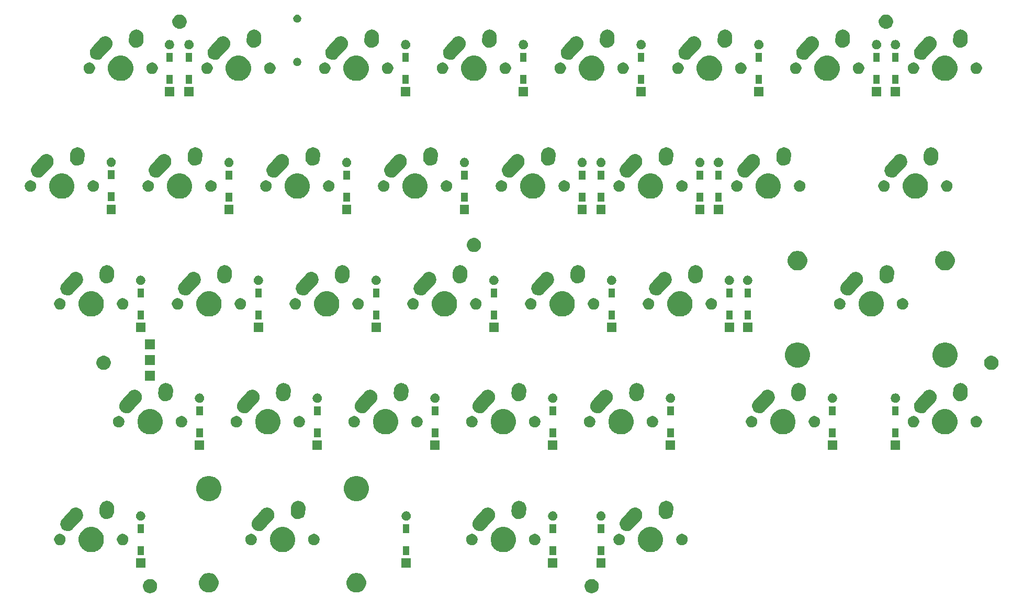
<source format=gbs>
G04 #@! TF.GenerationSoftware,KiCad,Pcbnew,(5.1.5-0-10_14)*
G04 #@! TF.CreationDate,2020-08-12T23:14:55+09:00*
G04 #@! TF.ProjectId,iroha60-right,69726f68-6136-4302-9d72-696768742e6b,rev?*
G04 #@! TF.SameCoordinates,Original*
G04 #@! TF.FileFunction,Soldermask,Bot*
G04 #@! TF.FilePolarity,Negative*
%FSLAX46Y46*%
G04 Gerber Fmt 4.6, Leading zero omitted, Abs format (unit mm)*
G04 Created by KiCad (PCBNEW (5.1.5-0-10_14)) date 2020-08-12 23:14:55*
%MOMM*%
%LPD*%
G04 APERTURE LIST*
%ADD10C,0.100000*%
G04 APERTURE END LIST*
D10*
G36*
X114524549Y-115933616D02*
G01*
X114635734Y-115955732D01*
X114845203Y-116042497D01*
X115033720Y-116168460D01*
X115194040Y-116328780D01*
X115320003Y-116517297D01*
X115406768Y-116726766D01*
X115451000Y-116949136D01*
X115451000Y-117175864D01*
X115406768Y-117398234D01*
X115320003Y-117607703D01*
X115194040Y-117796220D01*
X115033720Y-117956540D01*
X114845203Y-118082503D01*
X114635734Y-118169268D01*
X114524549Y-118191384D01*
X114413365Y-118213500D01*
X114186635Y-118213500D01*
X114075451Y-118191384D01*
X113964266Y-118169268D01*
X113754797Y-118082503D01*
X113566280Y-117956540D01*
X113405960Y-117796220D01*
X113279997Y-117607703D01*
X113193232Y-117398234D01*
X113149000Y-117175864D01*
X113149000Y-116949136D01*
X113193232Y-116726766D01*
X113279997Y-116517297D01*
X113405960Y-116328780D01*
X113566280Y-116168460D01*
X113754797Y-116042497D01*
X113964266Y-115955732D01*
X114075451Y-115933616D01*
X114186635Y-115911500D01*
X114413365Y-115911500D01*
X114524549Y-115933616D01*
G37*
G36*
X43087049Y-115933616D02*
G01*
X43198234Y-115955732D01*
X43407703Y-116042497D01*
X43596220Y-116168460D01*
X43756540Y-116328780D01*
X43882503Y-116517297D01*
X43969268Y-116726766D01*
X44013500Y-116949136D01*
X44013500Y-117175864D01*
X43969268Y-117398234D01*
X43882503Y-117607703D01*
X43756540Y-117796220D01*
X43596220Y-117956540D01*
X43407703Y-118082503D01*
X43198234Y-118169268D01*
X43087049Y-118191384D01*
X42975865Y-118213500D01*
X42749135Y-118213500D01*
X42637951Y-118191384D01*
X42526766Y-118169268D01*
X42317297Y-118082503D01*
X42128780Y-117956540D01*
X41968460Y-117796220D01*
X41842497Y-117607703D01*
X41755732Y-117398234D01*
X41711500Y-117175864D01*
X41711500Y-116949136D01*
X41755732Y-116726766D01*
X41842497Y-116517297D01*
X41968460Y-116328780D01*
X42128780Y-116168460D01*
X42317297Y-116042497D01*
X42526766Y-115955732D01*
X42637951Y-115933616D01*
X42749135Y-115911500D01*
X42975865Y-115911500D01*
X43087049Y-115933616D01*
G37*
G36*
X76539017Y-114977763D02*
G01*
X76691161Y-115008026D01*
X76809887Y-115057204D01*
X76977791Y-115126752D01*
X76977792Y-115126753D01*
X77235754Y-115299117D01*
X77455133Y-115518496D01*
X77570303Y-115690861D01*
X77627498Y-115776459D01*
X77697046Y-115944363D01*
X77746224Y-116063089D01*
X77806750Y-116367376D01*
X77806750Y-116677624D01*
X77752744Y-116949135D01*
X77746224Y-116981910D01*
X77627498Y-117268541D01*
X77627497Y-117268542D01*
X77455133Y-117526504D01*
X77235754Y-117745883D01*
X77063389Y-117861053D01*
X76977791Y-117918248D01*
X76809887Y-117987796D01*
X76691161Y-118036974D01*
X76539017Y-118067237D01*
X76386875Y-118097500D01*
X76076625Y-118097500D01*
X75924483Y-118067237D01*
X75772339Y-118036974D01*
X75653613Y-117987796D01*
X75485709Y-117918248D01*
X75400111Y-117861053D01*
X75227746Y-117745883D01*
X75008367Y-117526504D01*
X74836003Y-117268542D01*
X74836002Y-117268541D01*
X74717276Y-116981910D01*
X74710757Y-116949135D01*
X74656750Y-116677624D01*
X74656750Y-116367376D01*
X74717276Y-116063089D01*
X74766454Y-115944363D01*
X74836002Y-115776459D01*
X74893197Y-115690861D01*
X75008367Y-115518496D01*
X75227746Y-115299117D01*
X75485708Y-115126753D01*
X75485709Y-115126752D01*
X75653613Y-115057204D01*
X75772339Y-115008026D01*
X75924483Y-114977763D01*
X76076625Y-114947500D01*
X76386875Y-114947500D01*
X76539017Y-114977763D01*
G37*
G36*
X52663017Y-114977763D02*
G01*
X52815161Y-115008026D01*
X52933887Y-115057204D01*
X53101791Y-115126752D01*
X53101792Y-115126753D01*
X53359754Y-115299117D01*
X53579133Y-115518496D01*
X53694303Y-115690861D01*
X53751498Y-115776459D01*
X53821046Y-115944363D01*
X53870224Y-116063089D01*
X53930750Y-116367376D01*
X53930750Y-116677624D01*
X53876744Y-116949135D01*
X53870224Y-116981910D01*
X53751498Y-117268541D01*
X53751497Y-117268542D01*
X53579133Y-117526504D01*
X53359754Y-117745883D01*
X53187389Y-117861053D01*
X53101791Y-117918248D01*
X52933887Y-117987796D01*
X52815161Y-118036974D01*
X52663017Y-118067237D01*
X52510875Y-118097500D01*
X52200625Y-118097500D01*
X52048483Y-118067237D01*
X51896339Y-118036974D01*
X51777613Y-117987796D01*
X51609709Y-117918248D01*
X51524111Y-117861053D01*
X51351746Y-117745883D01*
X51132367Y-117526504D01*
X50960003Y-117268542D01*
X50960002Y-117268541D01*
X50841276Y-116981910D01*
X50834757Y-116949135D01*
X50780750Y-116677624D01*
X50780750Y-116367376D01*
X50841276Y-116063089D01*
X50890454Y-115944363D01*
X50960002Y-115776459D01*
X51017197Y-115690861D01*
X51132367Y-115518496D01*
X51351746Y-115299117D01*
X51609708Y-115126753D01*
X51609709Y-115126752D01*
X51777613Y-115057204D01*
X51896339Y-115008026D01*
X52048483Y-114977763D01*
X52200625Y-114947500D01*
X52510875Y-114947500D01*
X52663017Y-114977763D01*
G37*
G36*
X116574500Y-114097000D02*
G01*
X115075500Y-114097000D01*
X115075500Y-112598000D01*
X116574500Y-112598000D01*
X116574500Y-114097000D01*
G37*
G36*
X108762000Y-114097000D02*
G01*
X107263000Y-114097000D01*
X107263000Y-112598000D01*
X108762000Y-112598000D01*
X108762000Y-114097000D01*
G37*
G36*
X85043250Y-114097000D02*
G01*
X83544250Y-114097000D01*
X83544250Y-112598000D01*
X85043250Y-112598000D01*
X85043250Y-114097000D01*
G37*
G36*
X42087000Y-114097000D02*
G01*
X40588000Y-114097000D01*
X40588000Y-112598000D01*
X42087000Y-112598000D01*
X42087000Y-114097000D01*
G37*
G36*
X116351000Y-112013500D02*
G01*
X115299000Y-112013500D01*
X115299000Y-110611500D01*
X116351000Y-110611500D01*
X116351000Y-112013500D01*
G37*
G36*
X108538500Y-112013500D02*
G01*
X107486500Y-112013500D01*
X107486500Y-110611500D01*
X108538500Y-110611500D01*
X108538500Y-112013500D01*
G37*
G36*
X84819750Y-112013500D02*
G01*
X83767750Y-112013500D01*
X83767750Y-110611500D01*
X84819750Y-110611500D01*
X84819750Y-112013500D01*
G37*
G36*
X41863500Y-112013500D02*
G01*
X40811500Y-112013500D01*
X40811500Y-110611500D01*
X41863500Y-110611500D01*
X41863500Y-112013500D01*
G37*
G36*
X124421474Y-107571184D02*
G01*
X124639474Y-107661483D01*
X124793623Y-107725333D01*
X125128548Y-107949123D01*
X125413377Y-108233952D01*
X125637167Y-108568877D01*
X125669562Y-108647086D01*
X125791316Y-108941026D01*
X125869900Y-109336094D01*
X125869900Y-109738906D01*
X125791316Y-110133974D01*
X125740451Y-110256772D01*
X125637167Y-110506123D01*
X125413377Y-110841048D01*
X125128548Y-111125877D01*
X124793623Y-111349667D01*
X124639474Y-111413517D01*
X124421474Y-111503816D01*
X124026406Y-111582400D01*
X123623594Y-111582400D01*
X123228526Y-111503816D01*
X123010526Y-111413517D01*
X122856377Y-111349667D01*
X122521452Y-111125877D01*
X122236623Y-110841048D01*
X122012833Y-110506123D01*
X121909549Y-110256772D01*
X121858684Y-110133974D01*
X121780100Y-109738906D01*
X121780100Y-109336094D01*
X121858684Y-108941026D01*
X121980438Y-108647086D01*
X122012833Y-108568877D01*
X122236623Y-108233952D01*
X122521452Y-107949123D01*
X122856377Y-107725333D01*
X123010526Y-107661483D01*
X123228526Y-107571184D01*
X123623594Y-107492600D01*
X124026406Y-107492600D01*
X124421474Y-107571184D01*
G37*
G36*
X100608974Y-107571184D02*
G01*
X100826974Y-107661483D01*
X100981123Y-107725333D01*
X101316048Y-107949123D01*
X101600877Y-108233952D01*
X101824667Y-108568877D01*
X101857062Y-108647086D01*
X101978816Y-108941026D01*
X102057400Y-109336094D01*
X102057400Y-109738906D01*
X101978816Y-110133974D01*
X101927951Y-110256772D01*
X101824667Y-110506123D01*
X101600877Y-110841048D01*
X101316048Y-111125877D01*
X100981123Y-111349667D01*
X100826974Y-111413517D01*
X100608974Y-111503816D01*
X100213906Y-111582400D01*
X99811094Y-111582400D01*
X99416026Y-111503816D01*
X99198026Y-111413517D01*
X99043877Y-111349667D01*
X98708952Y-111125877D01*
X98424123Y-110841048D01*
X98200333Y-110506123D01*
X98097049Y-110256772D01*
X98046184Y-110133974D01*
X97967600Y-109738906D01*
X97967600Y-109336094D01*
X98046184Y-108941026D01*
X98167938Y-108647086D01*
X98200333Y-108568877D01*
X98424123Y-108233952D01*
X98708952Y-107949123D01*
X99043877Y-107725333D01*
X99198026Y-107661483D01*
X99416026Y-107571184D01*
X99811094Y-107492600D01*
X100213906Y-107492600D01*
X100608974Y-107571184D01*
G37*
G36*
X64890224Y-107571184D02*
G01*
X65108224Y-107661483D01*
X65262373Y-107725333D01*
X65597298Y-107949123D01*
X65882127Y-108233952D01*
X66105917Y-108568877D01*
X66138312Y-108647086D01*
X66260066Y-108941026D01*
X66338650Y-109336094D01*
X66338650Y-109738906D01*
X66260066Y-110133974D01*
X66209201Y-110256772D01*
X66105917Y-110506123D01*
X65882127Y-110841048D01*
X65597298Y-111125877D01*
X65262373Y-111349667D01*
X65108224Y-111413517D01*
X64890224Y-111503816D01*
X64495156Y-111582400D01*
X64092344Y-111582400D01*
X63697276Y-111503816D01*
X63479276Y-111413517D01*
X63325127Y-111349667D01*
X62990202Y-111125877D01*
X62705373Y-110841048D01*
X62481583Y-110506123D01*
X62378299Y-110256772D01*
X62327434Y-110133974D01*
X62248850Y-109738906D01*
X62248850Y-109336094D01*
X62327434Y-108941026D01*
X62449188Y-108647086D01*
X62481583Y-108568877D01*
X62705373Y-108233952D01*
X62990202Y-107949123D01*
X63325127Y-107725333D01*
X63479276Y-107661483D01*
X63697276Y-107571184D01*
X64092344Y-107492600D01*
X64495156Y-107492600D01*
X64890224Y-107571184D01*
G37*
G36*
X33933974Y-107571184D02*
G01*
X34151974Y-107661483D01*
X34306123Y-107725333D01*
X34641048Y-107949123D01*
X34925877Y-108233952D01*
X35149667Y-108568877D01*
X35182062Y-108647086D01*
X35303816Y-108941026D01*
X35382400Y-109336094D01*
X35382400Y-109738906D01*
X35303816Y-110133974D01*
X35252951Y-110256772D01*
X35149667Y-110506123D01*
X34925877Y-110841048D01*
X34641048Y-111125877D01*
X34306123Y-111349667D01*
X34151974Y-111413517D01*
X33933974Y-111503816D01*
X33538906Y-111582400D01*
X33136094Y-111582400D01*
X32741026Y-111503816D01*
X32523026Y-111413517D01*
X32368877Y-111349667D01*
X32033952Y-111125877D01*
X31749123Y-110841048D01*
X31525333Y-110506123D01*
X31422049Y-110256772D01*
X31371184Y-110133974D01*
X31292600Y-109738906D01*
X31292600Y-109336094D01*
X31371184Y-108941026D01*
X31492938Y-108647086D01*
X31525333Y-108568877D01*
X31749123Y-108233952D01*
X32033952Y-107949123D01*
X32368877Y-107725333D01*
X32523026Y-107661483D01*
X32741026Y-107571184D01*
X33136094Y-107492600D01*
X33538906Y-107492600D01*
X33933974Y-107571184D01*
G37*
G36*
X105362604Y-108647085D02*
G01*
X105531126Y-108716889D01*
X105682791Y-108818228D01*
X105811772Y-108947209D01*
X105913111Y-109098874D01*
X105982915Y-109267396D01*
X106018500Y-109446297D01*
X106018500Y-109628703D01*
X105982915Y-109807604D01*
X105913111Y-109976126D01*
X105811772Y-110127791D01*
X105682791Y-110256772D01*
X105531126Y-110358111D01*
X105362604Y-110427915D01*
X105183703Y-110463500D01*
X105001297Y-110463500D01*
X104822396Y-110427915D01*
X104653874Y-110358111D01*
X104502209Y-110256772D01*
X104373228Y-110127791D01*
X104271889Y-109976126D01*
X104202085Y-109807604D01*
X104166500Y-109628703D01*
X104166500Y-109446297D01*
X104202085Y-109267396D01*
X104271889Y-109098874D01*
X104373228Y-108947209D01*
X104502209Y-108818228D01*
X104653874Y-108716889D01*
X104822396Y-108647085D01*
X105001297Y-108611500D01*
X105183703Y-108611500D01*
X105362604Y-108647085D01*
G37*
G36*
X129175104Y-108647085D02*
G01*
X129343626Y-108716889D01*
X129495291Y-108818228D01*
X129624272Y-108947209D01*
X129725611Y-109098874D01*
X129795415Y-109267396D01*
X129831000Y-109446297D01*
X129831000Y-109628703D01*
X129795415Y-109807604D01*
X129725611Y-109976126D01*
X129624272Y-110127791D01*
X129495291Y-110256772D01*
X129343626Y-110358111D01*
X129175104Y-110427915D01*
X128996203Y-110463500D01*
X128813797Y-110463500D01*
X128634896Y-110427915D01*
X128466374Y-110358111D01*
X128314709Y-110256772D01*
X128185728Y-110127791D01*
X128084389Y-109976126D01*
X128014585Y-109807604D01*
X127979000Y-109628703D01*
X127979000Y-109446297D01*
X128014585Y-109267396D01*
X128084389Y-109098874D01*
X128185728Y-108947209D01*
X128314709Y-108818228D01*
X128466374Y-108716889D01*
X128634896Y-108647085D01*
X128813797Y-108611500D01*
X128996203Y-108611500D01*
X129175104Y-108647085D01*
G37*
G36*
X119015104Y-108647085D02*
G01*
X119183626Y-108716889D01*
X119335291Y-108818228D01*
X119464272Y-108947209D01*
X119565611Y-109098874D01*
X119635415Y-109267396D01*
X119671000Y-109446297D01*
X119671000Y-109628703D01*
X119635415Y-109807604D01*
X119565611Y-109976126D01*
X119464272Y-110127791D01*
X119335291Y-110256772D01*
X119183626Y-110358111D01*
X119015104Y-110427915D01*
X118836203Y-110463500D01*
X118653797Y-110463500D01*
X118474896Y-110427915D01*
X118306374Y-110358111D01*
X118154709Y-110256772D01*
X118025728Y-110127791D01*
X117924389Y-109976126D01*
X117854585Y-109807604D01*
X117819000Y-109628703D01*
X117819000Y-109446297D01*
X117854585Y-109267396D01*
X117924389Y-109098874D01*
X118025728Y-108947209D01*
X118154709Y-108818228D01*
X118306374Y-108716889D01*
X118474896Y-108647085D01*
X118653797Y-108611500D01*
X118836203Y-108611500D01*
X119015104Y-108647085D01*
G37*
G36*
X95202604Y-108647085D02*
G01*
X95371126Y-108716889D01*
X95522791Y-108818228D01*
X95651772Y-108947209D01*
X95753111Y-109098874D01*
X95822915Y-109267396D01*
X95858500Y-109446297D01*
X95858500Y-109628703D01*
X95822915Y-109807604D01*
X95753111Y-109976126D01*
X95651772Y-110127791D01*
X95522791Y-110256772D01*
X95371126Y-110358111D01*
X95202604Y-110427915D01*
X95023703Y-110463500D01*
X94841297Y-110463500D01*
X94662396Y-110427915D01*
X94493874Y-110358111D01*
X94342209Y-110256772D01*
X94213228Y-110127791D01*
X94111889Y-109976126D01*
X94042085Y-109807604D01*
X94006500Y-109628703D01*
X94006500Y-109446297D01*
X94042085Y-109267396D01*
X94111889Y-109098874D01*
X94213228Y-108947209D01*
X94342209Y-108818228D01*
X94493874Y-108716889D01*
X94662396Y-108647085D01*
X94841297Y-108611500D01*
X95023703Y-108611500D01*
X95202604Y-108647085D01*
G37*
G36*
X69643854Y-108647085D02*
G01*
X69812376Y-108716889D01*
X69964041Y-108818228D01*
X70093022Y-108947209D01*
X70194361Y-109098874D01*
X70264165Y-109267396D01*
X70299750Y-109446297D01*
X70299750Y-109628703D01*
X70264165Y-109807604D01*
X70194361Y-109976126D01*
X70093022Y-110127791D01*
X69964041Y-110256772D01*
X69812376Y-110358111D01*
X69643854Y-110427915D01*
X69464953Y-110463500D01*
X69282547Y-110463500D01*
X69103646Y-110427915D01*
X68935124Y-110358111D01*
X68783459Y-110256772D01*
X68654478Y-110127791D01*
X68553139Y-109976126D01*
X68483335Y-109807604D01*
X68447750Y-109628703D01*
X68447750Y-109446297D01*
X68483335Y-109267396D01*
X68553139Y-109098874D01*
X68654478Y-108947209D01*
X68783459Y-108818228D01*
X68935124Y-108716889D01*
X69103646Y-108647085D01*
X69282547Y-108611500D01*
X69464953Y-108611500D01*
X69643854Y-108647085D01*
G37*
G36*
X38687604Y-108647085D02*
G01*
X38856126Y-108716889D01*
X39007791Y-108818228D01*
X39136772Y-108947209D01*
X39238111Y-109098874D01*
X39307915Y-109267396D01*
X39343500Y-109446297D01*
X39343500Y-109628703D01*
X39307915Y-109807604D01*
X39238111Y-109976126D01*
X39136772Y-110127791D01*
X39007791Y-110256772D01*
X38856126Y-110358111D01*
X38687604Y-110427915D01*
X38508703Y-110463500D01*
X38326297Y-110463500D01*
X38147396Y-110427915D01*
X37978874Y-110358111D01*
X37827209Y-110256772D01*
X37698228Y-110127791D01*
X37596889Y-109976126D01*
X37527085Y-109807604D01*
X37491500Y-109628703D01*
X37491500Y-109446297D01*
X37527085Y-109267396D01*
X37596889Y-109098874D01*
X37698228Y-108947209D01*
X37827209Y-108818228D01*
X37978874Y-108716889D01*
X38147396Y-108647085D01*
X38326297Y-108611500D01*
X38508703Y-108611500D01*
X38687604Y-108647085D01*
G37*
G36*
X28527604Y-108647085D02*
G01*
X28696126Y-108716889D01*
X28847791Y-108818228D01*
X28976772Y-108947209D01*
X29078111Y-109098874D01*
X29147915Y-109267396D01*
X29183500Y-109446297D01*
X29183500Y-109628703D01*
X29147915Y-109807604D01*
X29078111Y-109976126D01*
X28976772Y-110127791D01*
X28847791Y-110256772D01*
X28696126Y-110358111D01*
X28527604Y-110427915D01*
X28348703Y-110463500D01*
X28166297Y-110463500D01*
X27987396Y-110427915D01*
X27818874Y-110358111D01*
X27667209Y-110256772D01*
X27538228Y-110127791D01*
X27436889Y-109976126D01*
X27367085Y-109807604D01*
X27331500Y-109628703D01*
X27331500Y-109446297D01*
X27367085Y-109267396D01*
X27436889Y-109098874D01*
X27538228Y-108947209D01*
X27667209Y-108818228D01*
X27818874Y-108716889D01*
X27987396Y-108647085D01*
X28166297Y-108611500D01*
X28348703Y-108611500D01*
X28527604Y-108647085D01*
G37*
G36*
X59483854Y-108647085D02*
G01*
X59652376Y-108716889D01*
X59804041Y-108818228D01*
X59933022Y-108947209D01*
X60034361Y-109098874D01*
X60104165Y-109267396D01*
X60139750Y-109446297D01*
X60139750Y-109628703D01*
X60104165Y-109807604D01*
X60034361Y-109976126D01*
X59933022Y-110127791D01*
X59804041Y-110256772D01*
X59652376Y-110358111D01*
X59483854Y-110427915D01*
X59304953Y-110463500D01*
X59122547Y-110463500D01*
X58943646Y-110427915D01*
X58775124Y-110358111D01*
X58623459Y-110256772D01*
X58494478Y-110127791D01*
X58393139Y-109976126D01*
X58323335Y-109807604D01*
X58287750Y-109628703D01*
X58287750Y-109446297D01*
X58323335Y-109267396D01*
X58393139Y-109098874D01*
X58494478Y-108947209D01*
X58623459Y-108818228D01*
X58775124Y-108716889D01*
X58943646Y-108647085D01*
X59122547Y-108611500D01*
X59304953Y-108611500D01*
X59483854Y-108647085D01*
G37*
G36*
X108538500Y-108463500D02*
G01*
X107486500Y-108463500D01*
X107486500Y-107061500D01*
X108538500Y-107061500D01*
X108538500Y-108463500D01*
G37*
G36*
X84819750Y-108463500D02*
G01*
X83767750Y-108463500D01*
X83767750Y-107061500D01*
X84819750Y-107061500D01*
X84819750Y-108463500D01*
G37*
G36*
X41863500Y-108463500D02*
G01*
X40811500Y-108463500D01*
X40811500Y-107061500D01*
X41863500Y-107061500D01*
X41863500Y-108463500D01*
G37*
G36*
X116351000Y-108463500D02*
G01*
X115299000Y-108463500D01*
X115299000Y-107061500D01*
X116351000Y-107061500D01*
X116351000Y-108463500D01*
G37*
G36*
X61816955Y-104361381D02*
G01*
X61822395Y-104361500D01*
X61909578Y-104361500D01*
X61925847Y-104364736D01*
X61944706Y-104367015D01*
X61961282Y-104367746D01*
X62045973Y-104388510D01*
X62051268Y-104389684D01*
X62136777Y-104406693D01*
X62152112Y-104413045D01*
X62170151Y-104418955D01*
X62186271Y-104422907D01*
X62265254Y-104459780D01*
X62270244Y-104461977D01*
X62350795Y-104495342D01*
X62364591Y-104504560D01*
X62381143Y-104513882D01*
X62396176Y-104520900D01*
X62466444Y-104572471D01*
X62470942Y-104575622D01*
X62543406Y-104624041D01*
X62555133Y-104635768D01*
X62569559Y-104648148D01*
X62582929Y-104657961D01*
X62582930Y-104657962D01*
X62641771Y-104722233D01*
X62645579Y-104726214D01*
X62707209Y-104787844D01*
X62716424Y-104801635D01*
X62728146Y-104816578D01*
X62739355Y-104828821D01*
X62784549Y-104903374D01*
X62787496Y-104908001D01*
X62835908Y-104980455D01*
X62842255Y-104995777D01*
X62850842Y-105012731D01*
X62859441Y-105026917D01*
X62889228Y-105108868D01*
X62891202Y-105113948D01*
X62924557Y-105194473D01*
X62924557Y-105194474D01*
X62927791Y-105210733D01*
X62932908Y-105229042D01*
X62938575Y-105244634D01*
X62951805Y-105330845D01*
X62952751Y-105336213D01*
X62969750Y-105421673D01*
X62969750Y-105438252D01*
X62971194Y-105457192D01*
X62973713Y-105473604D01*
X62969870Y-105560749D01*
X62969750Y-105566189D01*
X62969750Y-105653326D01*
X62969680Y-105653680D01*
X62966516Y-105669583D01*
X62964238Y-105688441D01*
X62963506Y-105705031D01*
X62942738Y-105789737D01*
X62941562Y-105795037D01*
X62924557Y-105880527D01*
X62918207Y-105895857D01*
X62912299Y-105913893D01*
X62908345Y-105930020D01*
X62871461Y-106009026D01*
X62869261Y-106014023D01*
X62835908Y-106094545D01*
X62826694Y-106108335D01*
X62817372Y-106124887D01*
X62810352Y-106139924D01*
X62758761Y-106210220D01*
X62755616Y-106214710D01*
X62707211Y-106287154D01*
X62650210Y-106344155D01*
X62645561Y-106349063D01*
X62214061Y-106829970D01*
X61320473Y-107825876D01*
X61192429Y-107943102D01*
X61093380Y-108003146D01*
X60994333Y-108063189D01*
X60776616Y-108142323D01*
X60547645Y-108177461D01*
X60316220Y-108167254D01*
X60091231Y-108112093D01*
X59986477Y-108063189D01*
X59881329Y-108014102D01*
X59784588Y-107943102D01*
X59694573Y-107877039D01*
X59620144Y-107795741D01*
X59538148Y-107706179D01*
X59456314Y-107571185D01*
X59418061Y-107508083D01*
X59338927Y-107290366D01*
X59303789Y-107061395D01*
X59313996Y-106829970D01*
X59369157Y-106604981D01*
X59420722Y-106494528D01*
X59467148Y-106395080D01*
X59469629Y-106391699D01*
X59569864Y-106255122D01*
X60361824Y-105372481D01*
X60856537Y-104821121D01*
X60867431Y-104807089D01*
X60880289Y-104787846D01*
X60937323Y-104730812D01*
X60941973Y-104725903D01*
X60957028Y-104709124D01*
X60978451Y-104689511D01*
X60982432Y-104685703D01*
X61044096Y-104624039D01*
X61057893Y-104614820D01*
X61072852Y-104603085D01*
X61085071Y-104591898D01*
X61117135Y-104572461D01*
X61159580Y-104546731D01*
X61164171Y-104543808D01*
X61236705Y-104495342D01*
X61252050Y-104488986D01*
X61268998Y-104480401D01*
X61283166Y-104471812D01*
X61283167Y-104471812D01*
X61283168Y-104471811D01*
X61365062Y-104442045D01*
X61370160Y-104440063D01*
X61450723Y-104406693D01*
X61467002Y-104403455D01*
X61485292Y-104398344D01*
X61500885Y-104392677D01*
X61587050Y-104379454D01*
X61592413Y-104378509D01*
X61677923Y-104361500D01*
X61694516Y-104361500D01*
X61713459Y-104360055D01*
X61729856Y-104357539D01*
X61816955Y-104361381D01*
G37*
G36*
X121348205Y-104361381D02*
G01*
X121353645Y-104361500D01*
X121440828Y-104361500D01*
X121457097Y-104364736D01*
X121475956Y-104367015D01*
X121492532Y-104367746D01*
X121577223Y-104388510D01*
X121582518Y-104389684D01*
X121668027Y-104406693D01*
X121683362Y-104413045D01*
X121701401Y-104418955D01*
X121717521Y-104422907D01*
X121796504Y-104459780D01*
X121801494Y-104461977D01*
X121882045Y-104495342D01*
X121895841Y-104504560D01*
X121912393Y-104513882D01*
X121927426Y-104520900D01*
X121997694Y-104572471D01*
X122002192Y-104575622D01*
X122074656Y-104624041D01*
X122086383Y-104635768D01*
X122100809Y-104648148D01*
X122114179Y-104657961D01*
X122114180Y-104657962D01*
X122173021Y-104722233D01*
X122176829Y-104726214D01*
X122238459Y-104787844D01*
X122247674Y-104801635D01*
X122259396Y-104816578D01*
X122270605Y-104828821D01*
X122315799Y-104903374D01*
X122318746Y-104908001D01*
X122367158Y-104980455D01*
X122373505Y-104995777D01*
X122382092Y-105012731D01*
X122390691Y-105026917D01*
X122420478Y-105108868D01*
X122422452Y-105113948D01*
X122455807Y-105194473D01*
X122455807Y-105194474D01*
X122459041Y-105210733D01*
X122464158Y-105229042D01*
X122469825Y-105244634D01*
X122483055Y-105330845D01*
X122484001Y-105336213D01*
X122501000Y-105421673D01*
X122501000Y-105438252D01*
X122502444Y-105457192D01*
X122504963Y-105473604D01*
X122501120Y-105560749D01*
X122501000Y-105566189D01*
X122501000Y-105653326D01*
X122500930Y-105653680D01*
X122497766Y-105669583D01*
X122495488Y-105688441D01*
X122494756Y-105705031D01*
X122473988Y-105789737D01*
X122472812Y-105795037D01*
X122455807Y-105880527D01*
X122449457Y-105895857D01*
X122443549Y-105913893D01*
X122439595Y-105930020D01*
X122402711Y-106009026D01*
X122400511Y-106014023D01*
X122367158Y-106094545D01*
X122357944Y-106108335D01*
X122348622Y-106124887D01*
X122341602Y-106139924D01*
X122290011Y-106210220D01*
X122286866Y-106214710D01*
X122238461Y-106287154D01*
X122181460Y-106344155D01*
X122176811Y-106349063D01*
X121745311Y-106829970D01*
X120851723Y-107825876D01*
X120723679Y-107943102D01*
X120624631Y-108003145D01*
X120525583Y-108063189D01*
X120307866Y-108142323D01*
X120078895Y-108177461D01*
X119847470Y-108167254D01*
X119622481Y-108112093D01*
X119517727Y-108063189D01*
X119412579Y-108014102D01*
X119315838Y-107943102D01*
X119225823Y-107877039D01*
X119151394Y-107795741D01*
X119069398Y-107706179D01*
X118987564Y-107571185D01*
X118949311Y-107508083D01*
X118870177Y-107290366D01*
X118835039Y-107061395D01*
X118845246Y-106829970D01*
X118900407Y-106604981D01*
X118951972Y-106494528D01*
X118998398Y-106395080D01*
X119000879Y-106391699D01*
X119101114Y-106255122D01*
X119893074Y-105372481D01*
X120387787Y-104821121D01*
X120398681Y-104807089D01*
X120411539Y-104787846D01*
X120468573Y-104730812D01*
X120473223Y-104725903D01*
X120488278Y-104709124D01*
X120509701Y-104689511D01*
X120513682Y-104685703D01*
X120575346Y-104624039D01*
X120589143Y-104614820D01*
X120604102Y-104603085D01*
X120616321Y-104591898D01*
X120648385Y-104572461D01*
X120690830Y-104546731D01*
X120695421Y-104543808D01*
X120767955Y-104495342D01*
X120783300Y-104488986D01*
X120800248Y-104480401D01*
X120814416Y-104471812D01*
X120814417Y-104471812D01*
X120814418Y-104471811D01*
X120896312Y-104442045D01*
X120901410Y-104440063D01*
X120981973Y-104406693D01*
X120998252Y-104403455D01*
X121016542Y-104398344D01*
X121032135Y-104392677D01*
X121118300Y-104379454D01*
X121123663Y-104378509D01*
X121209173Y-104361500D01*
X121225766Y-104361500D01*
X121244709Y-104360055D01*
X121261106Y-104357539D01*
X121348205Y-104361381D01*
G37*
G36*
X30860705Y-104361381D02*
G01*
X30866145Y-104361500D01*
X30953328Y-104361500D01*
X30969597Y-104364736D01*
X30988456Y-104367015D01*
X31005032Y-104367746D01*
X31089723Y-104388510D01*
X31095018Y-104389684D01*
X31180527Y-104406693D01*
X31195862Y-104413045D01*
X31213901Y-104418955D01*
X31230021Y-104422907D01*
X31309004Y-104459780D01*
X31313994Y-104461977D01*
X31394545Y-104495342D01*
X31408341Y-104504560D01*
X31424893Y-104513882D01*
X31439926Y-104520900D01*
X31510194Y-104572471D01*
X31514692Y-104575622D01*
X31587156Y-104624041D01*
X31598883Y-104635768D01*
X31613309Y-104648148D01*
X31626679Y-104657961D01*
X31626680Y-104657962D01*
X31685521Y-104722233D01*
X31689329Y-104726214D01*
X31750959Y-104787844D01*
X31760174Y-104801635D01*
X31771896Y-104816578D01*
X31783105Y-104828821D01*
X31828299Y-104903374D01*
X31831246Y-104908001D01*
X31879658Y-104980455D01*
X31886005Y-104995777D01*
X31894592Y-105012731D01*
X31903191Y-105026917D01*
X31932978Y-105108868D01*
X31934952Y-105113948D01*
X31968307Y-105194473D01*
X31968307Y-105194474D01*
X31971541Y-105210733D01*
X31976658Y-105229042D01*
X31982325Y-105244634D01*
X31995555Y-105330845D01*
X31996501Y-105336213D01*
X32013500Y-105421673D01*
X32013500Y-105438252D01*
X32014944Y-105457192D01*
X32017463Y-105473604D01*
X32013620Y-105560749D01*
X32013500Y-105566189D01*
X32013500Y-105653326D01*
X32013430Y-105653680D01*
X32010266Y-105669583D01*
X32007988Y-105688441D01*
X32007256Y-105705031D01*
X31986488Y-105789737D01*
X31985312Y-105795037D01*
X31968307Y-105880527D01*
X31961957Y-105895857D01*
X31956049Y-105913893D01*
X31952095Y-105930020D01*
X31915211Y-106009026D01*
X31913011Y-106014023D01*
X31879658Y-106094545D01*
X31870444Y-106108335D01*
X31861122Y-106124887D01*
X31854102Y-106139924D01*
X31802511Y-106210220D01*
X31799366Y-106214710D01*
X31750961Y-106287154D01*
X31693960Y-106344155D01*
X31689311Y-106349063D01*
X31257811Y-106829970D01*
X30364223Y-107825876D01*
X30236179Y-107943102D01*
X30137130Y-108003146D01*
X30038083Y-108063189D01*
X29820366Y-108142323D01*
X29591395Y-108177461D01*
X29359970Y-108167254D01*
X29134981Y-108112093D01*
X29030227Y-108063189D01*
X28925079Y-108014102D01*
X28828338Y-107943102D01*
X28738323Y-107877039D01*
X28663894Y-107795741D01*
X28581898Y-107706179D01*
X28500064Y-107571185D01*
X28461811Y-107508083D01*
X28382677Y-107290366D01*
X28347539Y-107061395D01*
X28357746Y-106829970D01*
X28412907Y-106604981D01*
X28464472Y-106494528D01*
X28510898Y-106395080D01*
X28513379Y-106391699D01*
X28613614Y-106255122D01*
X29405574Y-105372481D01*
X29900287Y-104821121D01*
X29911181Y-104807089D01*
X29924039Y-104787846D01*
X29981073Y-104730812D01*
X29985723Y-104725903D01*
X30000778Y-104709124D01*
X30022201Y-104689511D01*
X30026182Y-104685703D01*
X30087846Y-104624039D01*
X30101643Y-104614820D01*
X30116602Y-104603085D01*
X30128821Y-104591898D01*
X30160885Y-104572461D01*
X30203330Y-104546731D01*
X30207921Y-104543808D01*
X30280455Y-104495342D01*
X30295800Y-104488986D01*
X30312748Y-104480401D01*
X30326916Y-104471812D01*
X30326917Y-104471812D01*
X30326918Y-104471811D01*
X30408812Y-104442045D01*
X30413910Y-104440063D01*
X30494473Y-104406693D01*
X30510752Y-104403455D01*
X30529042Y-104398344D01*
X30544635Y-104392677D01*
X30630800Y-104379454D01*
X30636163Y-104378509D01*
X30721673Y-104361500D01*
X30738266Y-104361500D01*
X30757209Y-104360055D01*
X30773606Y-104357539D01*
X30860705Y-104361381D01*
G37*
G36*
X97535705Y-104361381D02*
G01*
X97541145Y-104361500D01*
X97628328Y-104361500D01*
X97644597Y-104364736D01*
X97663456Y-104367015D01*
X97680032Y-104367746D01*
X97764723Y-104388510D01*
X97770018Y-104389684D01*
X97855527Y-104406693D01*
X97870862Y-104413045D01*
X97888901Y-104418955D01*
X97905021Y-104422907D01*
X97984004Y-104459780D01*
X97988994Y-104461977D01*
X98069545Y-104495342D01*
X98083341Y-104504560D01*
X98099893Y-104513882D01*
X98114926Y-104520900D01*
X98185194Y-104572471D01*
X98189692Y-104575622D01*
X98262156Y-104624041D01*
X98273883Y-104635768D01*
X98288309Y-104648148D01*
X98301679Y-104657961D01*
X98301680Y-104657962D01*
X98360521Y-104722233D01*
X98364329Y-104726214D01*
X98425959Y-104787844D01*
X98435174Y-104801635D01*
X98446896Y-104816578D01*
X98458105Y-104828821D01*
X98503299Y-104903374D01*
X98506246Y-104908001D01*
X98554658Y-104980455D01*
X98561005Y-104995777D01*
X98569592Y-105012731D01*
X98578191Y-105026917D01*
X98607978Y-105108868D01*
X98609952Y-105113948D01*
X98643307Y-105194473D01*
X98643307Y-105194474D01*
X98646541Y-105210733D01*
X98651658Y-105229042D01*
X98657325Y-105244634D01*
X98670555Y-105330845D01*
X98671501Y-105336213D01*
X98688500Y-105421673D01*
X98688500Y-105438252D01*
X98689944Y-105457192D01*
X98692463Y-105473604D01*
X98688620Y-105560749D01*
X98688500Y-105566189D01*
X98688500Y-105653326D01*
X98688430Y-105653680D01*
X98685266Y-105669583D01*
X98682988Y-105688441D01*
X98682256Y-105705031D01*
X98661488Y-105789737D01*
X98660312Y-105795037D01*
X98643307Y-105880527D01*
X98636957Y-105895857D01*
X98631049Y-105913893D01*
X98627095Y-105930020D01*
X98590211Y-106009026D01*
X98588011Y-106014023D01*
X98554658Y-106094545D01*
X98545444Y-106108335D01*
X98536122Y-106124887D01*
X98529102Y-106139924D01*
X98477511Y-106210220D01*
X98474366Y-106214710D01*
X98425961Y-106287154D01*
X98368960Y-106344155D01*
X98364311Y-106349063D01*
X97932811Y-106829970D01*
X97039223Y-107825876D01*
X96911179Y-107943102D01*
X96812131Y-108003145D01*
X96713083Y-108063189D01*
X96495366Y-108142323D01*
X96266395Y-108177461D01*
X96034970Y-108167254D01*
X95809981Y-108112093D01*
X95705227Y-108063189D01*
X95600079Y-108014102D01*
X95503338Y-107943102D01*
X95413323Y-107877039D01*
X95338894Y-107795741D01*
X95256898Y-107706179D01*
X95175064Y-107571185D01*
X95136811Y-107508083D01*
X95057677Y-107290366D01*
X95022539Y-107061395D01*
X95032746Y-106829970D01*
X95087907Y-106604981D01*
X95139472Y-106494528D01*
X95185898Y-106395080D01*
X95188379Y-106391699D01*
X95288614Y-106255122D01*
X96080574Y-105372481D01*
X96575287Y-104821121D01*
X96586181Y-104807089D01*
X96599039Y-104787846D01*
X96656073Y-104730812D01*
X96660723Y-104725903D01*
X96675778Y-104709124D01*
X96697201Y-104689511D01*
X96701182Y-104685703D01*
X96762846Y-104624039D01*
X96776643Y-104614820D01*
X96791602Y-104603085D01*
X96803821Y-104591898D01*
X96835885Y-104572461D01*
X96878330Y-104546731D01*
X96882921Y-104543808D01*
X96955455Y-104495342D01*
X96970800Y-104488986D01*
X96987748Y-104480401D01*
X97001916Y-104471812D01*
X97001917Y-104471812D01*
X97001918Y-104471811D01*
X97083812Y-104442045D01*
X97088910Y-104440063D01*
X97169473Y-104406693D01*
X97185752Y-104403455D01*
X97204042Y-104398344D01*
X97219635Y-104392677D01*
X97305800Y-104379454D01*
X97311163Y-104378509D01*
X97396673Y-104361500D01*
X97413266Y-104361500D01*
X97432209Y-104360055D01*
X97448606Y-104357539D01*
X97535705Y-104361381D01*
G37*
G36*
X41423662Y-104980455D02*
G01*
X41556121Y-105006802D01*
X41692522Y-105063301D01*
X41815279Y-105145325D01*
X41919675Y-105249721D01*
X42001699Y-105372478D01*
X42058198Y-105508879D01*
X42081266Y-105624853D01*
X42086930Y-105653326D01*
X42087000Y-105653681D01*
X42087000Y-105801319D01*
X42058198Y-105946121D01*
X42001699Y-106082522D01*
X41919675Y-106205279D01*
X41815279Y-106309675D01*
X41692522Y-106391699D01*
X41556121Y-106448198D01*
X41431925Y-106472901D01*
X41411320Y-106477000D01*
X41263680Y-106477000D01*
X41243075Y-106472901D01*
X41118879Y-106448198D01*
X40982478Y-106391699D01*
X40859721Y-106309675D01*
X40755325Y-106205279D01*
X40673301Y-106082522D01*
X40616802Y-105946121D01*
X40588000Y-105801319D01*
X40588000Y-105653681D01*
X40588071Y-105653326D01*
X40593734Y-105624853D01*
X40616802Y-105508879D01*
X40673301Y-105372478D01*
X40755325Y-105249721D01*
X40859721Y-105145325D01*
X40982478Y-105063301D01*
X41118879Y-105006802D01*
X41251338Y-104980455D01*
X41263680Y-104978000D01*
X41411320Y-104978000D01*
X41423662Y-104980455D01*
G37*
G36*
X84379912Y-104980455D02*
G01*
X84512371Y-105006802D01*
X84648772Y-105063301D01*
X84771529Y-105145325D01*
X84875925Y-105249721D01*
X84957949Y-105372478D01*
X85014448Y-105508879D01*
X85037516Y-105624853D01*
X85043180Y-105653326D01*
X85043250Y-105653681D01*
X85043250Y-105801319D01*
X85014448Y-105946121D01*
X84957949Y-106082522D01*
X84875925Y-106205279D01*
X84771529Y-106309675D01*
X84648772Y-106391699D01*
X84512371Y-106448198D01*
X84388175Y-106472901D01*
X84367570Y-106477000D01*
X84219930Y-106477000D01*
X84199325Y-106472901D01*
X84075129Y-106448198D01*
X83938728Y-106391699D01*
X83815971Y-106309675D01*
X83711575Y-106205279D01*
X83629551Y-106082522D01*
X83573052Y-105946121D01*
X83544250Y-105801319D01*
X83544250Y-105653681D01*
X83544321Y-105653326D01*
X83549984Y-105624853D01*
X83573052Y-105508879D01*
X83629551Y-105372478D01*
X83711575Y-105249721D01*
X83815971Y-105145325D01*
X83938728Y-105063301D01*
X84075129Y-105006802D01*
X84207588Y-104980455D01*
X84219930Y-104978000D01*
X84367570Y-104978000D01*
X84379912Y-104980455D01*
G37*
G36*
X115911162Y-104980455D02*
G01*
X116043621Y-105006802D01*
X116180022Y-105063301D01*
X116302779Y-105145325D01*
X116407175Y-105249721D01*
X116489199Y-105372478D01*
X116545698Y-105508879D01*
X116568766Y-105624853D01*
X116574430Y-105653326D01*
X116574500Y-105653681D01*
X116574500Y-105801319D01*
X116545698Y-105946121D01*
X116489199Y-106082522D01*
X116407175Y-106205279D01*
X116302779Y-106309675D01*
X116180022Y-106391699D01*
X116043621Y-106448198D01*
X115919425Y-106472901D01*
X115898820Y-106477000D01*
X115751180Y-106477000D01*
X115730575Y-106472901D01*
X115606379Y-106448198D01*
X115469978Y-106391699D01*
X115347221Y-106309675D01*
X115242825Y-106205279D01*
X115160801Y-106082522D01*
X115104302Y-105946121D01*
X115075500Y-105801319D01*
X115075500Y-105653681D01*
X115075571Y-105653326D01*
X115081234Y-105624853D01*
X115104302Y-105508879D01*
X115160801Y-105372478D01*
X115242825Y-105249721D01*
X115347221Y-105145325D01*
X115469978Y-105063301D01*
X115606379Y-105006802D01*
X115738838Y-104980455D01*
X115751180Y-104978000D01*
X115898820Y-104978000D01*
X115911162Y-104980455D01*
G37*
G36*
X108098662Y-104980455D02*
G01*
X108231121Y-105006802D01*
X108367522Y-105063301D01*
X108490279Y-105145325D01*
X108594675Y-105249721D01*
X108676699Y-105372478D01*
X108733198Y-105508879D01*
X108756266Y-105624853D01*
X108761930Y-105653326D01*
X108762000Y-105653681D01*
X108762000Y-105801319D01*
X108733198Y-105946121D01*
X108676699Y-106082522D01*
X108594675Y-106205279D01*
X108490279Y-106309675D01*
X108367522Y-106391699D01*
X108231121Y-106448198D01*
X108106925Y-106472901D01*
X108086320Y-106477000D01*
X107938680Y-106477000D01*
X107918075Y-106472901D01*
X107793879Y-106448198D01*
X107657478Y-106391699D01*
X107534721Y-106309675D01*
X107430325Y-106205279D01*
X107348301Y-106082522D01*
X107291802Y-105946121D01*
X107263000Y-105801319D01*
X107263000Y-105653681D01*
X107263071Y-105653326D01*
X107268734Y-105624853D01*
X107291802Y-105508879D01*
X107348301Y-105372478D01*
X107430325Y-105249721D01*
X107534721Y-105145325D01*
X107657478Y-105063301D01*
X107793879Y-105006802D01*
X107926338Y-104980455D01*
X107938680Y-104978000D01*
X108086320Y-104978000D01*
X108098662Y-104980455D01*
G37*
G36*
X66921877Y-103279761D02*
G01*
X66942650Y-103281500D01*
X66949577Y-103281500D01*
X67044504Y-103300382D01*
X67048098Y-103301042D01*
X67143480Y-103317124D01*
X67149953Y-103319585D01*
X67169978Y-103325341D01*
X67176777Y-103326693D01*
X67239164Y-103352534D01*
X67266193Y-103363730D01*
X67269594Y-103365081D01*
X67360005Y-103399461D01*
X67365877Y-103403140D01*
X67384386Y-103412687D01*
X67390795Y-103415342D01*
X67471313Y-103469142D01*
X67474304Y-103471078D01*
X67556307Y-103522459D01*
X67561334Y-103527200D01*
X67577646Y-103540191D01*
X67583402Y-103544037D01*
X67651860Y-103612495D01*
X67654439Y-103614999D01*
X67724840Y-103681389D01*
X67728845Y-103687019D01*
X67742309Y-103702944D01*
X67747209Y-103707844D01*
X67800994Y-103788339D01*
X67803041Y-103791307D01*
X67859130Y-103870145D01*
X67861964Y-103876458D01*
X67872058Y-103894693D01*
X67875908Y-103900455D01*
X67912970Y-103989930D01*
X67914374Y-103993185D01*
X67954015Y-104081473D01*
X67955565Y-104088225D01*
X67961902Y-104108062D01*
X67964557Y-104114473D01*
X67983442Y-104209417D01*
X67984188Y-104212901D01*
X68005848Y-104307251D01*
X68005848Y-104307254D01*
X68006050Y-104314154D01*
X68008397Y-104334870D01*
X68009750Y-104341674D01*
X68009750Y-104438486D01*
X68009803Y-104442084D01*
X68010938Y-104480777D01*
X68010045Y-104493725D01*
X68009750Y-104502297D01*
X68009750Y-104573326D01*
X68003831Y-104603085D01*
X68003354Y-104605479D01*
X68001250Y-104621250D01*
X67962988Y-105176045D01*
X67934126Y-105347230D01*
X67851788Y-105563755D01*
X67728791Y-105760057D01*
X67569861Y-105928590D01*
X67381105Y-106062880D01*
X67169777Y-106157765D01*
X66943999Y-106209598D01*
X66712448Y-106216389D01*
X66712447Y-106216389D01*
X66666762Y-106208686D01*
X66484020Y-106177876D01*
X66267495Y-106095538D01*
X66071193Y-105972541D01*
X65902660Y-105813611D01*
X65768370Y-105624855D01*
X65673485Y-105413527D01*
X65621652Y-105187749D01*
X65616562Y-105014223D01*
X65657454Y-104421294D01*
X65657750Y-104412696D01*
X65657750Y-104341675D01*
X65676632Y-104246750D01*
X65677294Y-104243145D01*
X65682981Y-104209417D01*
X65693374Y-104147770D01*
X65695835Y-104141299D01*
X65701592Y-104121267D01*
X65702943Y-104114474D01*
X65705593Y-104108076D01*
X65740014Y-104024976D01*
X65741303Y-104021730D01*
X65775712Y-103931245D01*
X65779386Y-103925381D01*
X65788937Y-103906865D01*
X65791592Y-103900455D01*
X65845407Y-103819915D01*
X65847327Y-103816949D01*
X65898709Y-103734943D01*
X65903461Y-103729904D01*
X65916439Y-103713607D01*
X65920287Y-103707848D01*
X65988743Y-103639392D01*
X65991296Y-103636762D01*
X66011773Y-103615048D01*
X66057639Y-103566410D01*
X66063271Y-103562403D01*
X66079197Y-103548938D01*
X66084096Y-103544039D01*
X66164574Y-103490266D01*
X66167556Y-103488210D01*
X66246395Y-103432120D01*
X66252705Y-103429287D01*
X66270944Y-103419191D01*
X66276701Y-103415344D01*
X66276704Y-103415343D01*
X66276705Y-103415342D01*
X66366179Y-103378281D01*
X66369437Y-103376875D01*
X66457723Y-103337235D01*
X66464475Y-103335685D01*
X66484312Y-103329348D01*
X66490723Y-103326693D01*
X66585649Y-103307811D01*
X66589196Y-103307051D01*
X66683501Y-103285401D01*
X66685880Y-103285331D01*
X66690415Y-103285198D01*
X66711131Y-103282851D01*
X66717924Y-103281500D01*
X66814709Y-103281500D01*
X66818334Y-103281447D01*
X66915052Y-103278610D01*
X66921877Y-103279761D01*
G37*
G36*
X102640627Y-103279761D02*
G01*
X102661400Y-103281500D01*
X102668327Y-103281500D01*
X102763254Y-103300382D01*
X102766848Y-103301042D01*
X102862230Y-103317124D01*
X102868703Y-103319585D01*
X102888728Y-103325341D01*
X102895527Y-103326693D01*
X102957914Y-103352534D01*
X102984943Y-103363730D01*
X102988344Y-103365081D01*
X103078755Y-103399461D01*
X103084627Y-103403140D01*
X103103136Y-103412687D01*
X103109545Y-103415342D01*
X103190063Y-103469142D01*
X103193054Y-103471078D01*
X103275057Y-103522459D01*
X103280084Y-103527200D01*
X103296396Y-103540191D01*
X103302152Y-103544037D01*
X103370610Y-103612495D01*
X103373189Y-103614999D01*
X103443590Y-103681389D01*
X103447595Y-103687019D01*
X103461059Y-103702944D01*
X103465959Y-103707844D01*
X103519744Y-103788339D01*
X103521791Y-103791307D01*
X103577880Y-103870145D01*
X103580714Y-103876458D01*
X103590808Y-103894693D01*
X103594658Y-103900455D01*
X103631720Y-103989930D01*
X103633124Y-103993185D01*
X103672765Y-104081473D01*
X103674315Y-104088225D01*
X103680652Y-104108062D01*
X103683307Y-104114473D01*
X103702192Y-104209417D01*
X103702938Y-104212901D01*
X103724598Y-104307251D01*
X103724598Y-104307254D01*
X103724800Y-104314154D01*
X103727147Y-104334870D01*
X103728500Y-104341674D01*
X103728500Y-104438486D01*
X103728553Y-104442084D01*
X103729688Y-104480777D01*
X103728795Y-104493725D01*
X103728500Y-104502297D01*
X103728500Y-104573326D01*
X103722581Y-104603085D01*
X103722104Y-104605479D01*
X103720000Y-104621250D01*
X103681738Y-105176045D01*
X103652876Y-105347230D01*
X103570538Y-105563755D01*
X103447541Y-105760057D01*
X103288611Y-105928590D01*
X103099855Y-106062880D01*
X102888527Y-106157765D01*
X102662749Y-106209598D01*
X102431198Y-106216389D01*
X102431197Y-106216389D01*
X102385512Y-106208686D01*
X102202770Y-106177876D01*
X101986245Y-106095538D01*
X101789943Y-105972541D01*
X101621410Y-105813611D01*
X101487120Y-105624855D01*
X101392235Y-105413527D01*
X101340402Y-105187749D01*
X101335312Y-105014223D01*
X101376204Y-104421294D01*
X101376500Y-104412696D01*
X101376500Y-104341675D01*
X101395382Y-104246750D01*
X101396044Y-104243145D01*
X101401731Y-104209417D01*
X101412124Y-104147770D01*
X101414585Y-104141299D01*
X101420342Y-104121267D01*
X101421693Y-104114474D01*
X101424343Y-104108076D01*
X101458764Y-104024976D01*
X101460053Y-104021730D01*
X101494462Y-103931245D01*
X101498136Y-103925381D01*
X101507687Y-103906865D01*
X101510342Y-103900455D01*
X101564157Y-103819915D01*
X101566077Y-103816949D01*
X101617459Y-103734943D01*
X101622211Y-103729904D01*
X101635189Y-103713607D01*
X101639037Y-103707848D01*
X101707493Y-103639392D01*
X101710046Y-103636762D01*
X101730523Y-103615048D01*
X101776389Y-103566410D01*
X101782021Y-103562403D01*
X101797947Y-103548938D01*
X101802846Y-103544039D01*
X101883324Y-103490266D01*
X101886306Y-103488210D01*
X101965145Y-103432120D01*
X101971455Y-103429287D01*
X101989694Y-103419191D01*
X101995451Y-103415344D01*
X101995454Y-103415343D01*
X101995455Y-103415342D01*
X102084929Y-103378281D01*
X102088187Y-103376875D01*
X102176473Y-103337235D01*
X102183225Y-103335685D01*
X102203062Y-103329348D01*
X102209473Y-103326693D01*
X102304399Y-103307811D01*
X102307946Y-103307051D01*
X102402251Y-103285401D01*
X102404630Y-103285331D01*
X102409165Y-103285198D01*
X102429881Y-103282851D01*
X102436674Y-103281500D01*
X102533459Y-103281500D01*
X102537084Y-103281447D01*
X102633802Y-103278610D01*
X102640627Y-103279761D01*
G37*
G36*
X35965627Y-103279761D02*
G01*
X35986400Y-103281500D01*
X35993327Y-103281500D01*
X36088254Y-103300382D01*
X36091848Y-103301042D01*
X36187230Y-103317124D01*
X36193703Y-103319585D01*
X36213728Y-103325341D01*
X36220527Y-103326693D01*
X36282914Y-103352534D01*
X36309943Y-103363730D01*
X36313344Y-103365081D01*
X36403755Y-103399461D01*
X36409627Y-103403140D01*
X36428136Y-103412687D01*
X36434545Y-103415342D01*
X36515063Y-103469142D01*
X36518054Y-103471078D01*
X36600057Y-103522459D01*
X36605084Y-103527200D01*
X36621396Y-103540191D01*
X36627152Y-103544037D01*
X36695610Y-103612495D01*
X36698189Y-103614999D01*
X36768590Y-103681389D01*
X36772595Y-103687019D01*
X36786059Y-103702944D01*
X36790959Y-103707844D01*
X36844744Y-103788339D01*
X36846791Y-103791307D01*
X36902880Y-103870145D01*
X36905714Y-103876458D01*
X36915808Y-103894693D01*
X36919658Y-103900455D01*
X36956720Y-103989930D01*
X36958124Y-103993185D01*
X36997765Y-104081473D01*
X36999315Y-104088225D01*
X37005652Y-104108062D01*
X37008307Y-104114473D01*
X37027192Y-104209417D01*
X37027938Y-104212901D01*
X37049598Y-104307251D01*
X37049598Y-104307254D01*
X37049800Y-104314154D01*
X37052147Y-104334870D01*
X37053500Y-104341674D01*
X37053500Y-104438486D01*
X37053553Y-104442084D01*
X37054688Y-104480777D01*
X37053795Y-104493725D01*
X37053500Y-104502297D01*
X37053500Y-104573326D01*
X37047581Y-104603085D01*
X37047104Y-104605479D01*
X37045000Y-104621250D01*
X37006738Y-105176045D01*
X36977876Y-105347230D01*
X36895538Y-105563755D01*
X36772541Y-105760057D01*
X36613611Y-105928590D01*
X36424855Y-106062880D01*
X36213527Y-106157765D01*
X35987749Y-106209598D01*
X35756198Y-106216389D01*
X35756197Y-106216389D01*
X35710512Y-106208686D01*
X35527770Y-106177876D01*
X35311245Y-106095538D01*
X35114943Y-105972541D01*
X34946410Y-105813611D01*
X34812120Y-105624855D01*
X34717235Y-105413527D01*
X34665402Y-105187749D01*
X34660312Y-105014223D01*
X34701204Y-104421294D01*
X34701500Y-104412696D01*
X34701500Y-104341675D01*
X34720382Y-104246750D01*
X34721044Y-104243145D01*
X34726731Y-104209417D01*
X34737124Y-104147770D01*
X34739585Y-104141299D01*
X34745342Y-104121267D01*
X34746693Y-104114474D01*
X34749343Y-104108076D01*
X34783764Y-104024976D01*
X34785053Y-104021730D01*
X34819462Y-103931245D01*
X34823136Y-103925381D01*
X34832687Y-103906865D01*
X34835342Y-103900455D01*
X34889157Y-103819915D01*
X34891077Y-103816949D01*
X34942459Y-103734943D01*
X34947211Y-103729904D01*
X34960189Y-103713607D01*
X34964037Y-103707848D01*
X35032493Y-103639392D01*
X35035046Y-103636762D01*
X35055523Y-103615048D01*
X35101389Y-103566410D01*
X35107021Y-103562403D01*
X35122947Y-103548938D01*
X35127846Y-103544039D01*
X35208324Y-103490266D01*
X35211306Y-103488210D01*
X35290145Y-103432120D01*
X35296455Y-103429287D01*
X35314694Y-103419191D01*
X35320451Y-103415344D01*
X35320454Y-103415343D01*
X35320455Y-103415342D01*
X35409929Y-103378281D01*
X35413187Y-103376875D01*
X35501473Y-103337235D01*
X35508225Y-103335685D01*
X35528062Y-103329348D01*
X35534473Y-103326693D01*
X35629399Y-103307811D01*
X35632946Y-103307051D01*
X35727251Y-103285401D01*
X35729630Y-103285331D01*
X35734165Y-103285198D01*
X35754881Y-103282851D01*
X35761674Y-103281500D01*
X35858459Y-103281500D01*
X35862084Y-103281447D01*
X35958802Y-103278610D01*
X35965627Y-103279761D01*
G37*
G36*
X126453127Y-103279761D02*
G01*
X126473900Y-103281500D01*
X126480827Y-103281500D01*
X126575754Y-103300382D01*
X126579348Y-103301042D01*
X126674730Y-103317124D01*
X126681203Y-103319585D01*
X126701228Y-103325341D01*
X126708027Y-103326693D01*
X126770414Y-103352534D01*
X126797443Y-103363730D01*
X126800844Y-103365081D01*
X126891255Y-103399461D01*
X126897127Y-103403140D01*
X126915636Y-103412687D01*
X126922045Y-103415342D01*
X127002563Y-103469142D01*
X127005554Y-103471078D01*
X127087557Y-103522459D01*
X127092584Y-103527200D01*
X127108896Y-103540191D01*
X127114652Y-103544037D01*
X127183110Y-103612495D01*
X127185689Y-103614999D01*
X127256090Y-103681389D01*
X127260095Y-103687019D01*
X127273559Y-103702944D01*
X127278459Y-103707844D01*
X127332244Y-103788339D01*
X127334291Y-103791307D01*
X127390380Y-103870145D01*
X127393214Y-103876458D01*
X127403308Y-103894693D01*
X127407158Y-103900455D01*
X127444220Y-103989930D01*
X127445624Y-103993185D01*
X127485265Y-104081473D01*
X127486815Y-104088225D01*
X127493152Y-104108062D01*
X127495807Y-104114473D01*
X127514692Y-104209417D01*
X127515438Y-104212901D01*
X127537098Y-104307251D01*
X127537098Y-104307254D01*
X127537300Y-104314154D01*
X127539647Y-104334870D01*
X127541000Y-104341674D01*
X127541000Y-104438486D01*
X127541053Y-104442084D01*
X127542188Y-104480777D01*
X127541295Y-104493725D01*
X127541000Y-104502297D01*
X127541000Y-104573326D01*
X127535081Y-104603085D01*
X127534604Y-104605479D01*
X127532500Y-104621250D01*
X127494238Y-105176045D01*
X127465376Y-105347230D01*
X127383038Y-105563755D01*
X127260041Y-105760057D01*
X127101111Y-105928590D01*
X126912355Y-106062880D01*
X126701027Y-106157765D01*
X126475249Y-106209598D01*
X126243698Y-106216389D01*
X126243697Y-106216389D01*
X126198012Y-106208686D01*
X126015270Y-106177876D01*
X125798745Y-106095538D01*
X125602443Y-105972541D01*
X125433910Y-105813611D01*
X125299620Y-105624855D01*
X125204735Y-105413527D01*
X125152902Y-105187749D01*
X125147812Y-105014223D01*
X125188704Y-104421294D01*
X125189000Y-104412696D01*
X125189000Y-104341675D01*
X125207882Y-104246750D01*
X125208544Y-104243145D01*
X125214231Y-104209417D01*
X125224624Y-104147770D01*
X125227085Y-104141299D01*
X125232842Y-104121267D01*
X125234193Y-104114474D01*
X125236843Y-104108076D01*
X125271264Y-104024976D01*
X125272553Y-104021730D01*
X125306962Y-103931245D01*
X125310636Y-103925381D01*
X125320187Y-103906865D01*
X125322842Y-103900455D01*
X125376657Y-103819915D01*
X125378577Y-103816949D01*
X125429959Y-103734943D01*
X125434711Y-103729904D01*
X125447689Y-103713607D01*
X125451537Y-103707848D01*
X125519993Y-103639392D01*
X125522546Y-103636762D01*
X125543023Y-103615048D01*
X125588889Y-103566410D01*
X125594521Y-103562403D01*
X125610447Y-103548938D01*
X125615346Y-103544039D01*
X125695824Y-103490266D01*
X125698806Y-103488210D01*
X125777645Y-103432120D01*
X125783955Y-103429287D01*
X125802194Y-103419191D01*
X125807951Y-103415344D01*
X125807954Y-103415343D01*
X125807955Y-103415342D01*
X125897429Y-103378281D01*
X125900687Y-103376875D01*
X125988973Y-103337235D01*
X125995725Y-103335685D01*
X126015562Y-103329348D01*
X126021973Y-103326693D01*
X126116899Y-103307811D01*
X126120446Y-103307051D01*
X126214751Y-103285401D01*
X126217130Y-103285331D01*
X126221665Y-103285198D01*
X126242381Y-103282851D01*
X126249174Y-103281500D01*
X126345959Y-103281500D01*
X126349584Y-103281447D01*
X126446302Y-103278610D01*
X126453127Y-103279761D01*
G37*
G36*
X52952224Y-99316184D02*
G01*
X53170224Y-99406483D01*
X53324373Y-99470333D01*
X53659298Y-99694123D01*
X53944127Y-99978952D01*
X54167917Y-100313877D01*
X54167917Y-100313878D01*
X54322066Y-100686026D01*
X54400650Y-101081094D01*
X54400650Y-101483906D01*
X54322066Y-101878974D01*
X54231767Y-102096974D01*
X54167917Y-102251123D01*
X53944127Y-102586048D01*
X53659298Y-102870877D01*
X53324373Y-103094667D01*
X53170224Y-103158517D01*
X52952224Y-103248816D01*
X52557156Y-103327400D01*
X52154344Y-103327400D01*
X51759276Y-103248816D01*
X51541276Y-103158517D01*
X51387127Y-103094667D01*
X51052202Y-102870877D01*
X50767373Y-102586048D01*
X50543583Y-102251123D01*
X50479733Y-102096974D01*
X50389434Y-101878974D01*
X50310850Y-101483906D01*
X50310850Y-101081094D01*
X50389434Y-100686026D01*
X50543583Y-100313878D01*
X50543583Y-100313877D01*
X50767373Y-99978952D01*
X51052202Y-99694123D01*
X51387127Y-99470333D01*
X51541276Y-99406483D01*
X51759276Y-99316184D01*
X52154344Y-99237600D01*
X52557156Y-99237600D01*
X52952224Y-99316184D01*
G37*
G36*
X76828224Y-99316184D02*
G01*
X77046224Y-99406483D01*
X77200373Y-99470333D01*
X77535298Y-99694123D01*
X77820127Y-99978952D01*
X78043917Y-100313877D01*
X78043917Y-100313878D01*
X78198066Y-100686026D01*
X78276650Y-101081094D01*
X78276650Y-101483906D01*
X78198066Y-101878974D01*
X78107767Y-102096974D01*
X78043917Y-102251123D01*
X77820127Y-102586048D01*
X77535298Y-102870877D01*
X77200373Y-103094667D01*
X77046224Y-103158517D01*
X76828224Y-103248816D01*
X76433156Y-103327400D01*
X76030344Y-103327400D01*
X75635276Y-103248816D01*
X75417276Y-103158517D01*
X75263127Y-103094667D01*
X74928202Y-102870877D01*
X74643373Y-102586048D01*
X74419583Y-102251123D01*
X74355733Y-102096974D01*
X74265434Y-101878974D01*
X74186850Y-101483906D01*
X74186850Y-101081094D01*
X74265434Y-100686026D01*
X74419583Y-100313878D01*
X74419583Y-100313877D01*
X74643373Y-99978952D01*
X74928202Y-99694123D01*
X75263127Y-99470333D01*
X75417276Y-99406483D01*
X75635276Y-99316184D01*
X76030344Y-99237600D01*
X76433156Y-99237600D01*
X76828224Y-99316184D01*
G37*
G36*
X164199500Y-95047000D02*
G01*
X162700500Y-95047000D01*
X162700500Y-93548000D01*
X164199500Y-93548000D01*
X164199500Y-95047000D01*
G37*
G36*
X51612000Y-95047000D02*
G01*
X50113000Y-95047000D01*
X50113000Y-93548000D01*
X51612000Y-93548000D01*
X51612000Y-95047000D01*
G37*
G36*
X154005750Y-95047000D02*
G01*
X152506750Y-95047000D01*
X152506750Y-93548000D01*
X154005750Y-93548000D01*
X154005750Y-95047000D01*
G37*
G36*
X127812000Y-95047000D02*
G01*
X126313000Y-95047000D01*
X126313000Y-93548000D01*
X127812000Y-93548000D01*
X127812000Y-95047000D01*
G37*
G36*
X108762000Y-95047000D02*
G01*
X107263000Y-95047000D01*
X107263000Y-93548000D01*
X108762000Y-93548000D01*
X108762000Y-95047000D01*
G37*
G36*
X89712000Y-95047000D02*
G01*
X88213000Y-95047000D01*
X88213000Y-93548000D01*
X89712000Y-93548000D01*
X89712000Y-95047000D01*
G37*
G36*
X70662000Y-95047000D02*
G01*
X69163000Y-95047000D01*
X69163000Y-93548000D01*
X70662000Y-93548000D01*
X70662000Y-95047000D01*
G37*
G36*
X163976000Y-92963500D02*
G01*
X162924000Y-92963500D01*
X162924000Y-91561500D01*
X163976000Y-91561500D01*
X163976000Y-92963500D01*
G37*
G36*
X51388500Y-92963500D02*
G01*
X50336500Y-92963500D01*
X50336500Y-91561500D01*
X51388500Y-91561500D01*
X51388500Y-92963500D01*
G37*
G36*
X70438500Y-92963500D02*
G01*
X69386500Y-92963500D01*
X69386500Y-91561500D01*
X70438500Y-91561500D01*
X70438500Y-92963500D01*
G37*
G36*
X89488500Y-92963500D02*
G01*
X88436500Y-92963500D01*
X88436500Y-91561500D01*
X89488500Y-91561500D01*
X89488500Y-92963500D01*
G37*
G36*
X108538500Y-92963500D02*
G01*
X107486500Y-92963500D01*
X107486500Y-91561500D01*
X108538500Y-91561500D01*
X108538500Y-92963500D01*
G37*
G36*
X127588500Y-92963500D02*
G01*
X126536500Y-92963500D01*
X126536500Y-91561500D01*
X127588500Y-91561500D01*
X127588500Y-92963500D01*
G37*
G36*
X153782250Y-92963500D02*
G01*
X152730250Y-92963500D01*
X152730250Y-91561500D01*
X153782250Y-91561500D01*
X153782250Y-92963500D01*
G37*
G36*
X172046474Y-88521184D02*
G01*
X172264474Y-88611483D01*
X172418623Y-88675333D01*
X172753548Y-88899123D01*
X173038377Y-89183952D01*
X173262167Y-89518877D01*
X173294562Y-89597086D01*
X173416316Y-89891026D01*
X173494900Y-90286094D01*
X173494900Y-90688906D01*
X173416316Y-91083974D01*
X173365451Y-91206772D01*
X173262167Y-91456123D01*
X173038377Y-91791048D01*
X172753548Y-92075877D01*
X172418623Y-92299667D01*
X172264474Y-92363517D01*
X172046474Y-92453816D01*
X171651406Y-92532400D01*
X171248594Y-92532400D01*
X170853526Y-92453816D01*
X170635526Y-92363517D01*
X170481377Y-92299667D01*
X170146452Y-92075877D01*
X169861623Y-91791048D01*
X169637833Y-91456123D01*
X169534549Y-91206772D01*
X169483684Y-91083974D01*
X169405100Y-90688906D01*
X169405100Y-90286094D01*
X169483684Y-89891026D01*
X169605438Y-89597086D01*
X169637833Y-89518877D01*
X169861623Y-89183952D01*
X170146452Y-88899123D01*
X170481377Y-88675333D01*
X170635526Y-88611483D01*
X170853526Y-88521184D01*
X171248594Y-88442600D01*
X171651406Y-88442600D01*
X172046474Y-88521184D01*
G37*
G36*
X43458974Y-88521184D02*
G01*
X43676974Y-88611483D01*
X43831123Y-88675333D01*
X44166048Y-88899123D01*
X44450877Y-89183952D01*
X44674667Y-89518877D01*
X44707062Y-89597086D01*
X44828816Y-89891026D01*
X44907400Y-90286094D01*
X44907400Y-90688906D01*
X44828816Y-91083974D01*
X44777951Y-91206772D01*
X44674667Y-91456123D01*
X44450877Y-91791048D01*
X44166048Y-92075877D01*
X43831123Y-92299667D01*
X43676974Y-92363517D01*
X43458974Y-92453816D01*
X43063906Y-92532400D01*
X42661094Y-92532400D01*
X42266026Y-92453816D01*
X42048026Y-92363517D01*
X41893877Y-92299667D01*
X41558952Y-92075877D01*
X41274123Y-91791048D01*
X41050333Y-91456123D01*
X40947049Y-91206772D01*
X40896184Y-91083974D01*
X40817600Y-90688906D01*
X40817600Y-90286094D01*
X40896184Y-89891026D01*
X41017938Y-89597086D01*
X41050333Y-89518877D01*
X41274123Y-89183952D01*
X41558952Y-88899123D01*
X41893877Y-88675333D01*
X42048026Y-88611483D01*
X42266026Y-88521184D01*
X42661094Y-88442600D01*
X43063906Y-88442600D01*
X43458974Y-88521184D01*
G37*
G36*
X81558974Y-88521184D02*
G01*
X81776974Y-88611483D01*
X81931123Y-88675333D01*
X82266048Y-88899123D01*
X82550877Y-89183952D01*
X82774667Y-89518877D01*
X82807062Y-89597086D01*
X82928816Y-89891026D01*
X83007400Y-90286094D01*
X83007400Y-90688906D01*
X82928816Y-91083974D01*
X82877951Y-91206772D01*
X82774667Y-91456123D01*
X82550877Y-91791048D01*
X82266048Y-92075877D01*
X81931123Y-92299667D01*
X81776974Y-92363517D01*
X81558974Y-92453816D01*
X81163906Y-92532400D01*
X80761094Y-92532400D01*
X80366026Y-92453816D01*
X80148026Y-92363517D01*
X79993877Y-92299667D01*
X79658952Y-92075877D01*
X79374123Y-91791048D01*
X79150333Y-91456123D01*
X79047049Y-91206772D01*
X78996184Y-91083974D01*
X78917600Y-90688906D01*
X78917600Y-90286094D01*
X78996184Y-89891026D01*
X79117938Y-89597086D01*
X79150333Y-89518877D01*
X79374123Y-89183952D01*
X79658952Y-88899123D01*
X79993877Y-88675333D01*
X80148026Y-88611483D01*
X80366026Y-88521184D01*
X80761094Y-88442600D01*
X81163906Y-88442600D01*
X81558974Y-88521184D01*
G37*
G36*
X100608974Y-88521184D02*
G01*
X100826974Y-88611483D01*
X100981123Y-88675333D01*
X101316048Y-88899123D01*
X101600877Y-89183952D01*
X101824667Y-89518877D01*
X101857062Y-89597086D01*
X101978816Y-89891026D01*
X102057400Y-90286094D01*
X102057400Y-90688906D01*
X101978816Y-91083974D01*
X101927951Y-91206772D01*
X101824667Y-91456123D01*
X101600877Y-91791048D01*
X101316048Y-92075877D01*
X100981123Y-92299667D01*
X100826974Y-92363517D01*
X100608974Y-92453816D01*
X100213906Y-92532400D01*
X99811094Y-92532400D01*
X99416026Y-92453816D01*
X99198026Y-92363517D01*
X99043877Y-92299667D01*
X98708952Y-92075877D01*
X98424123Y-91791048D01*
X98200333Y-91456123D01*
X98097049Y-91206772D01*
X98046184Y-91083974D01*
X97967600Y-90688906D01*
X97967600Y-90286094D01*
X98046184Y-89891026D01*
X98167938Y-89597086D01*
X98200333Y-89518877D01*
X98424123Y-89183952D01*
X98708952Y-88899123D01*
X99043877Y-88675333D01*
X99198026Y-88611483D01*
X99416026Y-88521184D01*
X99811094Y-88442600D01*
X100213906Y-88442600D01*
X100608974Y-88521184D01*
G37*
G36*
X119658974Y-88521184D02*
G01*
X119876974Y-88611483D01*
X120031123Y-88675333D01*
X120366048Y-88899123D01*
X120650877Y-89183952D01*
X120874667Y-89518877D01*
X120907062Y-89597086D01*
X121028816Y-89891026D01*
X121107400Y-90286094D01*
X121107400Y-90688906D01*
X121028816Y-91083974D01*
X120977951Y-91206772D01*
X120874667Y-91456123D01*
X120650877Y-91791048D01*
X120366048Y-92075877D01*
X120031123Y-92299667D01*
X119876974Y-92363517D01*
X119658974Y-92453816D01*
X119263906Y-92532400D01*
X118861094Y-92532400D01*
X118466026Y-92453816D01*
X118248026Y-92363517D01*
X118093877Y-92299667D01*
X117758952Y-92075877D01*
X117474123Y-91791048D01*
X117250333Y-91456123D01*
X117147049Y-91206772D01*
X117096184Y-91083974D01*
X117017600Y-90688906D01*
X117017600Y-90286094D01*
X117096184Y-89891026D01*
X117217938Y-89597086D01*
X117250333Y-89518877D01*
X117474123Y-89183952D01*
X117758952Y-88899123D01*
X118093877Y-88675333D01*
X118248026Y-88611483D01*
X118466026Y-88521184D01*
X118861094Y-88442600D01*
X119263906Y-88442600D01*
X119658974Y-88521184D01*
G37*
G36*
X145852724Y-88521184D02*
G01*
X146070724Y-88611483D01*
X146224873Y-88675333D01*
X146559798Y-88899123D01*
X146844627Y-89183952D01*
X147068417Y-89518877D01*
X147100812Y-89597086D01*
X147222566Y-89891026D01*
X147301150Y-90286094D01*
X147301150Y-90688906D01*
X147222566Y-91083974D01*
X147171701Y-91206772D01*
X147068417Y-91456123D01*
X146844627Y-91791048D01*
X146559798Y-92075877D01*
X146224873Y-92299667D01*
X146070724Y-92363517D01*
X145852724Y-92453816D01*
X145457656Y-92532400D01*
X145054844Y-92532400D01*
X144659776Y-92453816D01*
X144441776Y-92363517D01*
X144287627Y-92299667D01*
X143952702Y-92075877D01*
X143667873Y-91791048D01*
X143444083Y-91456123D01*
X143340799Y-91206772D01*
X143289934Y-91083974D01*
X143211350Y-90688906D01*
X143211350Y-90286094D01*
X143289934Y-89891026D01*
X143411688Y-89597086D01*
X143444083Y-89518877D01*
X143667873Y-89183952D01*
X143952702Y-88899123D01*
X144287627Y-88675333D01*
X144441776Y-88611483D01*
X144659776Y-88521184D01*
X145054844Y-88442600D01*
X145457656Y-88442600D01*
X145852724Y-88521184D01*
G37*
G36*
X62508974Y-88521184D02*
G01*
X62726974Y-88611483D01*
X62881123Y-88675333D01*
X63216048Y-88899123D01*
X63500877Y-89183952D01*
X63724667Y-89518877D01*
X63757062Y-89597086D01*
X63878816Y-89891026D01*
X63957400Y-90286094D01*
X63957400Y-90688906D01*
X63878816Y-91083974D01*
X63827951Y-91206772D01*
X63724667Y-91456123D01*
X63500877Y-91791048D01*
X63216048Y-92075877D01*
X62881123Y-92299667D01*
X62726974Y-92363517D01*
X62508974Y-92453816D01*
X62113906Y-92532400D01*
X61711094Y-92532400D01*
X61316026Y-92453816D01*
X61098026Y-92363517D01*
X60943877Y-92299667D01*
X60608952Y-92075877D01*
X60324123Y-91791048D01*
X60100333Y-91456123D01*
X59997049Y-91206772D01*
X59946184Y-91083974D01*
X59867600Y-90688906D01*
X59867600Y-90286094D01*
X59946184Y-89891026D01*
X60067938Y-89597086D01*
X60100333Y-89518877D01*
X60324123Y-89183952D01*
X60608952Y-88899123D01*
X60943877Y-88675333D01*
X61098026Y-88611483D01*
X61316026Y-88521184D01*
X61711094Y-88442600D01*
X62113906Y-88442600D01*
X62508974Y-88521184D01*
G37*
G36*
X176800104Y-89597085D02*
G01*
X176968626Y-89666889D01*
X177120291Y-89768228D01*
X177249272Y-89897209D01*
X177350611Y-90048874D01*
X177420415Y-90217396D01*
X177456000Y-90396297D01*
X177456000Y-90578703D01*
X177420415Y-90757604D01*
X177350611Y-90926126D01*
X177249272Y-91077791D01*
X177120291Y-91206772D01*
X176968626Y-91308111D01*
X176800104Y-91377915D01*
X176621203Y-91413500D01*
X176438797Y-91413500D01*
X176259896Y-91377915D01*
X176091374Y-91308111D01*
X175939709Y-91206772D01*
X175810728Y-91077791D01*
X175709389Y-90926126D01*
X175639585Y-90757604D01*
X175604000Y-90578703D01*
X175604000Y-90396297D01*
X175639585Y-90217396D01*
X175709389Y-90048874D01*
X175810728Y-89897209D01*
X175939709Y-89768228D01*
X176091374Y-89666889D01*
X176259896Y-89597085D01*
X176438797Y-89561500D01*
X176621203Y-89561500D01*
X176800104Y-89597085D01*
G37*
G36*
X38052604Y-89597085D02*
G01*
X38221126Y-89666889D01*
X38372791Y-89768228D01*
X38501772Y-89897209D01*
X38603111Y-90048874D01*
X38672915Y-90217396D01*
X38708500Y-90396297D01*
X38708500Y-90578703D01*
X38672915Y-90757604D01*
X38603111Y-90926126D01*
X38501772Y-91077791D01*
X38372791Y-91206772D01*
X38221126Y-91308111D01*
X38052604Y-91377915D01*
X37873703Y-91413500D01*
X37691297Y-91413500D01*
X37512396Y-91377915D01*
X37343874Y-91308111D01*
X37192209Y-91206772D01*
X37063228Y-91077791D01*
X36961889Y-90926126D01*
X36892085Y-90757604D01*
X36856500Y-90578703D01*
X36856500Y-90396297D01*
X36892085Y-90217396D01*
X36961889Y-90048874D01*
X37063228Y-89897209D01*
X37192209Y-89768228D01*
X37343874Y-89666889D01*
X37512396Y-89597085D01*
X37691297Y-89561500D01*
X37873703Y-89561500D01*
X38052604Y-89597085D01*
G37*
G36*
X48212604Y-89597085D02*
G01*
X48381126Y-89666889D01*
X48532791Y-89768228D01*
X48661772Y-89897209D01*
X48763111Y-90048874D01*
X48832915Y-90217396D01*
X48868500Y-90396297D01*
X48868500Y-90578703D01*
X48832915Y-90757604D01*
X48763111Y-90926126D01*
X48661772Y-91077791D01*
X48532791Y-91206772D01*
X48381126Y-91308111D01*
X48212604Y-91377915D01*
X48033703Y-91413500D01*
X47851297Y-91413500D01*
X47672396Y-91377915D01*
X47503874Y-91308111D01*
X47352209Y-91206772D01*
X47223228Y-91077791D01*
X47121889Y-90926126D01*
X47052085Y-90757604D01*
X47016500Y-90578703D01*
X47016500Y-90396297D01*
X47052085Y-90217396D01*
X47121889Y-90048874D01*
X47223228Y-89897209D01*
X47352209Y-89768228D01*
X47503874Y-89666889D01*
X47672396Y-89597085D01*
X47851297Y-89561500D01*
X48033703Y-89561500D01*
X48212604Y-89597085D01*
G37*
G36*
X57102604Y-89597085D02*
G01*
X57271126Y-89666889D01*
X57422791Y-89768228D01*
X57551772Y-89897209D01*
X57653111Y-90048874D01*
X57722915Y-90217396D01*
X57758500Y-90396297D01*
X57758500Y-90578703D01*
X57722915Y-90757604D01*
X57653111Y-90926126D01*
X57551772Y-91077791D01*
X57422791Y-91206772D01*
X57271126Y-91308111D01*
X57102604Y-91377915D01*
X56923703Y-91413500D01*
X56741297Y-91413500D01*
X56562396Y-91377915D01*
X56393874Y-91308111D01*
X56242209Y-91206772D01*
X56113228Y-91077791D01*
X56011889Y-90926126D01*
X55942085Y-90757604D01*
X55906500Y-90578703D01*
X55906500Y-90396297D01*
X55942085Y-90217396D01*
X56011889Y-90048874D01*
X56113228Y-89897209D01*
X56242209Y-89768228D01*
X56393874Y-89666889D01*
X56562396Y-89597085D01*
X56741297Y-89561500D01*
X56923703Y-89561500D01*
X57102604Y-89597085D01*
G37*
G36*
X67262604Y-89597085D02*
G01*
X67431126Y-89666889D01*
X67582791Y-89768228D01*
X67711772Y-89897209D01*
X67813111Y-90048874D01*
X67882915Y-90217396D01*
X67918500Y-90396297D01*
X67918500Y-90578703D01*
X67882915Y-90757604D01*
X67813111Y-90926126D01*
X67711772Y-91077791D01*
X67582791Y-91206772D01*
X67431126Y-91308111D01*
X67262604Y-91377915D01*
X67083703Y-91413500D01*
X66901297Y-91413500D01*
X66722396Y-91377915D01*
X66553874Y-91308111D01*
X66402209Y-91206772D01*
X66273228Y-91077791D01*
X66171889Y-90926126D01*
X66102085Y-90757604D01*
X66066500Y-90578703D01*
X66066500Y-90396297D01*
X66102085Y-90217396D01*
X66171889Y-90048874D01*
X66273228Y-89897209D01*
X66402209Y-89768228D01*
X66553874Y-89666889D01*
X66722396Y-89597085D01*
X66901297Y-89561500D01*
X67083703Y-89561500D01*
X67262604Y-89597085D01*
G37*
G36*
X76152604Y-89597085D02*
G01*
X76321126Y-89666889D01*
X76472791Y-89768228D01*
X76601772Y-89897209D01*
X76703111Y-90048874D01*
X76772915Y-90217396D01*
X76808500Y-90396297D01*
X76808500Y-90578703D01*
X76772915Y-90757604D01*
X76703111Y-90926126D01*
X76601772Y-91077791D01*
X76472791Y-91206772D01*
X76321126Y-91308111D01*
X76152604Y-91377915D01*
X75973703Y-91413500D01*
X75791297Y-91413500D01*
X75612396Y-91377915D01*
X75443874Y-91308111D01*
X75292209Y-91206772D01*
X75163228Y-91077791D01*
X75061889Y-90926126D01*
X74992085Y-90757604D01*
X74956500Y-90578703D01*
X74956500Y-90396297D01*
X74992085Y-90217396D01*
X75061889Y-90048874D01*
X75163228Y-89897209D01*
X75292209Y-89768228D01*
X75443874Y-89666889D01*
X75612396Y-89597085D01*
X75791297Y-89561500D01*
X75973703Y-89561500D01*
X76152604Y-89597085D01*
G37*
G36*
X86312604Y-89597085D02*
G01*
X86481126Y-89666889D01*
X86632791Y-89768228D01*
X86761772Y-89897209D01*
X86863111Y-90048874D01*
X86932915Y-90217396D01*
X86968500Y-90396297D01*
X86968500Y-90578703D01*
X86932915Y-90757604D01*
X86863111Y-90926126D01*
X86761772Y-91077791D01*
X86632791Y-91206772D01*
X86481126Y-91308111D01*
X86312604Y-91377915D01*
X86133703Y-91413500D01*
X85951297Y-91413500D01*
X85772396Y-91377915D01*
X85603874Y-91308111D01*
X85452209Y-91206772D01*
X85323228Y-91077791D01*
X85221889Y-90926126D01*
X85152085Y-90757604D01*
X85116500Y-90578703D01*
X85116500Y-90396297D01*
X85152085Y-90217396D01*
X85221889Y-90048874D01*
X85323228Y-89897209D01*
X85452209Y-89768228D01*
X85603874Y-89666889D01*
X85772396Y-89597085D01*
X85951297Y-89561500D01*
X86133703Y-89561500D01*
X86312604Y-89597085D01*
G37*
G36*
X95202604Y-89597085D02*
G01*
X95371126Y-89666889D01*
X95522791Y-89768228D01*
X95651772Y-89897209D01*
X95753111Y-90048874D01*
X95822915Y-90217396D01*
X95858500Y-90396297D01*
X95858500Y-90578703D01*
X95822915Y-90757604D01*
X95753111Y-90926126D01*
X95651772Y-91077791D01*
X95522791Y-91206772D01*
X95371126Y-91308111D01*
X95202604Y-91377915D01*
X95023703Y-91413500D01*
X94841297Y-91413500D01*
X94662396Y-91377915D01*
X94493874Y-91308111D01*
X94342209Y-91206772D01*
X94213228Y-91077791D01*
X94111889Y-90926126D01*
X94042085Y-90757604D01*
X94006500Y-90578703D01*
X94006500Y-90396297D01*
X94042085Y-90217396D01*
X94111889Y-90048874D01*
X94213228Y-89897209D01*
X94342209Y-89768228D01*
X94493874Y-89666889D01*
X94662396Y-89597085D01*
X94841297Y-89561500D01*
X95023703Y-89561500D01*
X95202604Y-89597085D01*
G37*
G36*
X105362604Y-89597085D02*
G01*
X105531126Y-89666889D01*
X105682791Y-89768228D01*
X105811772Y-89897209D01*
X105913111Y-90048874D01*
X105982915Y-90217396D01*
X106018500Y-90396297D01*
X106018500Y-90578703D01*
X105982915Y-90757604D01*
X105913111Y-90926126D01*
X105811772Y-91077791D01*
X105682791Y-91206772D01*
X105531126Y-91308111D01*
X105362604Y-91377915D01*
X105183703Y-91413500D01*
X105001297Y-91413500D01*
X104822396Y-91377915D01*
X104653874Y-91308111D01*
X104502209Y-91206772D01*
X104373228Y-91077791D01*
X104271889Y-90926126D01*
X104202085Y-90757604D01*
X104166500Y-90578703D01*
X104166500Y-90396297D01*
X104202085Y-90217396D01*
X104271889Y-90048874D01*
X104373228Y-89897209D01*
X104502209Y-89768228D01*
X104653874Y-89666889D01*
X104822396Y-89597085D01*
X105001297Y-89561500D01*
X105183703Y-89561500D01*
X105362604Y-89597085D01*
G37*
G36*
X114252604Y-89597085D02*
G01*
X114421126Y-89666889D01*
X114572791Y-89768228D01*
X114701772Y-89897209D01*
X114803111Y-90048874D01*
X114872915Y-90217396D01*
X114908500Y-90396297D01*
X114908500Y-90578703D01*
X114872915Y-90757604D01*
X114803111Y-90926126D01*
X114701772Y-91077791D01*
X114572791Y-91206772D01*
X114421126Y-91308111D01*
X114252604Y-91377915D01*
X114073703Y-91413500D01*
X113891297Y-91413500D01*
X113712396Y-91377915D01*
X113543874Y-91308111D01*
X113392209Y-91206772D01*
X113263228Y-91077791D01*
X113161889Y-90926126D01*
X113092085Y-90757604D01*
X113056500Y-90578703D01*
X113056500Y-90396297D01*
X113092085Y-90217396D01*
X113161889Y-90048874D01*
X113263228Y-89897209D01*
X113392209Y-89768228D01*
X113543874Y-89666889D01*
X113712396Y-89597085D01*
X113891297Y-89561500D01*
X114073703Y-89561500D01*
X114252604Y-89597085D01*
G37*
G36*
X124412604Y-89597085D02*
G01*
X124581126Y-89666889D01*
X124732791Y-89768228D01*
X124861772Y-89897209D01*
X124963111Y-90048874D01*
X125032915Y-90217396D01*
X125068500Y-90396297D01*
X125068500Y-90578703D01*
X125032915Y-90757604D01*
X124963111Y-90926126D01*
X124861772Y-91077791D01*
X124732791Y-91206772D01*
X124581126Y-91308111D01*
X124412604Y-91377915D01*
X124233703Y-91413500D01*
X124051297Y-91413500D01*
X123872396Y-91377915D01*
X123703874Y-91308111D01*
X123552209Y-91206772D01*
X123423228Y-91077791D01*
X123321889Y-90926126D01*
X123252085Y-90757604D01*
X123216500Y-90578703D01*
X123216500Y-90396297D01*
X123252085Y-90217396D01*
X123321889Y-90048874D01*
X123423228Y-89897209D01*
X123552209Y-89768228D01*
X123703874Y-89666889D01*
X123872396Y-89597085D01*
X124051297Y-89561500D01*
X124233703Y-89561500D01*
X124412604Y-89597085D01*
G37*
G36*
X140446354Y-89597085D02*
G01*
X140614876Y-89666889D01*
X140766541Y-89768228D01*
X140895522Y-89897209D01*
X140996861Y-90048874D01*
X141066665Y-90217396D01*
X141102250Y-90396297D01*
X141102250Y-90578703D01*
X141066665Y-90757604D01*
X140996861Y-90926126D01*
X140895522Y-91077791D01*
X140766541Y-91206772D01*
X140614876Y-91308111D01*
X140446354Y-91377915D01*
X140267453Y-91413500D01*
X140085047Y-91413500D01*
X139906146Y-91377915D01*
X139737624Y-91308111D01*
X139585959Y-91206772D01*
X139456978Y-91077791D01*
X139355639Y-90926126D01*
X139285835Y-90757604D01*
X139250250Y-90578703D01*
X139250250Y-90396297D01*
X139285835Y-90217396D01*
X139355639Y-90048874D01*
X139456978Y-89897209D01*
X139585959Y-89768228D01*
X139737624Y-89666889D01*
X139906146Y-89597085D01*
X140085047Y-89561500D01*
X140267453Y-89561500D01*
X140446354Y-89597085D01*
G37*
G36*
X150606354Y-89597085D02*
G01*
X150774876Y-89666889D01*
X150926541Y-89768228D01*
X151055522Y-89897209D01*
X151156861Y-90048874D01*
X151226665Y-90217396D01*
X151262250Y-90396297D01*
X151262250Y-90578703D01*
X151226665Y-90757604D01*
X151156861Y-90926126D01*
X151055522Y-91077791D01*
X150926541Y-91206772D01*
X150774876Y-91308111D01*
X150606354Y-91377915D01*
X150427453Y-91413500D01*
X150245047Y-91413500D01*
X150066146Y-91377915D01*
X149897624Y-91308111D01*
X149745959Y-91206772D01*
X149616978Y-91077791D01*
X149515639Y-90926126D01*
X149445835Y-90757604D01*
X149410250Y-90578703D01*
X149410250Y-90396297D01*
X149445835Y-90217396D01*
X149515639Y-90048874D01*
X149616978Y-89897209D01*
X149745959Y-89768228D01*
X149897624Y-89666889D01*
X150066146Y-89597085D01*
X150245047Y-89561500D01*
X150427453Y-89561500D01*
X150606354Y-89597085D01*
G37*
G36*
X166640104Y-89597085D02*
G01*
X166808626Y-89666889D01*
X166960291Y-89768228D01*
X167089272Y-89897209D01*
X167190611Y-90048874D01*
X167260415Y-90217396D01*
X167296000Y-90396297D01*
X167296000Y-90578703D01*
X167260415Y-90757604D01*
X167190611Y-90926126D01*
X167089272Y-91077791D01*
X166960291Y-91206772D01*
X166808626Y-91308111D01*
X166640104Y-91377915D01*
X166461203Y-91413500D01*
X166278797Y-91413500D01*
X166099896Y-91377915D01*
X165931374Y-91308111D01*
X165779709Y-91206772D01*
X165650728Y-91077791D01*
X165549389Y-90926126D01*
X165479585Y-90757604D01*
X165444000Y-90578703D01*
X165444000Y-90396297D01*
X165479585Y-90217396D01*
X165549389Y-90048874D01*
X165650728Y-89897209D01*
X165779709Y-89768228D01*
X165931374Y-89666889D01*
X166099896Y-89597085D01*
X166278797Y-89561500D01*
X166461203Y-89561500D01*
X166640104Y-89597085D01*
G37*
G36*
X70438500Y-89413500D02*
G01*
X69386500Y-89413500D01*
X69386500Y-88011500D01*
X70438500Y-88011500D01*
X70438500Y-89413500D01*
G37*
G36*
X89488500Y-89413500D02*
G01*
X88436500Y-89413500D01*
X88436500Y-88011500D01*
X89488500Y-88011500D01*
X89488500Y-89413500D01*
G37*
G36*
X163976000Y-89413500D02*
G01*
X162924000Y-89413500D01*
X162924000Y-88011500D01*
X163976000Y-88011500D01*
X163976000Y-89413500D01*
G37*
G36*
X108538500Y-89413500D02*
G01*
X107486500Y-89413500D01*
X107486500Y-88011500D01*
X108538500Y-88011500D01*
X108538500Y-89413500D01*
G37*
G36*
X51388500Y-89413500D02*
G01*
X50336500Y-89413500D01*
X50336500Y-88011500D01*
X51388500Y-88011500D01*
X51388500Y-89413500D01*
G37*
G36*
X127588500Y-89413500D02*
G01*
X126536500Y-89413500D01*
X126536500Y-88011500D01*
X127588500Y-88011500D01*
X127588500Y-89413500D01*
G37*
G36*
X153782250Y-89413500D02*
G01*
X152730250Y-89413500D01*
X152730250Y-88011500D01*
X153782250Y-88011500D01*
X153782250Y-89413500D01*
G37*
G36*
X116585705Y-85311381D02*
G01*
X116591145Y-85311500D01*
X116678328Y-85311500D01*
X116694597Y-85314736D01*
X116713456Y-85317015D01*
X116730032Y-85317746D01*
X116814723Y-85338510D01*
X116820018Y-85339684D01*
X116905527Y-85356693D01*
X116920862Y-85363045D01*
X116938901Y-85368955D01*
X116955021Y-85372907D01*
X117034004Y-85409780D01*
X117038994Y-85411977D01*
X117119545Y-85445342D01*
X117133341Y-85454560D01*
X117149893Y-85463882D01*
X117164926Y-85470900D01*
X117235194Y-85522471D01*
X117239692Y-85525622D01*
X117312156Y-85574041D01*
X117323883Y-85585768D01*
X117338309Y-85598148D01*
X117351679Y-85607961D01*
X117351680Y-85607962D01*
X117410521Y-85672233D01*
X117414329Y-85676214D01*
X117475959Y-85737844D01*
X117485174Y-85751635D01*
X117496896Y-85766578D01*
X117508105Y-85778821D01*
X117553299Y-85853374D01*
X117556246Y-85858001D01*
X117604658Y-85930455D01*
X117611005Y-85945777D01*
X117619592Y-85962731D01*
X117628191Y-85976917D01*
X117657978Y-86058868D01*
X117659952Y-86063948D01*
X117693307Y-86144473D01*
X117693307Y-86144474D01*
X117696541Y-86160733D01*
X117701658Y-86179042D01*
X117707325Y-86194634D01*
X117720555Y-86280845D01*
X117721501Y-86286213D01*
X117738500Y-86371673D01*
X117738500Y-86388252D01*
X117739944Y-86407192D01*
X117742463Y-86423604D01*
X117738620Y-86510749D01*
X117738500Y-86516189D01*
X117738500Y-86603326D01*
X117738430Y-86603680D01*
X117735266Y-86619583D01*
X117732988Y-86638441D01*
X117732256Y-86655031D01*
X117711488Y-86739737D01*
X117710312Y-86745037D01*
X117693307Y-86830527D01*
X117686957Y-86845857D01*
X117681049Y-86863893D01*
X117677095Y-86880020D01*
X117640211Y-86959026D01*
X117638011Y-86964023D01*
X117604658Y-87044545D01*
X117595444Y-87058335D01*
X117586122Y-87074887D01*
X117579102Y-87089924D01*
X117527511Y-87160220D01*
X117524366Y-87164710D01*
X117475961Y-87237154D01*
X117418960Y-87294155D01*
X117414311Y-87299063D01*
X116982811Y-87779970D01*
X116089223Y-88775876D01*
X115961179Y-88893102D01*
X115862130Y-88953146D01*
X115763083Y-89013189D01*
X115545366Y-89092323D01*
X115316395Y-89127461D01*
X115084970Y-89117254D01*
X114859981Y-89062093D01*
X114755227Y-89013189D01*
X114650079Y-88964102D01*
X114553338Y-88893102D01*
X114463323Y-88827039D01*
X114388894Y-88745741D01*
X114306898Y-88656179D01*
X114225064Y-88521185D01*
X114186811Y-88458083D01*
X114107677Y-88240366D01*
X114072539Y-88011395D01*
X114082746Y-87779970D01*
X114137907Y-87554981D01*
X114189472Y-87444528D01*
X114235898Y-87345080D01*
X114238379Y-87341699D01*
X114338614Y-87205122D01*
X115130574Y-86322481D01*
X115625287Y-85771121D01*
X115636181Y-85757089D01*
X115649039Y-85737846D01*
X115706073Y-85680812D01*
X115710723Y-85675903D01*
X115725778Y-85659124D01*
X115747201Y-85639511D01*
X115751182Y-85635703D01*
X115812846Y-85574039D01*
X115826643Y-85564820D01*
X115841602Y-85553085D01*
X115853821Y-85541898D01*
X115885885Y-85522461D01*
X115928330Y-85496731D01*
X115932921Y-85493808D01*
X116005455Y-85445342D01*
X116020800Y-85438986D01*
X116037748Y-85430401D01*
X116051916Y-85421812D01*
X116051917Y-85421812D01*
X116051918Y-85421811D01*
X116133812Y-85392045D01*
X116138910Y-85390063D01*
X116219473Y-85356693D01*
X116235752Y-85353455D01*
X116254042Y-85348344D01*
X116269635Y-85342677D01*
X116355800Y-85329454D01*
X116361163Y-85328509D01*
X116446673Y-85311500D01*
X116463266Y-85311500D01*
X116482209Y-85310055D01*
X116498606Y-85307539D01*
X116585705Y-85311381D01*
G37*
G36*
X168973205Y-85311381D02*
G01*
X168978645Y-85311500D01*
X169065828Y-85311500D01*
X169082097Y-85314736D01*
X169100956Y-85317015D01*
X169117532Y-85317746D01*
X169202223Y-85338510D01*
X169207518Y-85339684D01*
X169293027Y-85356693D01*
X169308362Y-85363045D01*
X169326401Y-85368955D01*
X169342521Y-85372907D01*
X169421504Y-85409780D01*
X169426494Y-85411977D01*
X169507045Y-85445342D01*
X169520841Y-85454560D01*
X169537393Y-85463882D01*
X169552426Y-85470900D01*
X169622694Y-85522471D01*
X169627192Y-85525622D01*
X169699656Y-85574041D01*
X169711383Y-85585768D01*
X169725809Y-85598148D01*
X169739179Y-85607961D01*
X169739180Y-85607962D01*
X169798021Y-85672233D01*
X169801829Y-85676214D01*
X169863459Y-85737844D01*
X169872674Y-85751635D01*
X169884396Y-85766578D01*
X169895605Y-85778821D01*
X169940799Y-85853374D01*
X169943746Y-85858001D01*
X169992158Y-85930455D01*
X169998505Y-85945777D01*
X170007092Y-85962731D01*
X170015691Y-85976917D01*
X170045478Y-86058868D01*
X170047452Y-86063948D01*
X170080807Y-86144473D01*
X170080807Y-86144474D01*
X170084041Y-86160733D01*
X170089158Y-86179042D01*
X170094825Y-86194634D01*
X170108055Y-86280845D01*
X170109001Y-86286213D01*
X170126000Y-86371673D01*
X170126000Y-86388252D01*
X170127444Y-86407192D01*
X170129963Y-86423604D01*
X170126120Y-86510749D01*
X170126000Y-86516189D01*
X170126000Y-86603326D01*
X170125930Y-86603680D01*
X170122766Y-86619583D01*
X170120488Y-86638441D01*
X170119756Y-86655031D01*
X170098988Y-86739737D01*
X170097812Y-86745037D01*
X170080807Y-86830527D01*
X170074457Y-86845857D01*
X170068549Y-86863893D01*
X170064595Y-86880020D01*
X170027711Y-86959026D01*
X170025511Y-86964023D01*
X169992158Y-87044545D01*
X169982944Y-87058335D01*
X169973622Y-87074887D01*
X169966602Y-87089924D01*
X169915011Y-87160220D01*
X169911866Y-87164710D01*
X169863461Y-87237154D01*
X169806460Y-87294155D01*
X169801811Y-87299063D01*
X169370311Y-87779970D01*
X168476723Y-88775876D01*
X168348679Y-88893102D01*
X168249631Y-88953145D01*
X168150583Y-89013189D01*
X167932866Y-89092323D01*
X167703895Y-89127461D01*
X167472470Y-89117254D01*
X167247481Y-89062093D01*
X167142727Y-89013189D01*
X167037579Y-88964102D01*
X166940838Y-88893102D01*
X166850823Y-88827039D01*
X166776394Y-88745741D01*
X166694398Y-88656179D01*
X166612564Y-88521185D01*
X166574311Y-88458083D01*
X166495177Y-88240366D01*
X166460039Y-88011395D01*
X166470246Y-87779970D01*
X166525407Y-87554981D01*
X166576972Y-87444528D01*
X166623398Y-87345080D01*
X166625879Y-87341699D01*
X166726114Y-87205122D01*
X167518074Y-86322481D01*
X168012787Y-85771121D01*
X168023681Y-85757089D01*
X168036539Y-85737846D01*
X168093573Y-85680812D01*
X168098223Y-85675903D01*
X168113278Y-85659124D01*
X168134701Y-85639511D01*
X168138682Y-85635703D01*
X168200346Y-85574039D01*
X168214143Y-85564820D01*
X168229102Y-85553085D01*
X168241321Y-85541898D01*
X168273385Y-85522461D01*
X168315830Y-85496731D01*
X168320421Y-85493808D01*
X168392955Y-85445342D01*
X168408300Y-85438986D01*
X168425248Y-85430401D01*
X168439416Y-85421812D01*
X168439417Y-85421812D01*
X168439418Y-85421811D01*
X168521312Y-85392045D01*
X168526410Y-85390063D01*
X168606973Y-85356693D01*
X168623252Y-85353455D01*
X168641542Y-85348344D01*
X168657135Y-85342677D01*
X168743300Y-85329454D01*
X168748663Y-85328509D01*
X168834173Y-85311500D01*
X168850766Y-85311500D01*
X168869709Y-85310055D01*
X168886106Y-85307539D01*
X168973205Y-85311381D01*
G37*
G36*
X40385705Y-85311381D02*
G01*
X40391145Y-85311500D01*
X40478328Y-85311500D01*
X40494597Y-85314736D01*
X40513456Y-85317015D01*
X40530032Y-85317746D01*
X40614723Y-85338510D01*
X40620018Y-85339684D01*
X40705527Y-85356693D01*
X40720862Y-85363045D01*
X40738901Y-85368955D01*
X40755021Y-85372907D01*
X40834004Y-85409780D01*
X40838994Y-85411977D01*
X40919545Y-85445342D01*
X40933341Y-85454560D01*
X40949893Y-85463882D01*
X40964926Y-85470900D01*
X41035194Y-85522471D01*
X41039692Y-85525622D01*
X41112156Y-85574041D01*
X41123883Y-85585768D01*
X41138309Y-85598148D01*
X41151679Y-85607961D01*
X41151680Y-85607962D01*
X41210521Y-85672233D01*
X41214329Y-85676214D01*
X41275959Y-85737844D01*
X41285174Y-85751635D01*
X41296896Y-85766578D01*
X41308105Y-85778821D01*
X41353299Y-85853374D01*
X41356246Y-85858001D01*
X41404658Y-85930455D01*
X41411005Y-85945777D01*
X41419592Y-85962731D01*
X41428191Y-85976917D01*
X41457978Y-86058868D01*
X41459952Y-86063948D01*
X41493307Y-86144473D01*
X41493307Y-86144474D01*
X41496541Y-86160733D01*
X41501658Y-86179042D01*
X41507325Y-86194634D01*
X41520555Y-86280845D01*
X41521501Y-86286213D01*
X41538500Y-86371673D01*
X41538500Y-86388252D01*
X41539944Y-86407192D01*
X41542463Y-86423604D01*
X41538620Y-86510749D01*
X41538500Y-86516189D01*
X41538500Y-86603326D01*
X41538430Y-86603680D01*
X41535266Y-86619583D01*
X41532988Y-86638441D01*
X41532256Y-86655031D01*
X41511488Y-86739737D01*
X41510312Y-86745037D01*
X41493307Y-86830527D01*
X41486957Y-86845857D01*
X41481049Y-86863893D01*
X41477095Y-86880020D01*
X41440211Y-86959026D01*
X41438011Y-86964023D01*
X41404658Y-87044545D01*
X41395444Y-87058335D01*
X41386122Y-87074887D01*
X41379102Y-87089924D01*
X41327511Y-87160220D01*
X41324366Y-87164710D01*
X41275961Y-87237154D01*
X41218960Y-87294155D01*
X41214311Y-87299063D01*
X40782811Y-87779970D01*
X39889223Y-88775876D01*
X39761179Y-88893102D01*
X39662130Y-88953146D01*
X39563083Y-89013189D01*
X39345366Y-89092323D01*
X39116395Y-89127461D01*
X38884970Y-89117254D01*
X38659981Y-89062093D01*
X38555227Y-89013189D01*
X38450079Y-88964102D01*
X38353338Y-88893102D01*
X38263323Y-88827039D01*
X38188894Y-88745741D01*
X38106898Y-88656179D01*
X38025064Y-88521185D01*
X37986811Y-88458083D01*
X37907677Y-88240366D01*
X37872539Y-88011395D01*
X37882746Y-87779970D01*
X37937907Y-87554981D01*
X37989472Y-87444528D01*
X38035898Y-87345080D01*
X38038379Y-87341699D01*
X38138614Y-87205122D01*
X38930574Y-86322481D01*
X39425287Y-85771121D01*
X39436181Y-85757089D01*
X39449039Y-85737846D01*
X39506073Y-85680812D01*
X39510723Y-85675903D01*
X39525778Y-85659124D01*
X39547201Y-85639511D01*
X39551182Y-85635703D01*
X39612846Y-85574039D01*
X39626643Y-85564820D01*
X39641602Y-85553085D01*
X39653821Y-85541898D01*
X39685885Y-85522461D01*
X39728330Y-85496731D01*
X39732921Y-85493808D01*
X39805455Y-85445342D01*
X39820800Y-85438986D01*
X39837748Y-85430401D01*
X39851916Y-85421812D01*
X39851917Y-85421812D01*
X39851918Y-85421811D01*
X39933812Y-85392045D01*
X39938910Y-85390063D01*
X40019473Y-85356693D01*
X40035752Y-85353455D01*
X40054042Y-85348344D01*
X40069635Y-85342677D01*
X40155800Y-85329454D01*
X40161163Y-85328509D01*
X40246673Y-85311500D01*
X40263266Y-85311500D01*
X40282209Y-85310055D01*
X40298606Y-85307539D01*
X40385705Y-85311381D01*
G37*
G36*
X59435705Y-85311381D02*
G01*
X59441145Y-85311500D01*
X59528328Y-85311500D01*
X59544597Y-85314736D01*
X59563456Y-85317015D01*
X59580032Y-85317746D01*
X59664723Y-85338510D01*
X59670018Y-85339684D01*
X59755527Y-85356693D01*
X59770862Y-85363045D01*
X59788901Y-85368955D01*
X59805021Y-85372907D01*
X59884004Y-85409780D01*
X59888994Y-85411977D01*
X59969545Y-85445342D01*
X59983341Y-85454560D01*
X59999893Y-85463882D01*
X60014926Y-85470900D01*
X60085194Y-85522471D01*
X60089692Y-85525622D01*
X60162156Y-85574041D01*
X60173883Y-85585768D01*
X60188309Y-85598148D01*
X60201679Y-85607961D01*
X60201680Y-85607962D01*
X60260521Y-85672233D01*
X60264329Y-85676214D01*
X60325959Y-85737844D01*
X60335174Y-85751635D01*
X60346896Y-85766578D01*
X60358105Y-85778821D01*
X60403299Y-85853374D01*
X60406246Y-85858001D01*
X60454658Y-85930455D01*
X60461005Y-85945777D01*
X60469592Y-85962731D01*
X60478191Y-85976917D01*
X60507978Y-86058868D01*
X60509952Y-86063948D01*
X60543307Y-86144473D01*
X60543307Y-86144474D01*
X60546541Y-86160733D01*
X60551658Y-86179042D01*
X60557325Y-86194634D01*
X60570555Y-86280845D01*
X60571501Y-86286213D01*
X60588500Y-86371673D01*
X60588500Y-86388252D01*
X60589944Y-86407192D01*
X60592463Y-86423604D01*
X60588620Y-86510749D01*
X60588500Y-86516189D01*
X60588500Y-86603326D01*
X60588430Y-86603680D01*
X60585266Y-86619583D01*
X60582988Y-86638441D01*
X60582256Y-86655031D01*
X60561488Y-86739737D01*
X60560312Y-86745037D01*
X60543307Y-86830527D01*
X60536957Y-86845857D01*
X60531049Y-86863893D01*
X60527095Y-86880020D01*
X60490211Y-86959026D01*
X60488011Y-86964023D01*
X60454658Y-87044545D01*
X60445444Y-87058335D01*
X60436122Y-87074887D01*
X60429102Y-87089924D01*
X60377511Y-87160220D01*
X60374366Y-87164710D01*
X60325961Y-87237154D01*
X60268960Y-87294155D01*
X60264311Y-87299063D01*
X59832811Y-87779970D01*
X58939223Y-88775876D01*
X58811179Y-88893102D01*
X58712130Y-88953146D01*
X58613083Y-89013189D01*
X58395366Y-89092323D01*
X58166395Y-89127461D01*
X57934970Y-89117254D01*
X57709981Y-89062093D01*
X57605227Y-89013189D01*
X57500079Y-88964102D01*
X57403338Y-88893102D01*
X57313323Y-88827039D01*
X57238894Y-88745741D01*
X57156898Y-88656179D01*
X57075064Y-88521185D01*
X57036811Y-88458083D01*
X56957677Y-88240366D01*
X56922539Y-88011395D01*
X56932746Y-87779970D01*
X56987907Y-87554981D01*
X57039472Y-87444528D01*
X57085898Y-87345080D01*
X57088379Y-87341699D01*
X57188614Y-87205122D01*
X57980574Y-86322481D01*
X58475287Y-85771121D01*
X58486181Y-85757089D01*
X58499039Y-85737846D01*
X58556073Y-85680812D01*
X58560723Y-85675903D01*
X58575778Y-85659124D01*
X58597201Y-85639511D01*
X58601182Y-85635703D01*
X58662846Y-85574039D01*
X58676643Y-85564820D01*
X58691602Y-85553085D01*
X58703821Y-85541898D01*
X58735885Y-85522461D01*
X58778330Y-85496731D01*
X58782921Y-85493808D01*
X58855455Y-85445342D01*
X58870800Y-85438986D01*
X58887748Y-85430401D01*
X58901916Y-85421812D01*
X58901917Y-85421812D01*
X58901918Y-85421811D01*
X58983812Y-85392045D01*
X58988910Y-85390063D01*
X59069473Y-85356693D01*
X59085752Y-85353455D01*
X59104042Y-85348344D01*
X59119635Y-85342677D01*
X59205800Y-85329454D01*
X59211163Y-85328509D01*
X59296673Y-85311500D01*
X59313266Y-85311500D01*
X59332209Y-85310055D01*
X59348606Y-85307539D01*
X59435705Y-85311381D01*
G37*
G36*
X78485705Y-85311381D02*
G01*
X78491145Y-85311500D01*
X78578328Y-85311500D01*
X78594597Y-85314736D01*
X78613456Y-85317015D01*
X78630032Y-85317746D01*
X78714723Y-85338510D01*
X78720018Y-85339684D01*
X78805527Y-85356693D01*
X78820862Y-85363045D01*
X78838901Y-85368955D01*
X78855021Y-85372907D01*
X78934004Y-85409780D01*
X78938994Y-85411977D01*
X79019545Y-85445342D01*
X79033341Y-85454560D01*
X79049893Y-85463882D01*
X79064926Y-85470900D01*
X79135194Y-85522471D01*
X79139692Y-85525622D01*
X79212156Y-85574041D01*
X79223883Y-85585768D01*
X79238309Y-85598148D01*
X79251679Y-85607961D01*
X79251680Y-85607962D01*
X79310521Y-85672233D01*
X79314329Y-85676214D01*
X79375959Y-85737844D01*
X79385174Y-85751635D01*
X79396896Y-85766578D01*
X79408105Y-85778821D01*
X79453299Y-85853374D01*
X79456246Y-85858001D01*
X79504658Y-85930455D01*
X79511005Y-85945777D01*
X79519592Y-85962731D01*
X79528191Y-85976917D01*
X79557978Y-86058868D01*
X79559952Y-86063948D01*
X79593307Y-86144473D01*
X79593307Y-86144474D01*
X79596541Y-86160733D01*
X79601658Y-86179042D01*
X79607325Y-86194634D01*
X79620555Y-86280845D01*
X79621501Y-86286213D01*
X79638500Y-86371673D01*
X79638500Y-86388252D01*
X79639944Y-86407192D01*
X79642463Y-86423604D01*
X79638620Y-86510749D01*
X79638500Y-86516189D01*
X79638500Y-86603326D01*
X79638430Y-86603680D01*
X79635266Y-86619583D01*
X79632988Y-86638441D01*
X79632256Y-86655031D01*
X79611488Y-86739737D01*
X79610312Y-86745037D01*
X79593307Y-86830527D01*
X79586957Y-86845857D01*
X79581049Y-86863893D01*
X79577095Y-86880020D01*
X79540211Y-86959026D01*
X79538011Y-86964023D01*
X79504658Y-87044545D01*
X79495444Y-87058335D01*
X79486122Y-87074887D01*
X79479102Y-87089924D01*
X79427511Y-87160220D01*
X79424366Y-87164710D01*
X79375961Y-87237154D01*
X79318960Y-87294155D01*
X79314311Y-87299063D01*
X78882811Y-87779970D01*
X77989223Y-88775876D01*
X77861179Y-88893102D01*
X77762130Y-88953146D01*
X77663083Y-89013189D01*
X77445366Y-89092323D01*
X77216395Y-89127461D01*
X76984970Y-89117254D01*
X76759981Y-89062093D01*
X76655227Y-89013189D01*
X76550079Y-88964102D01*
X76453338Y-88893102D01*
X76363323Y-88827039D01*
X76288894Y-88745741D01*
X76206898Y-88656179D01*
X76125064Y-88521185D01*
X76086811Y-88458083D01*
X76007677Y-88240366D01*
X75972539Y-88011395D01*
X75982746Y-87779970D01*
X76037907Y-87554981D01*
X76089472Y-87444528D01*
X76135898Y-87345080D01*
X76138379Y-87341699D01*
X76238614Y-87205122D01*
X77030574Y-86322481D01*
X77525287Y-85771121D01*
X77536181Y-85757089D01*
X77549039Y-85737846D01*
X77606073Y-85680812D01*
X77610723Y-85675903D01*
X77625778Y-85659124D01*
X77647201Y-85639511D01*
X77651182Y-85635703D01*
X77712846Y-85574039D01*
X77726643Y-85564820D01*
X77741602Y-85553085D01*
X77753821Y-85541898D01*
X77785885Y-85522461D01*
X77828330Y-85496731D01*
X77832921Y-85493808D01*
X77905455Y-85445342D01*
X77920800Y-85438986D01*
X77937748Y-85430401D01*
X77951916Y-85421812D01*
X77951917Y-85421812D01*
X77951918Y-85421811D01*
X78033812Y-85392045D01*
X78038910Y-85390063D01*
X78119473Y-85356693D01*
X78135752Y-85353455D01*
X78154042Y-85348344D01*
X78169635Y-85342677D01*
X78255800Y-85329454D01*
X78261163Y-85328509D01*
X78346673Y-85311500D01*
X78363266Y-85311500D01*
X78382209Y-85310055D01*
X78398606Y-85307539D01*
X78485705Y-85311381D01*
G37*
G36*
X97535705Y-85311381D02*
G01*
X97541145Y-85311500D01*
X97628328Y-85311500D01*
X97644597Y-85314736D01*
X97663456Y-85317015D01*
X97680032Y-85317746D01*
X97764723Y-85338510D01*
X97770018Y-85339684D01*
X97855527Y-85356693D01*
X97870862Y-85363045D01*
X97888901Y-85368955D01*
X97905021Y-85372907D01*
X97984004Y-85409780D01*
X97988994Y-85411977D01*
X98069545Y-85445342D01*
X98083341Y-85454560D01*
X98099893Y-85463882D01*
X98114926Y-85470900D01*
X98185194Y-85522471D01*
X98189692Y-85525622D01*
X98262156Y-85574041D01*
X98273883Y-85585768D01*
X98288309Y-85598148D01*
X98301679Y-85607961D01*
X98301680Y-85607962D01*
X98360521Y-85672233D01*
X98364329Y-85676214D01*
X98425959Y-85737844D01*
X98435174Y-85751635D01*
X98446896Y-85766578D01*
X98458105Y-85778821D01*
X98503299Y-85853374D01*
X98506246Y-85858001D01*
X98554658Y-85930455D01*
X98561005Y-85945777D01*
X98569592Y-85962731D01*
X98578191Y-85976917D01*
X98607978Y-86058868D01*
X98609952Y-86063948D01*
X98643307Y-86144473D01*
X98643307Y-86144474D01*
X98646541Y-86160733D01*
X98651658Y-86179042D01*
X98657325Y-86194634D01*
X98670555Y-86280845D01*
X98671501Y-86286213D01*
X98688500Y-86371673D01*
X98688500Y-86388252D01*
X98689944Y-86407192D01*
X98692463Y-86423604D01*
X98688620Y-86510749D01*
X98688500Y-86516189D01*
X98688500Y-86603326D01*
X98688430Y-86603680D01*
X98685266Y-86619583D01*
X98682988Y-86638441D01*
X98682256Y-86655031D01*
X98661488Y-86739737D01*
X98660312Y-86745037D01*
X98643307Y-86830527D01*
X98636957Y-86845857D01*
X98631049Y-86863893D01*
X98627095Y-86880020D01*
X98590211Y-86959026D01*
X98588011Y-86964023D01*
X98554658Y-87044545D01*
X98545444Y-87058335D01*
X98536122Y-87074887D01*
X98529102Y-87089924D01*
X98477511Y-87160220D01*
X98474366Y-87164710D01*
X98425961Y-87237154D01*
X98368960Y-87294155D01*
X98364311Y-87299063D01*
X97932811Y-87779970D01*
X97039223Y-88775876D01*
X96911179Y-88893102D01*
X96812130Y-88953146D01*
X96713083Y-89013189D01*
X96495366Y-89092323D01*
X96266395Y-89127461D01*
X96034970Y-89117254D01*
X95809981Y-89062093D01*
X95705227Y-89013189D01*
X95600079Y-88964102D01*
X95503338Y-88893102D01*
X95413323Y-88827039D01*
X95338894Y-88745741D01*
X95256898Y-88656179D01*
X95175064Y-88521185D01*
X95136811Y-88458083D01*
X95057677Y-88240366D01*
X95022539Y-88011395D01*
X95032746Y-87779970D01*
X95087907Y-87554981D01*
X95139472Y-87444528D01*
X95185898Y-87345080D01*
X95188379Y-87341699D01*
X95288614Y-87205122D01*
X96080574Y-86322481D01*
X96575287Y-85771121D01*
X96586181Y-85757089D01*
X96599039Y-85737846D01*
X96656073Y-85680812D01*
X96660723Y-85675903D01*
X96675778Y-85659124D01*
X96697201Y-85639511D01*
X96701182Y-85635703D01*
X96762846Y-85574039D01*
X96776643Y-85564820D01*
X96791602Y-85553085D01*
X96803821Y-85541898D01*
X96835885Y-85522461D01*
X96878330Y-85496731D01*
X96882921Y-85493808D01*
X96955455Y-85445342D01*
X96970800Y-85438986D01*
X96987748Y-85430401D01*
X97001916Y-85421812D01*
X97001917Y-85421812D01*
X97001918Y-85421811D01*
X97083812Y-85392045D01*
X97088910Y-85390063D01*
X97169473Y-85356693D01*
X97185752Y-85353455D01*
X97204042Y-85348344D01*
X97219635Y-85342677D01*
X97305800Y-85329454D01*
X97311163Y-85328509D01*
X97396673Y-85311500D01*
X97413266Y-85311500D01*
X97432209Y-85310055D01*
X97448606Y-85307539D01*
X97535705Y-85311381D01*
G37*
G36*
X142779455Y-85311381D02*
G01*
X142784895Y-85311500D01*
X142872078Y-85311500D01*
X142888347Y-85314736D01*
X142907206Y-85317015D01*
X142923782Y-85317746D01*
X143008473Y-85338510D01*
X143013768Y-85339684D01*
X143099277Y-85356693D01*
X143114612Y-85363045D01*
X143132651Y-85368955D01*
X143148771Y-85372907D01*
X143227754Y-85409780D01*
X143232744Y-85411977D01*
X143313295Y-85445342D01*
X143327091Y-85454560D01*
X143343643Y-85463882D01*
X143358676Y-85470900D01*
X143428944Y-85522471D01*
X143433442Y-85525622D01*
X143505906Y-85574041D01*
X143517633Y-85585768D01*
X143532059Y-85598148D01*
X143545429Y-85607961D01*
X143545430Y-85607962D01*
X143604271Y-85672233D01*
X143608079Y-85676214D01*
X143669709Y-85737844D01*
X143678924Y-85751635D01*
X143690646Y-85766578D01*
X143701855Y-85778821D01*
X143747049Y-85853374D01*
X143749996Y-85858001D01*
X143798408Y-85930455D01*
X143804755Y-85945777D01*
X143813342Y-85962731D01*
X143821941Y-85976917D01*
X143851728Y-86058868D01*
X143853702Y-86063948D01*
X143887057Y-86144473D01*
X143887057Y-86144474D01*
X143890291Y-86160733D01*
X143895408Y-86179042D01*
X143901075Y-86194634D01*
X143914305Y-86280845D01*
X143915251Y-86286213D01*
X143932250Y-86371673D01*
X143932250Y-86388252D01*
X143933694Y-86407192D01*
X143936213Y-86423604D01*
X143932370Y-86510749D01*
X143932250Y-86516189D01*
X143932250Y-86603326D01*
X143932180Y-86603680D01*
X143929016Y-86619583D01*
X143926738Y-86638441D01*
X143926006Y-86655031D01*
X143905238Y-86739737D01*
X143904062Y-86745037D01*
X143887057Y-86830527D01*
X143880707Y-86845857D01*
X143874799Y-86863893D01*
X143870845Y-86880020D01*
X143833961Y-86959026D01*
X143831761Y-86964023D01*
X143798408Y-87044545D01*
X143789194Y-87058335D01*
X143779872Y-87074887D01*
X143772852Y-87089924D01*
X143721261Y-87160220D01*
X143718116Y-87164710D01*
X143669711Y-87237154D01*
X143612710Y-87294155D01*
X143608061Y-87299063D01*
X143176561Y-87779970D01*
X142282973Y-88775876D01*
X142154929Y-88893102D01*
X142055881Y-88953145D01*
X141956833Y-89013189D01*
X141739116Y-89092323D01*
X141510145Y-89127461D01*
X141278720Y-89117254D01*
X141053731Y-89062093D01*
X140948977Y-89013189D01*
X140843829Y-88964102D01*
X140747088Y-88893102D01*
X140657073Y-88827039D01*
X140582644Y-88745741D01*
X140500648Y-88656179D01*
X140418814Y-88521185D01*
X140380561Y-88458083D01*
X140301427Y-88240366D01*
X140266289Y-88011395D01*
X140276496Y-87779970D01*
X140331657Y-87554981D01*
X140383222Y-87444528D01*
X140429648Y-87345080D01*
X140432129Y-87341699D01*
X140532364Y-87205122D01*
X141324324Y-86322481D01*
X141819037Y-85771121D01*
X141829931Y-85757089D01*
X141842789Y-85737846D01*
X141899823Y-85680812D01*
X141904473Y-85675903D01*
X141919528Y-85659124D01*
X141940951Y-85639511D01*
X141944932Y-85635703D01*
X142006596Y-85574039D01*
X142020393Y-85564820D01*
X142035352Y-85553085D01*
X142047571Y-85541898D01*
X142079635Y-85522461D01*
X142122080Y-85496731D01*
X142126671Y-85493808D01*
X142199205Y-85445342D01*
X142214550Y-85438986D01*
X142231498Y-85430401D01*
X142245666Y-85421812D01*
X142245667Y-85421812D01*
X142245668Y-85421811D01*
X142327562Y-85392045D01*
X142332660Y-85390063D01*
X142413223Y-85356693D01*
X142429502Y-85353455D01*
X142447792Y-85348344D01*
X142463385Y-85342677D01*
X142549550Y-85329454D01*
X142554913Y-85328509D01*
X142640423Y-85311500D01*
X142657016Y-85311500D01*
X142675959Y-85310055D01*
X142692356Y-85307539D01*
X142779455Y-85311381D01*
G37*
G36*
X153342412Y-85930455D02*
G01*
X153474871Y-85956802D01*
X153611272Y-86013301D01*
X153734029Y-86095325D01*
X153838425Y-86199721D01*
X153920449Y-86322478D01*
X153976948Y-86458879D01*
X154000016Y-86574853D01*
X154005680Y-86603326D01*
X154005750Y-86603681D01*
X154005750Y-86751319D01*
X153976948Y-86896121D01*
X153920449Y-87032522D01*
X153838425Y-87155279D01*
X153734029Y-87259675D01*
X153611272Y-87341699D01*
X153474871Y-87398198D01*
X153350675Y-87422901D01*
X153330070Y-87427000D01*
X153182430Y-87427000D01*
X153161825Y-87422901D01*
X153037629Y-87398198D01*
X152901228Y-87341699D01*
X152778471Y-87259675D01*
X152674075Y-87155279D01*
X152592051Y-87032522D01*
X152535552Y-86896121D01*
X152506750Y-86751319D01*
X152506750Y-86603681D01*
X152506821Y-86603326D01*
X152512484Y-86574853D01*
X152535552Y-86458879D01*
X152592051Y-86322478D01*
X152674075Y-86199721D01*
X152778471Y-86095325D01*
X152901228Y-86013301D01*
X153037629Y-85956802D01*
X153170088Y-85930455D01*
X153182430Y-85928000D01*
X153330070Y-85928000D01*
X153342412Y-85930455D01*
G37*
G36*
X127148662Y-85930455D02*
G01*
X127281121Y-85956802D01*
X127417522Y-86013301D01*
X127540279Y-86095325D01*
X127644675Y-86199721D01*
X127726699Y-86322478D01*
X127783198Y-86458879D01*
X127806266Y-86574853D01*
X127811930Y-86603326D01*
X127812000Y-86603681D01*
X127812000Y-86751319D01*
X127783198Y-86896121D01*
X127726699Y-87032522D01*
X127644675Y-87155279D01*
X127540279Y-87259675D01*
X127417522Y-87341699D01*
X127281121Y-87398198D01*
X127156925Y-87422901D01*
X127136320Y-87427000D01*
X126988680Y-87427000D01*
X126968075Y-87422901D01*
X126843879Y-87398198D01*
X126707478Y-87341699D01*
X126584721Y-87259675D01*
X126480325Y-87155279D01*
X126398301Y-87032522D01*
X126341802Y-86896121D01*
X126313000Y-86751319D01*
X126313000Y-86603681D01*
X126313071Y-86603326D01*
X126318734Y-86574853D01*
X126341802Y-86458879D01*
X126398301Y-86322478D01*
X126480325Y-86199721D01*
X126584721Y-86095325D01*
X126707478Y-86013301D01*
X126843879Y-85956802D01*
X126976338Y-85930455D01*
X126988680Y-85928000D01*
X127136320Y-85928000D01*
X127148662Y-85930455D01*
G37*
G36*
X108098662Y-85930455D02*
G01*
X108231121Y-85956802D01*
X108367522Y-86013301D01*
X108490279Y-86095325D01*
X108594675Y-86199721D01*
X108676699Y-86322478D01*
X108733198Y-86458879D01*
X108756266Y-86574853D01*
X108761930Y-86603326D01*
X108762000Y-86603681D01*
X108762000Y-86751319D01*
X108733198Y-86896121D01*
X108676699Y-87032522D01*
X108594675Y-87155279D01*
X108490279Y-87259675D01*
X108367522Y-87341699D01*
X108231121Y-87398198D01*
X108106925Y-87422901D01*
X108086320Y-87427000D01*
X107938680Y-87427000D01*
X107918075Y-87422901D01*
X107793879Y-87398198D01*
X107657478Y-87341699D01*
X107534721Y-87259675D01*
X107430325Y-87155279D01*
X107348301Y-87032522D01*
X107291802Y-86896121D01*
X107263000Y-86751319D01*
X107263000Y-86603681D01*
X107263071Y-86603326D01*
X107268734Y-86574853D01*
X107291802Y-86458879D01*
X107348301Y-86322478D01*
X107430325Y-86199721D01*
X107534721Y-86095325D01*
X107657478Y-86013301D01*
X107793879Y-85956802D01*
X107926338Y-85930455D01*
X107938680Y-85928000D01*
X108086320Y-85928000D01*
X108098662Y-85930455D01*
G37*
G36*
X89048662Y-85930455D02*
G01*
X89181121Y-85956802D01*
X89317522Y-86013301D01*
X89440279Y-86095325D01*
X89544675Y-86199721D01*
X89626699Y-86322478D01*
X89683198Y-86458879D01*
X89706266Y-86574853D01*
X89711930Y-86603326D01*
X89712000Y-86603681D01*
X89712000Y-86751319D01*
X89683198Y-86896121D01*
X89626699Y-87032522D01*
X89544675Y-87155279D01*
X89440279Y-87259675D01*
X89317522Y-87341699D01*
X89181121Y-87398198D01*
X89056925Y-87422901D01*
X89036320Y-87427000D01*
X88888680Y-87427000D01*
X88868075Y-87422901D01*
X88743879Y-87398198D01*
X88607478Y-87341699D01*
X88484721Y-87259675D01*
X88380325Y-87155279D01*
X88298301Y-87032522D01*
X88241802Y-86896121D01*
X88213000Y-86751319D01*
X88213000Y-86603681D01*
X88213071Y-86603326D01*
X88218734Y-86574853D01*
X88241802Y-86458879D01*
X88298301Y-86322478D01*
X88380325Y-86199721D01*
X88484721Y-86095325D01*
X88607478Y-86013301D01*
X88743879Y-85956802D01*
X88876338Y-85930455D01*
X88888680Y-85928000D01*
X89036320Y-85928000D01*
X89048662Y-85930455D01*
G37*
G36*
X69998662Y-85930455D02*
G01*
X70131121Y-85956802D01*
X70267522Y-86013301D01*
X70390279Y-86095325D01*
X70494675Y-86199721D01*
X70576699Y-86322478D01*
X70633198Y-86458879D01*
X70656266Y-86574853D01*
X70661930Y-86603326D01*
X70662000Y-86603681D01*
X70662000Y-86751319D01*
X70633198Y-86896121D01*
X70576699Y-87032522D01*
X70494675Y-87155279D01*
X70390279Y-87259675D01*
X70267522Y-87341699D01*
X70131121Y-87398198D01*
X70006925Y-87422901D01*
X69986320Y-87427000D01*
X69838680Y-87427000D01*
X69818075Y-87422901D01*
X69693879Y-87398198D01*
X69557478Y-87341699D01*
X69434721Y-87259675D01*
X69330325Y-87155279D01*
X69248301Y-87032522D01*
X69191802Y-86896121D01*
X69163000Y-86751319D01*
X69163000Y-86603681D01*
X69163071Y-86603326D01*
X69168734Y-86574853D01*
X69191802Y-86458879D01*
X69248301Y-86322478D01*
X69330325Y-86199721D01*
X69434721Y-86095325D01*
X69557478Y-86013301D01*
X69693879Y-85956802D01*
X69826338Y-85930455D01*
X69838680Y-85928000D01*
X69986320Y-85928000D01*
X69998662Y-85930455D01*
G37*
G36*
X50948662Y-85930455D02*
G01*
X51081121Y-85956802D01*
X51217522Y-86013301D01*
X51340279Y-86095325D01*
X51444675Y-86199721D01*
X51526699Y-86322478D01*
X51583198Y-86458879D01*
X51606266Y-86574853D01*
X51611930Y-86603326D01*
X51612000Y-86603681D01*
X51612000Y-86751319D01*
X51583198Y-86896121D01*
X51526699Y-87032522D01*
X51444675Y-87155279D01*
X51340279Y-87259675D01*
X51217522Y-87341699D01*
X51081121Y-87398198D01*
X50956925Y-87422901D01*
X50936320Y-87427000D01*
X50788680Y-87427000D01*
X50768075Y-87422901D01*
X50643879Y-87398198D01*
X50507478Y-87341699D01*
X50384721Y-87259675D01*
X50280325Y-87155279D01*
X50198301Y-87032522D01*
X50141802Y-86896121D01*
X50113000Y-86751319D01*
X50113000Y-86603681D01*
X50113071Y-86603326D01*
X50118734Y-86574853D01*
X50141802Y-86458879D01*
X50198301Y-86322478D01*
X50280325Y-86199721D01*
X50384721Y-86095325D01*
X50507478Y-86013301D01*
X50643879Y-85956802D01*
X50776338Y-85930455D01*
X50788680Y-85928000D01*
X50936320Y-85928000D01*
X50948662Y-85930455D01*
G37*
G36*
X163536162Y-85930455D02*
G01*
X163668621Y-85956802D01*
X163805022Y-86013301D01*
X163927779Y-86095325D01*
X164032175Y-86199721D01*
X164114199Y-86322478D01*
X164170698Y-86458879D01*
X164193766Y-86574853D01*
X164199430Y-86603326D01*
X164199500Y-86603681D01*
X164199500Y-86751319D01*
X164170698Y-86896121D01*
X164114199Y-87032522D01*
X164032175Y-87155279D01*
X163927779Y-87259675D01*
X163805022Y-87341699D01*
X163668621Y-87398198D01*
X163544425Y-87422901D01*
X163523820Y-87427000D01*
X163376180Y-87427000D01*
X163355575Y-87422901D01*
X163231379Y-87398198D01*
X163094978Y-87341699D01*
X162972221Y-87259675D01*
X162867825Y-87155279D01*
X162785801Y-87032522D01*
X162729302Y-86896121D01*
X162700500Y-86751319D01*
X162700500Y-86603681D01*
X162700571Y-86603326D01*
X162706234Y-86574853D01*
X162729302Y-86458879D01*
X162785801Y-86322478D01*
X162867825Y-86199721D01*
X162972221Y-86095325D01*
X163094978Y-86013301D01*
X163231379Y-85956802D01*
X163363838Y-85930455D01*
X163376180Y-85928000D01*
X163523820Y-85928000D01*
X163536162Y-85930455D01*
G37*
G36*
X45490627Y-84229761D02*
G01*
X45511400Y-84231500D01*
X45518327Y-84231500D01*
X45613254Y-84250382D01*
X45616848Y-84251042D01*
X45712230Y-84267124D01*
X45718703Y-84269585D01*
X45738728Y-84275341D01*
X45745527Y-84276693D01*
X45807914Y-84302534D01*
X45834943Y-84313730D01*
X45838344Y-84315081D01*
X45928755Y-84349461D01*
X45934627Y-84353140D01*
X45953136Y-84362687D01*
X45959545Y-84365342D01*
X46040063Y-84419142D01*
X46043054Y-84421078D01*
X46125057Y-84472459D01*
X46130084Y-84477200D01*
X46146396Y-84490191D01*
X46152152Y-84494037D01*
X46220610Y-84562495D01*
X46223189Y-84564999D01*
X46293590Y-84631389D01*
X46297595Y-84637019D01*
X46311059Y-84652944D01*
X46315959Y-84657844D01*
X46369744Y-84738339D01*
X46371791Y-84741307D01*
X46427880Y-84820145D01*
X46430714Y-84826458D01*
X46440808Y-84844693D01*
X46444658Y-84850455D01*
X46481720Y-84939930D01*
X46483124Y-84943185D01*
X46522765Y-85031473D01*
X46524315Y-85038225D01*
X46530652Y-85058062D01*
X46533307Y-85064473D01*
X46552192Y-85159417D01*
X46552938Y-85162901D01*
X46574598Y-85257251D01*
X46574598Y-85257254D01*
X46574800Y-85264154D01*
X46577147Y-85284870D01*
X46578500Y-85291674D01*
X46578500Y-85388486D01*
X46578553Y-85392084D01*
X46579688Y-85430777D01*
X46578795Y-85443725D01*
X46578500Y-85452297D01*
X46578500Y-85523326D01*
X46572581Y-85553085D01*
X46572104Y-85555479D01*
X46570000Y-85571250D01*
X46531738Y-86126045D01*
X46502876Y-86297230D01*
X46420538Y-86513755D01*
X46297541Y-86710057D01*
X46138611Y-86878590D01*
X45949855Y-87012880D01*
X45738527Y-87107765D01*
X45512749Y-87159598D01*
X45281198Y-87166389D01*
X45281197Y-87166389D01*
X45235512Y-87158686D01*
X45052770Y-87127876D01*
X44836245Y-87045538D01*
X44639943Y-86922541D01*
X44471410Y-86763611D01*
X44337120Y-86574855D01*
X44242235Y-86363527D01*
X44190402Y-86137749D01*
X44185312Y-85964223D01*
X44226204Y-85371294D01*
X44226500Y-85362696D01*
X44226500Y-85291675D01*
X44245382Y-85196750D01*
X44246044Y-85193145D01*
X44251731Y-85159417D01*
X44262124Y-85097770D01*
X44264585Y-85091299D01*
X44270342Y-85071267D01*
X44271693Y-85064474D01*
X44274343Y-85058076D01*
X44308764Y-84974976D01*
X44310053Y-84971730D01*
X44344462Y-84881245D01*
X44348136Y-84875381D01*
X44357687Y-84856865D01*
X44360342Y-84850455D01*
X44414157Y-84769915D01*
X44416077Y-84766949D01*
X44467459Y-84684943D01*
X44472211Y-84679904D01*
X44485189Y-84663607D01*
X44489037Y-84657848D01*
X44557493Y-84589392D01*
X44560046Y-84586762D01*
X44580523Y-84565048D01*
X44626389Y-84516410D01*
X44632021Y-84512403D01*
X44647947Y-84498938D01*
X44652846Y-84494039D01*
X44733324Y-84440266D01*
X44736306Y-84438210D01*
X44815145Y-84382120D01*
X44821455Y-84379287D01*
X44839694Y-84369191D01*
X44845451Y-84365344D01*
X44845454Y-84365343D01*
X44845455Y-84365342D01*
X44934929Y-84328281D01*
X44938187Y-84326875D01*
X45026473Y-84287235D01*
X45033225Y-84285685D01*
X45053062Y-84279348D01*
X45059473Y-84276693D01*
X45154399Y-84257811D01*
X45157946Y-84257051D01*
X45252251Y-84235401D01*
X45254630Y-84235331D01*
X45259165Y-84235198D01*
X45279881Y-84232851D01*
X45286674Y-84231500D01*
X45383459Y-84231500D01*
X45387084Y-84231447D01*
X45483802Y-84228610D01*
X45490627Y-84229761D01*
G37*
G36*
X174078127Y-84229761D02*
G01*
X174098900Y-84231500D01*
X174105827Y-84231500D01*
X174200754Y-84250382D01*
X174204348Y-84251042D01*
X174299730Y-84267124D01*
X174306203Y-84269585D01*
X174326228Y-84275341D01*
X174333027Y-84276693D01*
X174395414Y-84302534D01*
X174422443Y-84313730D01*
X174425844Y-84315081D01*
X174516255Y-84349461D01*
X174522127Y-84353140D01*
X174540636Y-84362687D01*
X174547045Y-84365342D01*
X174627563Y-84419142D01*
X174630554Y-84421078D01*
X174712557Y-84472459D01*
X174717584Y-84477200D01*
X174733896Y-84490191D01*
X174739652Y-84494037D01*
X174808110Y-84562495D01*
X174810689Y-84564999D01*
X174881090Y-84631389D01*
X174885095Y-84637019D01*
X174898559Y-84652944D01*
X174903459Y-84657844D01*
X174957244Y-84738339D01*
X174959291Y-84741307D01*
X175015380Y-84820145D01*
X175018214Y-84826458D01*
X175028308Y-84844693D01*
X175032158Y-84850455D01*
X175069220Y-84939930D01*
X175070624Y-84943185D01*
X175110265Y-85031473D01*
X175111815Y-85038225D01*
X175118152Y-85058062D01*
X175120807Y-85064473D01*
X175139692Y-85159417D01*
X175140438Y-85162901D01*
X175162098Y-85257251D01*
X175162098Y-85257254D01*
X175162300Y-85264154D01*
X175164647Y-85284870D01*
X175166000Y-85291674D01*
X175166000Y-85388486D01*
X175166053Y-85392084D01*
X175167188Y-85430777D01*
X175166295Y-85443725D01*
X175166000Y-85452297D01*
X175166000Y-85523326D01*
X175160081Y-85553085D01*
X175159604Y-85555479D01*
X175157500Y-85571250D01*
X175119238Y-86126045D01*
X175090376Y-86297230D01*
X175008038Y-86513755D01*
X174885041Y-86710057D01*
X174726111Y-86878590D01*
X174537355Y-87012880D01*
X174326027Y-87107765D01*
X174100249Y-87159598D01*
X173868698Y-87166389D01*
X173868697Y-87166389D01*
X173823012Y-87158686D01*
X173640270Y-87127876D01*
X173423745Y-87045538D01*
X173227443Y-86922541D01*
X173058910Y-86763611D01*
X172924620Y-86574855D01*
X172829735Y-86363527D01*
X172777902Y-86137749D01*
X172772812Y-85964223D01*
X172813704Y-85371294D01*
X172814000Y-85362696D01*
X172814000Y-85291675D01*
X172832882Y-85196750D01*
X172833544Y-85193145D01*
X172839231Y-85159417D01*
X172849624Y-85097770D01*
X172852085Y-85091299D01*
X172857842Y-85071267D01*
X172859193Y-85064474D01*
X172861843Y-85058076D01*
X172896264Y-84974976D01*
X172897553Y-84971730D01*
X172931962Y-84881245D01*
X172935636Y-84875381D01*
X172945187Y-84856865D01*
X172947842Y-84850455D01*
X173001657Y-84769915D01*
X173003577Y-84766949D01*
X173054959Y-84684943D01*
X173059711Y-84679904D01*
X173072689Y-84663607D01*
X173076537Y-84657848D01*
X173144993Y-84589392D01*
X173147546Y-84586762D01*
X173168023Y-84565048D01*
X173213889Y-84516410D01*
X173219521Y-84512403D01*
X173235447Y-84498938D01*
X173240346Y-84494039D01*
X173320824Y-84440266D01*
X173323806Y-84438210D01*
X173402645Y-84382120D01*
X173408955Y-84379287D01*
X173427194Y-84369191D01*
X173432951Y-84365344D01*
X173432954Y-84365343D01*
X173432955Y-84365342D01*
X173522429Y-84328281D01*
X173525687Y-84326875D01*
X173613973Y-84287235D01*
X173620725Y-84285685D01*
X173640562Y-84279348D01*
X173646973Y-84276693D01*
X173741899Y-84257811D01*
X173745446Y-84257051D01*
X173839751Y-84235401D01*
X173842130Y-84235331D01*
X173846665Y-84235198D01*
X173867381Y-84232851D01*
X173874174Y-84231500D01*
X173970959Y-84231500D01*
X173974584Y-84231447D01*
X174071302Y-84228610D01*
X174078127Y-84229761D01*
G37*
G36*
X147884377Y-84229761D02*
G01*
X147905150Y-84231500D01*
X147912077Y-84231500D01*
X148007004Y-84250382D01*
X148010598Y-84251042D01*
X148105980Y-84267124D01*
X148112453Y-84269585D01*
X148132478Y-84275341D01*
X148139277Y-84276693D01*
X148201664Y-84302534D01*
X148228693Y-84313730D01*
X148232094Y-84315081D01*
X148322505Y-84349461D01*
X148328377Y-84353140D01*
X148346886Y-84362687D01*
X148353295Y-84365342D01*
X148433813Y-84419142D01*
X148436804Y-84421078D01*
X148518807Y-84472459D01*
X148523834Y-84477200D01*
X148540146Y-84490191D01*
X148545902Y-84494037D01*
X148614360Y-84562495D01*
X148616939Y-84564999D01*
X148687340Y-84631389D01*
X148691345Y-84637019D01*
X148704809Y-84652944D01*
X148709709Y-84657844D01*
X148763494Y-84738339D01*
X148765541Y-84741307D01*
X148821630Y-84820145D01*
X148824464Y-84826458D01*
X148834558Y-84844693D01*
X148838408Y-84850455D01*
X148875470Y-84939930D01*
X148876874Y-84943185D01*
X148916515Y-85031473D01*
X148918065Y-85038225D01*
X148924402Y-85058062D01*
X148927057Y-85064473D01*
X148945942Y-85159417D01*
X148946688Y-85162901D01*
X148968348Y-85257251D01*
X148968348Y-85257254D01*
X148968550Y-85264154D01*
X148970897Y-85284870D01*
X148972250Y-85291674D01*
X148972250Y-85388486D01*
X148972303Y-85392084D01*
X148973438Y-85430777D01*
X148972545Y-85443725D01*
X148972250Y-85452297D01*
X148972250Y-85523326D01*
X148966331Y-85553085D01*
X148965854Y-85555479D01*
X148963750Y-85571250D01*
X148925488Y-86126045D01*
X148896626Y-86297230D01*
X148814288Y-86513755D01*
X148691291Y-86710057D01*
X148532361Y-86878590D01*
X148343605Y-87012880D01*
X148132277Y-87107765D01*
X147906499Y-87159598D01*
X147674948Y-87166389D01*
X147674947Y-87166389D01*
X147629262Y-87158686D01*
X147446520Y-87127876D01*
X147229995Y-87045538D01*
X147033693Y-86922541D01*
X146865160Y-86763611D01*
X146730870Y-86574855D01*
X146635985Y-86363527D01*
X146584152Y-86137749D01*
X146579062Y-85964223D01*
X146619954Y-85371294D01*
X146620250Y-85362696D01*
X146620250Y-85291675D01*
X146639132Y-85196750D01*
X146639794Y-85193145D01*
X146645481Y-85159417D01*
X146655874Y-85097770D01*
X146658335Y-85091299D01*
X146664092Y-85071267D01*
X146665443Y-85064474D01*
X146668093Y-85058076D01*
X146702514Y-84974976D01*
X146703803Y-84971730D01*
X146738212Y-84881245D01*
X146741886Y-84875381D01*
X146751437Y-84856865D01*
X146754092Y-84850455D01*
X146807907Y-84769915D01*
X146809827Y-84766949D01*
X146861209Y-84684943D01*
X146865961Y-84679904D01*
X146878939Y-84663607D01*
X146882787Y-84657848D01*
X146951243Y-84589392D01*
X146953796Y-84586762D01*
X146974273Y-84565048D01*
X147020139Y-84516410D01*
X147025771Y-84512403D01*
X147041697Y-84498938D01*
X147046596Y-84494039D01*
X147127074Y-84440266D01*
X147130056Y-84438210D01*
X147208895Y-84382120D01*
X147215205Y-84379287D01*
X147233444Y-84369191D01*
X147239201Y-84365344D01*
X147239204Y-84365343D01*
X147239205Y-84365342D01*
X147328679Y-84328281D01*
X147331937Y-84326875D01*
X147420223Y-84287235D01*
X147426975Y-84285685D01*
X147446812Y-84279348D01*
X147453223Y-84276693D01*
X147548149Y-84257811D01*
X147551696Y-84257051D01*
X147646001Y-84235401D01*
X147648380Y-84235331D01*
X147652915Y-84235198D01*
X147673631Y-84232851D01*
X147680424Y-84231500D01*
X147777209Y-84231500D01*
X147780834Y-84231447D01*
X147877552Y-84228610D01*
X147884377Y-84229761D01*
G37*
G36*
X64540627Y-84229761D02*
G01*
X64561400Y-84231500D01*
X64568327Y-84231500D01*
X64663254Y-84250382D01*
X64666848Y-84251042D01*
X64762230Y-84267124D01*
X64768703Y-84269585D01*
X64788728Y-84275341D01*
X64795527Y-84276693D01*
X64857914Y-84302534D01*
X64884943Y-84313730D01*
X64888344Y-84315081D01*
X64978755Y-84349461D01*
X64984627Y-84353140D01*
X65003136Y-84362687D01*
X65009545Y-84365342D01*
X65090063Y-84419142D01*
X65093054Y-84421078D01*
X65175057Y-84472459D01*
X65180084Y-84477200D01*
X65196396Y-84490191D01*
X65202152Y-84494037D01*
X65270610Y-84562495D01*
X65273189Y-84564999D01*
X65343590Y-84631389D01*
X65347595Y-84637019D01*
X65361059Y-84652944D01*
X65365959Y-84657844D01*
X65419744Y-84738339D01*
X65421791Y-84741307D01*
X65477880Y-84820145D01*
X65480714Y-84826458D01*
X65490808Y-84844693D01*
X65494658Y-84850455D01*
X65531720Y-84939930D01*
X65533124Y-84943185D01*
X65572765Y-85031473D01*
X65574315Y-85038225D01*
X65580652Y-85058062D01*
X65583307Y-85064473D01*
X65602192Y-85159417D01*
X65602938Y-85162901D01*
X65624598Y-85257251D01*
X65624598Y-85257254D01*
X65624800Y-85264154D01*
X65627147Y-85284870D01*
X65628500Y-85291674D01*
X65628500Y-85388486D01*
X65628553Y-85392084D01*
X65629688Y-85430777D01*
X65628795Y-85443725D01*
X65628500Y-85452297D01*
X65628500Y-85523326D01*
X65622581Y-85553085D01*
X65622104Y-85555479D01*
X65620000Y-85571250D01*
X65581738Y-86126045D01*
X65552876Y-86297230D01*
X65470538Y-86513755D01*
X65347541Y-86710057D01*
X65188611Y-86878590D01*
X64999855Y-87012880D01*
X64788527Y-87107765D01*
X64562749Y-87159598D01*
X64331198Y-87166389D01*
X64331197Y-87166389D01*
X64285512Y-87158686D01*
X64102770Y-87127876D01*
X63886245Y-87045538D01*
X63689943Y-86922541D01*
X63521410Y-86763611D01*
X63387120Y-86574855D01*
X63292235Y-86363527D01*
X63240402Y-86137749D01*
X63235312Y-85964223D01*
X63276204Y-85371294D01*
X63276500Y-85362696D01*
X63276500Y-85291675D01*
X63295382Y-85196750D01*
X63296044Y-85193145D01*
X63301731Y-85159417D01*
X63312124Y-85097770D01*
X63314585Y-85091299D01*
X63320342Y-85071267D01*
X63321693Y-85064474D01*
X63324343Y-85058076D01*
X63358764Y-84974976D01*
X63360053Y-84971730D01*
X63394462Y-84881245D01*
X63398136Y-84875381D01*
X63407687Y-84856865D01*
X63410342Y-84850455D01*
X63464157Y-84769915D01*
X63466077Y-84766949D01*
X63517459Y-84684943D01*
X63522211Y-84679904D01*
X63535189Y-84663607D01*
X63539037Y-84657848D01*
X63607493Y-84589392D01*
X63610046Y-84586762D01*
X63630523Y-84565048D01*
X63676389Y-84516410D01*
X63682021Y-84512403D01*
X63697947Y-84498938D01*
X63702846Y-84494039D01*
X63783324Y-84440266D01*
X63786306Y-84438210D01*
X63865145Y-84382120D01*
X63871455Y-84379287D01*
X63889694Y-84369191D01*
X63895451Y-84365344D01*
X63895454Y-84365343D01*
X63895455Y-84365342D01*
X63984929Y-84328281D01*
X63988187Y-84326875D01*
X64076473Y-84287235D01*
X64083225Y-84285685D01*
X64103062Y-84279348D01*
X64109473Y-84276693D01*
X64204399Y-84257811D01*
X64207946Y-84257051D01*
X64302251Y-84235401D01*
X64304630Y-84235331D01*
X64309165Y-84235198D01*
X64329881Y-84232851D01*
X64336674Y-84231500D01*
X64433459Y-84231500D01*
X64437084Y-84231447D01*
X64533802Y-84228610D01*
X64540627Y-84229761D01*
G37*
G36*
X121690627Y-84229761D02*
G01*
X121711400Y-84231500D01*
X121718327Y-84231500D01*
X121813254Y-84250382D01*
X121816848Y-84251042D01*
X121912230Y-84267124D01*
X121918703Y-84269585D01*
X121938728Y-84275341D01*
X121945527Y-84276693D01*
X122007914Y-84302534D01*
X122034943Y-84313730D01*
X122038344Y-84315081D01*
X122128755Y-84349461D01*
X122134627Y-84353140D01*
X122153136Y-84362687D01*
X122159545Y-84365342D01*
X122240063Y-84419142D01*
X122243054Y-84421078D01*
X122325057Y-84472459D01*
X122330084Y-84477200D01*
X122346396Y-84490191D01*
X122352152Y-84494037D01*
X122420610Y-84562495D01*
X122423189Y-84564999D01*
X122493590Y-84631389D01*
X122497595Y-84637019D01*
X122511059Y-84652944D01*
X122515959Y-84657844D01*
X122569744Y-84738339D01*
X122571791Y-84741307D01*
X122627880Y-84820145D01*
X122630714Y-84826458D01*
X122640808Y-84844693D01*
X122644658Y-84850455D01*
X122681720Y-84939930D01*
X122683124Y-84943185D01*
X122722765Y-85031473D01*
X122724315Y-85038225D01*
X122730652Y-85058062D01*
X122733307Y-85064473D01*
X122752192Y-85159417D01*
X122752938Y-85162901D01*
X122774598Y-85257251D01*
X122774598Y-85257254D01*
X122774800Y-85264154D01*
X122777147Y-85284870D01*
X122778500Y-85291674D01*
X122778500Y-85388486D01*
X122778553Y-85392084D01*
X122779688Y-85430777D01*
X122778795Y-85443725D01*
X122778500Y-85452297D01*
X122778500Y-85523326D01*
X122772581Y-85553085D01*
X122772104Y-85555479D01*
X122770000Y-85571250D01*
X122731738Y-86126045D01*
X122702876Y-86297230D01*
X122620538Y-86513755D01*
X122497541Y-86710057D01*
X122338611Y-86878590D01*
X122149855Y-87012880D01*
X121938527Y-87107765D01*
X121712749Y-87159598D01*
X121481198Y-87166389D01*
X121481197Y-87166389D01*
X121435512Y-87158686D01*
X121252770Y-87127876D01*
X121036245Y-87045538D01*
X120839943Y-86922541D01*
X120671410Y-86763611D01*
X120537120Y-86574855D01*
X120442235Y-86363527D01*
X120390402Y-86137749D01*
X120385312Y-85964223D01*
X120426204Y-85371294D01*
X120426500Y-85362696D01*
X120426500Y-85291675D01*
X120445382Y-85196750D01*
X120446044Y-85193145D01*
X120451731Y-85159417D01*
X120462124Y-85097770D01*
X120464585Y-85091299D01*
X120470342Y-85071267D01*
X120471693Y-85064474D01*
X120474343Y-85058076D01*
X120508764Y-84974976D01*
X120510053Y-84971730D01*
X120544462Y-84881245D01*
X120548136Y-84875381D01*
X120557687Y-84856865D01*
X120560342Y-84850455D01*
X120614157Y-84769915D01*
X120616077Y-84766949D01*
X120667459Y-84684943D01*
X120672211Y-84679904D01*
X120685189Y-84663607D01*
X120689037Y-84657848D01*
X120757493Y-84589392D01*
X120760046Y-84586762D01*
X120780523Y-84565048D01*
X120826389Y-84516410D01*
X120832021Y-84512403D01*
X120847947Y-84498938D01*
X120852846Y-84494039D01*
X120933324Y-84440266D01*
X120936306Y-84438210D01*
X121015145Y-84382120D01*
X121021455Y-84379287D01*
X121039694Y-84369191D01*
X121045451Y-84365344D01*
X121045454Y-84365343D01*
X121045455Y-84365342D01*
X121134929Y-84328281D01*
X121138187Y-84326875D01*
X121226473Y-84287235D01*
X121233225Y-84285685D01*
X121253062Y-84279348D01*
X121259473Y-84276693D01*
X121354399Y-84257811D01*
X121357946Y-84257051D01*
X121452251Y-84235401D01*
X121454630Y-84235331D01*
X121459165Y-84235198D01*
X121479881Y-84232851D01*
X121486674Y-84231500D01*
X121583459Y-84231500D01*
X121587084Y-84231447D01*
X121683802Y-84228610D01*
X121690627Y-84229761D01*
G37*
G36*
X83590627Y-84229761D02*
G01*
X83611400Y-84231500D01*
X83618327Y-84231500D01*
X83713254Y-84250382D01*
X83716848Y-84251042D01*
X83812230Y-84267124D01*
X83818703Y-84269585D01*
X83838728Y-84275341D01*
X83845527Y-84276693D01*
X83907914Y-84302534D01*
X83934943Y-84313730D01*
X83938344Y-84315081D01*
X84028755Y-84349461D01*
X84034627Y-84353140D01*
X84053136Y-84362687D01*
X84059545Y-84365342D01*
X84140063Y-84419142D01*
X84143054Y-84421078D01*
X84225057Y-84472459D01*
X84230084Y-84477200D01*
X84246396Y-84490191D01*
X84252152Y-84494037D01*
X84320610Y-84562495D01*
X84323189Y-84564999D01*
X84393590Y-84631389D01*
X84397595Y-84637019D01*
X84411059Y-84652944D01*
X84415959Y-84657844D01*
X84469744Y-84738339D01*
X84471791Y-84741307D01*
X84527880Y-84820145D01*
X84530714Y-84826458D01*
X84540808Y-84844693D01*
X84544658Y-84850455D01*
X84581720Y-84939930D01*
X84583124Y-84943185D01*
X84622765Y-85031473D01*
X84624315Y-85038225D01*
X84630652Y-85058062D01*
X84633307Y-85064473D01*
X84652192Y-85159417D01*
X84652938Y-85162901D01*
X84674598Y-85257251D01*
X84674598Y-85257254D01*
X84674800Y-85264154D01*
X84677147Y-85284870D01*
X84678500Y-85291674D01*
X84678500Y-85388486D01*
X84678553Y-85392084D01*
X84679688Y-85430777D01*
X84678795Y-85443725D01*
X84678500Y-85452297D01*
X84678500Y-85523326D01*
X84672581Y-85553085D01*
X84672104Y-85555479D01*
X84670000Y-85571250D01*
X84631738Y-86126045D01*
X84602876Y-86297230D01*
X84520538Y-86513755D01*
X84397541Y-86710057D01*
X84238611Y-86878590D01*
X84049855Y-87012880D01*
X83838527Y-87107765D01*
X83612749Y-87159598D01*
X83381198Y-87166389D01*
X83381197Y-87166389D01*
X83335512Y-87158686D01*
X83152770Y-87127876D01*
X82936245Y-87045538D01*
X82739943Y-86922541D01*
X82571410Y-86763611D01*
X82437120Y-86574855D01*
X82342235Y-86363527D01*
X82290402Y-86137749D01*
X82285312Y-85964223D01*
X82326204Y-85371294D01*
X82326500Y-85362696D01*
X82326500Y-85291675D01*
X82345382Y-85196750D01*
X82346044Y-85193145D01*
X82351731Y-85159417D01*
X82362124Y-85097770D01*
X82364585Y-85091299D01*
X82370342Y-85071267D01*
X82371693Y-85064474D01*
X82374343Y-85058076D01*
X82408764Y-84974976D01*
X82410053Y-84971730D01*
X82444462Y-84881245D01*
X82448136Y-84875381D01*
X82457687Y-84856865D01*
X82460342Y-84850455D01*
X82514157Y-84769915D01*
X82516077Y-84766949D01*
X82567459Y-84684943D01*
X82572211Y-84679904D01*
X82585189Y-84663607D01*
X82589037Y-84657848D01*
X82657493Y-84589392D01*
X82660046Y-84586762D01*
X82680523Y-84565048D01*
X82726389Y-84516410D01*
X82732021Y-84512403D01*
X82747947Y-84498938D01*
X82752846Y-84494039D01*
X82833324Y-84440266D01*
X82836306Y-84438210D01*
X82915145Y-84382120D01*
X82921455Y-84379287D01*
X82939694Y-84369191D01*
X82945451Y-84365344D01*
X82945454Y-84365343D01*
X82945455Y-84365342D01*
X83034929Y-84328281D01*
X83038187Y-84326875D01*
X83126473Y-84287235D01*
X83133225Y-84285685D01*
X83153062Y-84279348D01*
X83159473Y-84276693D01*
X83254399Y-84257811D01*
X83257946Y-84257051D01*
X83352251Y-84235401D01*
X83354630Y-84235331D01*
X83359165Y-84235198D01*
X83379881Y-84232851D01*
X83386674Y-84231500D01*
X83483459Y-84231500D01*
X83487084Y-84231447D01*
X83583802Y-84228610D01*
X83590627Y-84229761D01*
G37*
G36*
X102640627Y-84229761D02*
G01*
X102661400Y-84231500D01*
X102668327Y-84231500D01*
X102763254Y-84250382D01*
X102766848Y-84251042D01*
X102862230Y-84267124D01*
X102868703Y-84269585D01*
X102888728Y-84275341D01*
X102895527Y-84276693D01*
X102957914Y-84302534D01*
X102984943Y-84313730D01*
X102988344Y-84315081D01*
X103078755Y-84349461D01*
X103084627Y-84353140D01*
X103103136Y-84362687D01*
X103109545Y-84365342D01*
X103190063Y-84419142D01*
X103193054Y-84421078D01*
X103275057Y-84472459D01*
X103280084Y-84477200D01*
X103296396Y-84490191D01*
X103302152Y-84494037D01*
X103370610Y-84562495D01*
X103373189Y-84564999D01*
X103443590Y-84631389D01*
X103447595Y-84637019D01*
X103461059Y-84652944D01*
X103465959Y-84657844D01*
X103519744Y-84738339D01*
X103521791Y-84741307D01*
X103577880Y-84820145D01*
X103580714Y-84826458D01*
X103590808Y-84844693D01*
X103594658Y-84850455D01*
X103631720Y-84939930D01*
X103633124Y-84943185D01*
X103672765Y-85031473D01*
X103674315Y-85038225D01*
X103680652Y-85058062D01*
X103683307Y-85064473D01*
X103702192Y-85159417D01*
X103702938Y-85162901D01*
X103724598Y-85257251D01*
X103724598Y-85257254D01*
X103724800Y-85264154D01*
X103727147Y-85284870D01*
X103728500Y-85291674D01*
X103728500Y-85388486D01*
X103728553Y-85392084D01*
X103729688Y-85430777D01*
X103728795Y-85443725D01*
X103728500Y-85452297D01*
X103728500Y-85523326D01*
X103722581Y-85553085D01*
X103722104Y-85555479D01*
X103720000Y-85571250D01*
X103681738Y-86126045D01*
X103652876Y-86297230D01*
X103570538Y-86513755D01*
X103447541Y-86710057D01*
X103288611Y-86878590D01*
X103099855Y-87012880D01*
X102888527Y-87107765D01*
X102662749Y-87159598D01*
X102431198Y-87166389D01*
X102431197Y-87166389D01*
X102385512Y-87158686D01*
X102202770Y-87127876D01*
X101986245Y-87045538D01*
X101789943Y-86922541D01*
X101621410Y-86763611D01*
X101487120Y-86574855D01*
X101392235Y-86363527D01*
X101340402Y-86137749D01*
X101335312Y-85964223D01*
X101376204Y-85371294D01*
X101376500Y-85362696D01*
X101376500Y-85291675D01*
X101395382Y-85196750D01*
X101396044Y-85193145D01*
X101401731Y-85159417D01*
X101412124Y-85097770D01*
X101414585Y-85091299D01*
X101420342Y-85071267D01*
X101421693Y-85064474D01*
X101424343Y-85058076D01*
X101458764Y-84974976D01*
X101460053Y-84971730D01*
X101494462Y-84881245D01*
X101498136Y-84875381D01*
X101507687Y-84856865D01*
X101510342Y-84850455D01*
X101564157Y-84769915D01*
X101566077Y-84766949D01*
X101617459Y-84684943D01*
X101622211Y-84679904D01*
X101635189Y-84663607D01*
X101639037Y-84657848D01*
X101707493Y-84589392D01*
X101710046Y-84586762D01*
X101730523Y-84565048D01*
X101776389Y-84516410D01*
X101782021Y-84512403D01*
X101797947Y-84498938D01*
X101802846Y-84494039D01*
X101883324Y-84440266D01*
X101886306Y-84438210D01*
X101965145Y-84382120D01*
X101971455Y-84379287D01*
X101989694Y-84369191D01*
X101995451Y-84365344D01*
X101995454Y-84365343D01*
X101995455Y-84365342D01*
X102084929Y-84328281D01*
X102088187Y-84326875D01*
X102176473Y-84287235D01*
X102183225Y-84285685D01*
X102203062Y-84279348D01*
X102209473Y-84276693D01*
X102304399Y-84257811D01*
X102307946Y-84257051D01*
X102402251Y-84235401D01*
X102404630Y-84235331D01*
X102409165Y-84235198D01*
X102429881Y-84232851D01*
X102436674Y-84231500D01*
X102533459Y-84231500D01*
X102537084Y-84231447D01*
X102633802Y-84228610D01*
X102640627Y-84229761D01*
G37*
G36*
X43675500Y-83875500D02*
G01*
X42049500Y-83875500D01*
X42049500Y-82249500D01*
X43675500Y-82249500D01*
X43675500Y-83875500D01*
G37*
G36*
X35562049Y-79833616D02*
G01*
X35673234Y-79855732D01*
X35882703Y-79942497D01*
X36071220Y-80068460D01*
X36231540Y-80228780D01*
X36357503Y-80417297D01*
X36444268Y-80626766D01*
X36488500Y-80849136D01*
X36488500Y-81075864D01*
X36444268Y-81298234D01*
X36357503Y-81507703D01*
X36231540Y-81696220D01*
X36071220Y-81856540D01*
X35882703Y-81982503D01*
X35673234Y-82069268D01*
X35562049Y-82091384D01*
X35450865Y-82113500D01*
X35224135Y-82113500D01*
X35112951Y-82091384D01*
X35001766Y-82069268D01*
X34792297Y-81982503D01*
X34603780Y-81856540D01*
X34443460Y-81696220D01*
X34317497Y-81507703D01*
X34230732Y-81298234D01*
X34186500Y-81075864D01*
X34186500Y-80849136D01*
X34230732Y-80626766D01*
X34317497Y-80417297D01*
X34443460Y-80228780D01*
X34603780Y-80068460D01*
X34792297Y-79942497D01*
X35001766Y-79855732D01*
X35112951Y-79833616D01*
X35224135Y-79811500D01*
X35450865Y-79811500D01*
X35562049Y-79833616D01*
G37*
G36*
X179199549Y-79833616D02*
G01*
X179310734Y-79855732D01*
X179520203Y-79942497D01*
X179708720Y-80068460D01*
X179869040Y-80228780D01*
X179995003Y-80417297D01*
X180081768Y-80626766D01*
X180126000Y-80849136D01*
X180126000Y-81075864D01*
X180081768Y-81298234D01*
X179995003Y-81507703D01*
X179869040Y-81696220D01*
X179708720Y-81856540D01*
X179520203Y-81982503D01*
X179310734Y-82069268D01*
X179199549Y-82091384D01*
X179088365Y-82113500D01*
X178861635Y-82113500D01*
X178750451Y-82091384D01*
X178639266Y-82069268D01*
X178429797Y-81982503D01*
X178241280Y-81856540D01*
X178080960Y-81696220D01*
X177954997Y-81507703D01*
X177868232Y-81298234D01*
X177824000Y-81075864D01*
X177824000Y-80849136D01*
X177868232Y-80626766D01*
X177954997Y-80417297D01*
X178080960Y-80228780D01*
X178241280Y-80068460D01*
X178429797Y-79942497D01*
X178639266Y-79855732D01*
X178750451Y-79833616D01*
X178861635Y-79811500D01*
X179088365Y-79811500D01*
X179199549Y-79833616D01*
G37*
G36*
X172078224Y-77726184D02*
G01*
X172296224Y-77816483D01*
X172450373Y-77880333D01*
X172785298Y-78104123D01*
X173070127Y-78388952D01*
X173293917Y-78723877D01*
X173293917Y-78723878D01*
X173448066Y-79096026D01*
X173526650Y-79491094D01*
X173526650Y-79893906D01*
X173448066Y-80288974D01*
X173394913Y-80417297D01*
X173293917Y-80661123D01*
X173070127Y-80996048D01*
X172785298Y-81280877D01*
X172450373Y-81504667D01*
X172296224Y-81568517D01*
X172078224Y-81658816D01*
X171683156Y-81737400D01*
X171280344Y-81737400D01*
X170885276Y-81658816D01*
X170667276Y-81568517D01*
X170513127Y-81504667D01*
X170178202Y-81280877D01*
X169893373Y-80996048D01*
X169669583Y-80661123D01*
X169568587Y-80417297D01*
X169515434Y-80288974D01*
X169436850Y-79893906D01*
X169436850Y-79491094D01*
X169515434Y-79096026D01*
X169669583Y-78723878D01*
X169669583Y-78723877D01*
X169893373Y-78388952D01*
X170178202Y-78104123D01*
X170513127Y-77880333D01*
X170667276Y-77816483D01*
X170885276Y-77726184D01*
X171280344Y-77647600D01*
X171683156Y-77647600D01*
X172078224Y-77726184D01*
G37*
G36*
X148202224Y-77726184D02*
G01*
X148420224Y-77816483D01*
X148574373Y-77880333D01*
X148909298Y-78104123D01*
X149194127Y-78388952D01*
X149417917Y-78723877D01*
X149417917Y-78723878D01*
X149572066Y-79096026D01*
X149650650Y-79491094D01*
X149650650Y-79893906D01*
X149572066Y-80288974D01*
X149518913Y-80417297D01*
X149417917Y-80661123D01*
X149194127Y-80996048D01*
X148909298Y-81280877D01*
X148574373Y-81504667D01*
X148420224Y-81568517D01*
X148202224Y-81658816D01*
X147807156Y-81737400D01*
X147404344Y-81737400D01*
X147009276Y-81658816D01*
X146791276Y-81568517D01*
X146637127Y-81504667D01*
X146302202Y-81280877D01*
X146017373Y-80996048D01*
X145793583Y-80661123D01*
X145692587Y-80417297D01*
X145639434Y-80288974D01*
X145560850Y-79893906D01*
X145560850Y-79491094D01*
X145639434Y-79096026D01*
X145793583Y-78723878D01*
X145793583Y-78723877D01*
X146017373Y-78388952D01*
X146302202Y-78104123D01*
X146637127Y-77880333D01*
X146791276Y-77816483D01*
X147009276Y-77726184D01*
X147404344Y-77647600D01*
X147807156Y-77647600D01*
X148202224Y-77726184D01*
G37*
G36*
X43675500Y-81335500D02*
G01*
X42049500Y-81335500D01*
X42049500Y-79709500D01*
X43675500Y-79709500D01*
X43675500Y-81335500D01*
G37*
G36*
X43675500Y-78795500D02*
G01*
X42049500Y-78795500D01*
X42049500Y-77169500D01*
X43675500Y-77169500D01*
X43675500Y-78795500D01*
G37*
G36*
X137337000Y-75997000D02*
G01*
X135838000Y-75997000D01*
X135838000Y-74498000D01*
X137337000Y-74498000D01*
X137337000Y-75997000D01*
G37*
G36*
X42087000Y-75997000D02*
G01*
X40588000Y-75997000D01*
X40588000Y-74498000D01*
X42087000Y-74498000D01*
X42087000Y-75997000D01*
G37*
G36*
X140293250Y-75997000D02*
G01*
X138794250Y-75997000D01*
X138794250Y-74498000D01*
X140293250Y-74498000D01*
X140293250Y-75997000D01*
G37*
G36*
X61137000Y-75997000D02*
G01*
X59638000Y-75997000D01*
X59638000Y-74498000D01*
X61137000Y-74498000D01*
X61137000Y-75997000D01*
G37*
G36*
X118287000Y-75997000D02*
G01*
X116788000Y-75997000D01*
X116788000Y-74498000D01*
X118287000Y-74498000D01*
X118287000Y-75997000D01*
G37*
G36*
X80187000Y-75997000D02*
G01*
X78688000Y-75997000D01*
X78688000Y-74498000D01*
X80187000Y-74498000D01*
X80187000Y-75997000D01*
G37*
G36*
X99237000Y-75997000D02*
G01*
X97738000Y-75997000D01*
X97738000Y-74498000D01*
X99237000Y-74498000D01*
X99237000Y-75997000D01*
G37*
G36*
X60913500Y-73913500D02*
G01*
X59861500Y-73913500D01*
X59861500Y-72511500D01*
X60913500Y-72511500D01*
X60913500Y-73913500D01*
G37*
G36*
X140069750Y-73913500D02*
G01*
X139017750Y-73913500D01*
X139017750Y-72511500D01*
X140069750Y-72511500D01*
X140069750Y-73913500D01*
G37*
G36*
X41863500Y-73913500D02*
G01*
X40811500Y-73913500D01*
X40811500Y-72511500D01*
X41863500Y-72511500D01*
X41863500Y-73913500D01*
G37*
G36*
X137113500Y-73913500D02*
G01*
X136061500Y-73913500D01*
X136061500Y-72511500D01*
X137113500Y-72511500D01*
X137113500Y-73913500D01*
G37*
G36*
X79963500Y-73913500D02*
G01*
X78911500Y-73913500D01*
X78911500Y-72511500D01*
X79963500Y-72511500D01*
X79963500Y-73913500D01*
G37*
G36*
X99013500Y-73913500D02*
G01*
X97961500Y-73913500D01*
X97961500Y-72511500D01*
X99013500Y-72511500D01*
X99013500Y-73913500D01*
G37*
G36*
X118063500Y-73913500D02*
G01*
X117011500Y-73913500D01*
X117011500Y-72511500D01*
X118063500Y-72511500D01*
X118063500Y-73913500D01*
G37*
G36*
X33933974Y-69471184D02*
G01*
X34151974Y-69561483D01*
X34306123Y-69625333D01*
X34641048Y-69849123D01*
X34925877Y-70133952D01*
X35149667Y-70468877D01*
X35182062Y-70547086D01*
X35303816Y-70841026D01*
X35382400Y-71236094D01*
X35382400Y-71638906D01*
X35303816Y-72033974D01*
X35252951Y-72156772D01*
X35149667Y-72406123D01*
X34925877Y-72741048D01*
X34641048Y-73025877D01*
X34306123Y-73249667D01*
X34151974Y-73313517D01*
X33933974Y-73403816D01*
X33538906Y-73482400D01*
X33136094Y-73482400D01*
X32741026Y-73403816D01*
X32523026Y-73313517D01*
X32368877Y-73249667D01*
X32033952Y-73025877D01*
X31749123Y-72741048D01*
X31525333Y-72406123D01*
X31422049Y-72156772D01*
X31371184Y-72033974D01*
X31292600Y-71638906D01*
X31292600Y-71236094D01*
X31371184Y-70841026D01*
X31492938Y-70547086D01*
X31525333Y-70468877D01*
X31749123Y-70133952D01*
X32033952Y-69849123D01*
X32368877Y-69625333D01*
X32523026Y-69561483D01*
X32741026Y-69471184D01*
X33136094Y-69392600D01*
X33538906Y-69392600D01*
X33933974Y-69471184D01*
G37*
G36*
X110133974Y-69471184D02*
G01*
X110351974Y-69561483D01*
X110506123Y-69625333D01*
X110841048Y-69849123D01*
X111125877Y-70133952D01*
X111349667Y-70468877D01*
X111382062Y-70547086D01*
X111503816Y-70841026D01*
X111582400Y-71236094D01*
X111582400Y-71638906D01*
X111503816Y-72033974D01*
X111452951Y-72156772D01*
X111349667Y-72406123D01*
X111125877Y-72741048D01*
X110841048Y-73025877D01*
X110506123Y-73249667D01*
X110351974Y-73313517D01*
X110133974Y-73403816D01*
X109738906Y-73482400D01*
X109336094Y-73482400D01*
X108941026Y-73403816D01*
X108723026Y-73313517D01*
X108568877Y-73249667D01*
X108233952Y-73025877D01*
X107949123Y-72741048D01*
X107725333Y-72406123D01*
X107622049Y-72156772D01*
X107571184Y-72033974D01*
X107492600Y-71638906D01*
X107492600Y-71236094D01*
X107571184Y-70841026D01*
X107692938Y-70547086D01*
X107725333Y-70468877D01*
X107949123Y-70133952D01*
X108233952Y-69849123D01*
X108568877Y-69625333D01*
X108723026Y-69561483D01*
X108941026Y-69471184D01*
X109336094Y-69392600D01*
X109738906Y-69392600D01*
X110133974Y-69471184D01*
G37*
G36*
X160140224Y-69471184D02*
G01*
X160358224Y-69561483D01*
X160512373Y-69625333D01*
X160847298Y-69849123D01*
X161132127Y-70133952D01*
X161355917Y-70468877D01*
X161388312Y-70547086D01*
X161510066Y-70841026D01*
X161588650Y-71236094D01*
X161588650Y-71638906D01*
X161510066Y-72033974D01*
X161459201Y-72156772D01*
X161355917Y-72406123D01*
X161132127Y-72741048D01*
X160847298Y-73025877D01*
X160512373Y-73249667D01*
X160358224Y-73313517D01*
X160140224Y-73403816D01*
X159745156Y-73482400D01*
X159342344Y-73482400D01*
X158947276Y-73403816D01*
X158729276Y-73313517D01*
X158575127Y-73249667D01*
X158240202Y-73025877D01*
X157955373Y-72741048D01*
X157731583Y-72406123D01*
X157628299Y-72156772D01*
X157577434Y-72033974D01*
X157498850Y-71638906D01*
X157498850Y-71236094D01*
X157577434Y-70841026D01*
X157699188Y-70547086D01*
X157731583Y-70468877D01*
X157955373Y-70133952D01*
X158240202Y-69849123D01*
X158575127Y-69625333D01*
X158729276Y-69561483D01*
X158947276Y-69471184D01*
X159342344Y-69392600D01*
X159745156Y-69392600D01*
X160140224Y-69471184D01*
G37*
G36*
X52983974Y-69471184D02*
G01*
X53201974Y-69561483D01*
X53356123Y-69625333D01*
X53691048Y-69849123D01*
X53975877Y-70133952D01*
X54199667Y-70468877D01*
X54232062Y-70547086D01*
X54353816Y-70841026D01*
X54432400Y-71236094D01*
X54432400Y-71638906D01*
X54353816Y-72033974D01*
X54302951Y-72156772D01*
X54199667Y-72406123D01*
X53975877Y-72741048D01*
X53691048Y-73025877D01*
X53356123Y-73249667D01*
X53201974Y-73313517D01*
X52983974Y-73403816D01*
X52588906Y-73482400D01*
X52186094Y-73482400D01*
X51791026Y-73403816D01*
X51573026Y-73313517D01*
X51418877Y-73249667D01*
X51083952Y-73025877D01*
X50799123Y-72741048D01*
X50575333Y-72406123D01*
X50472049Y-72156772D01*
X50421184Y-72033974D01*
X50342600Y-71638906D01*
X50342600Y-71236094D01*
X50421184Y-70841026D01*
X50542938Y-70547086D01*
X50575333Y-70468877D01*
X50799123Y-70133952D01*
X51083952Y-69849123D01*
X51418877Y-69625333D01*
X51573026Y-69561483D01*
X51791026Y-69471184D01*
X52186094Y-69392600D01*
X52588906Y-69392600D01*
X52983974Y-69471184D01*
G37*
G36*
X72033974Y-69471184D02*
G01*
X72251974Y-69561483D01*
X72406123Y-69625333D01*
X72741048Y-69849123D01*
X73025877Y-70133952D01*
X73249667Y-70468877D01*
X73282062Y-70547086D01*
X73403816Y-70841026D01*
X73482400Y-71236094D01*
X73482400Y-71638906D01*
X73403816Y-72033974D01*
X73352951Y-72156772D01*
X73249667Y-72406123D01*
X73025877Y-72741048D01*
X72741048Y-73025877D01*
X72406123Y-73249667D01*
X72251974Y-73313517D01*
X72033974Y-73403816D01*
X71638906Y-73482400D01*
X71236094Y-73482400D01*
X70841026Y-73403816D01*
X70623026Y-73313517D01*
X70468877Y-73249667D01*
X70133952Y-73025877D01*
X69849123Y-72741048D01*
X69625333Y-72406123D01*
X69522049Y-72156772D01*
X69471184Y-72033974D01*
X69392600Y-71638906D01*
X69392600Y-71236094D01*
X69471184Y-70841026D01*
X69592938Y-70547086D01*
X69625333Y-70468877D01*
X69849123Y-70133952D01*
X70133952Y-69849123D01*
X70468877Y-69625333D01*
X70623026Y-69561483D01*
X70841026Y-69471184D01*
X71236094Y-69392600D01*
X71638906Y-69392600D01*
X72033974Y-69471184D01*
G37*
G36*
X129183974Y-69471184D02*
G01*
X129401974Y-69561483D01*
X129556123Y-69625333D01*
X129891048Y-69849123D01*
X130175877Y-70133952D01*
X130399667Y-70468877D01*
X130432062Y-70547086D01*
X130553816Y-70841026D01*
X130632400Y-71236094D01*
X130632400Y-71638906D01*
X130553816Y-72033974D01*
X130502951Y-72156772D01*
X130399667Y-72406123D01*
X130175877Y-72741048D01*
X129891048Y-73025877D01*
X129556123Y-73249667D01*
X129401974Y-73313517D01*
X129183974Y-73403816D01*
X128788906Y-73482400D01*
X128386094Y-73482400D01*
X127991026Y-73403816D01*
X127773026Y-73313517D01*
X127618877Y-73249667D01*
X127283952Y-73025877D01*
X126999123Y-72741048D01*
X126775333Y-72406123D01*
X126672049Y-72156772D01*
X126621184Y-72033974D01*
X126542600Y-71638906D01*
X126542600Y-71236094D01*
X126621184Y-70841026D01*
X126742938Y-70547086D01*
X126775333Y-70468877D01*
X126999123Y-70133952D01*
X127283952Y-69849123D01*
X127618877Y-69625333D01*
X127773026Y-69561483D01*
X127991026Y-69471184D01*
X128386094Y-69392600D01*
X128788906Y-69392600D01*
X129183974Y-69471184D01*
G37*
G36*
X91083974Y-69471184D02*
G01*
X91301974Y-69561483D01*
X91456123Y-69625333D01*
X91791048Y-69849123D01*
X92075877Y-70133952D01*
X92299667Y-70468877D01*
X92332062Y-70547086D01*
X92453816Y-70841026D01*
X92532400Y-71236094D01*
X92532400Y-71638906D01*
X92453816Y-72033974D01*
X92402951Y-72156772D01*
X92299667Y-72406123D01*
X92075877Y-72741048D01*
X91791048Y-73025877D01*
X91456123Y-73249667D01*
X91301974Y-73313517D01*
X91083974Y-73403816D01*
X90688906Y-73482400D01*
X90286094Y-73482400D01*
X89891026Y-73403816D01*
X89673026Y-73313517D01*
X89518877Y-73249667D01*
X89183952Y-73025877D01*
X88899123Y-72741048D01*
X88675333Y-72406123D01*
X88572049Y-72156772D01*
X88521184Y-72033974D01*
X88442600Y-71638906D01*
X88442600Y-71236094D01*
X88521184Y-70841026D01*
X88642938Y-70547086D01*
X88675333Y-70468877D01*
X88899123Y-70133952D01*
X89183952Y-69849123D01*
X89518877Y-69625333D01*
X89673026Y-69561483D01*
X89891026Y-69471184D01*
X90286094Y-69392600D01*
X90688906Y-69392600D01*
X91083974Y-69471184D01*
G37*
G36*
X133937604Y-70547085D02*
G01*
X134106126Y-70616889D01*
X134257791Y-70718228D01*
X134386772Y-70847209D01*
X134488111Y-70998874D01*
X134557915Y-71167396D01*
X134593500Y-71346297D01*
X134593500Y-71528703D01*
X134557915Y-71707604D01*
X134488111Y-71876126D01*
X134386772Y-72027791D01*
X134257791Y-72156772D01*
X134106126Y-72258111D01*
X133937604Y-72327915D01*
X133758703Y-72363500D01*
X133576297Y-72363500D01*
X133397396Y-72327915D01*
X133228874Y-72258111D01*
X133077209Y-72156772D01*
X132948228Y-72027791D01*
X132846889Y-71876126D01*
X132777085Y-71707604D01*
X132741500Y-71528703D01*
X132741500Y-71346297D01*
X132777085Y-71167396D01*
X132846889Y-70998874D01*
X132948228Y-70847209D01*
X133077209Y-70718228D01*
X133228874Y-70616889D01*
X133397396Y-70547085D01*
X133576297Y-70511500D01*
X133758703Y-70511500D01*
X133937604Y-70547085D01*
G37*
G36*
X154733854Y-70547085D02*
G01*
X154902376Y-70616889D01*
X155054041Y-70718228D01*
X155183022Y-70847209D01*
X155284361Y-70998874D01*
X155354165Y-71167396D01*
X155389750Y-71346297D01*
X155389750Y-71528703D01*
X155354165Y-71707604D01*
X155284361Y-71876126D01*
X155183022Y-72027791D01*
X155054041Y-72156772D01*
X154902376Y-72258111D01*
X154733854Y-72327915D01*
X154554953Y-72363500D01*
X154372547Y-72363500D01*
X154193646Y-72327915D01*
X154025124Y-72258111D01*
X153873459Y-72156772D01*
X153744478Y-72027791D01*
X153643139Y-71876126D01*
X153573335Y-71707604D01*
X153537750Y-71528703D01*
X153537750Y-71346297D01*
X153573335Y-71167396D01*
X153643139Y-70998874D01*
X153744478Y-70847209D01*
X153873459Y-70718228D01*
X154025124Y-70616889D01*
X154193646Y-70547085D01*
X154372547Y-70511500D01*
X154554953Y-70511500D01*
X154733854Y-70547085D01*
G37*
G36*
X28527604Y-70547085D02*
G01*
X28696126Y-70616889D01*
X28847791Y-70718228D01*
X28976772Y-70847209D01*
X29078111Y-70998874D01*
X29147915Y-71167396D01*
X29183500Y-71346297D01*
X29183500Y-71528703D01*
X29147915Y-71707604D01*
X29078111Y-71876126D01*
X28976772Y-72027791D01*
X28847791Y-72156772D01*
X28696126Y-72258111D01*
X28527604Y-72327915D01*
X28348703Y-72363500D01*
X28166297Y-72363500D01*
X27987396Y-72327915D01*
X27818874Y-72258111D01*
X27667209Y-72156772D01*
X27538228Y-72027791D01*
X27436889Y-71876126D01*
X27367085Y-71707604D01*
X27331500Y-71528703D01*
X27331500Y-71346297D01*
X27367085Y-71167396D01*
X27436889Y-70998874D01*
X27538228Y-70847209D01*
X27667209Y-70718228D01*
X27818874Y-70616889D01*
X27987396Y-70547085D01*
X28166297Y-70511500D01*
X28348703Y-70511500D01*
X28527604Y-70547085D01*
G37*
G36*
X38687604Y-70547085D02*
G01*
X38856126Y-70616889D01*
X39007791Y-70718228D01*
X39136772Y-70847209D01*
X39238111Y-70998874D01*
X39307915Y-71167396D01*
X39343500Y-71346297D01*
X39343500Y-71528703D01*
X39307915Y-71707604D01*
X39238111Y-71876126D01*
X39136772Y-72027791D01*
X39007791Y-72156772D01*
X38856126Y-72258111D01*
X38687604Y-72327915D01*
X38508703Y-72363500D01*
X38326297Y-72363500D01*
X38147396Y-72327915D01*
X37978874Y-72258111D01*
X37827209Y-72156772D01*
X37698228Y-72027791D01*
X37596889Y-71876126D01*
X37527085Y-71707604D01*
X37491500Y-71528703D01*
X37491500Y-71346297D01*
X37527085Y-71167396D01*
X37596889Y-70998874D01*
X37698228Y-70847209D01*
X37827209Y-70718228D01*
X37978874Y-70616889D01*
X38147396Y-70547085D01*
X38326297Y-70511500D01*
X38508703Y-70511500D01*
X38687604Y-70547085D01*
G37*
G36*
X57737604Y-70547085D02*
G01*
X57906126Y-70616889D01*
X58057791Y-70718228D01*
X58186772Y-70847209D01*
X58288111Y-70998874D01*
X58357915Y-71167396D01*
X58393500Y-71346297D01*
X58393500Y-71528703D01*
X58357915Y-71707604D01*
X58288111Y-71876126D01*
X58186772Y-72027791D01*
X58057791Y-72156772D01*
X57906126Y-72258111D01*
X57737604Y-72327915D01*
X57558703Y-72363500D01*
X57376297Y-72363500D01*
X57197396Y-72327915D01*
X57028874Y-72258111D01*
X56877209Y-72156772D01*
X56748228Y-72027791D01*
X56646889Y-71876126D01*
X56577085Y-71707604D01*
X56541500Y-71528703D01*
X56541500Y-71346297D01*
X56577085Y-71167396D01*
X56646889Y-70998874D01*
X56748228Y-70847209D01*
X56877209Y-70718228D01*
X57028874Y-70616889D01*
X57197396Y-70547085D01*
X57376297Y-70511500D01*
X57558703Y-70511500D01*
X57737604Y-70547085D01*
G37*
G36*
X47577604Y-70547085D02*
G01*
X47746126Y-70616889D01*
X47897791Y-70718228D01*
X48026772Y-70847209D01*
X48128111Y-70998874D01*
X48197915Y-71167396D01*
X48233500Y-71346297D01*
X48233500Y-71528703D01*
X48197915Y-71707604D01*
X48128111Y-71876126D01*
X48026772Y-72027791D01*
X47897791Y-72156772D01*
X47746126Y-72258111D01*
X47577604Y-72327915D01*
X47398703Y-72363500D01*
X47216297Y-72363500D01*
X47037396Y-72327915D01*
X46868874Y-72258111D01*
X46717209Y-72156772D01*
X46588228Y-72027791D01*
X46486889Y-71876126D01*
X46417085Y-71707604D01*
X46381500Y-71528703D01*
X46381500Y-71346297D01*
X46417085Y-71167396D01*
X46486889Y-70998874D01*
X46588228Y-70847209D01*
X46717209Y-70718228D01*
X46868874Y-70616889D01*
X47037396Y-70547085D01*
X47216297Y-70511500D01*
X47398703Y-70511500D01*
X47577604Y-70547085D01*
G37*
G36*
X123777604Y-70547085D02*
G01*
X123946126Y-70616889D01*
X124097791Y-70718228D01*
X124226772Y-70847209D01*
X124328111Y-70998874D01*
X124397915Y-71167396D01*
X124433500Y-71346297D01*
X124433500Y-71528703D01*
X124397915Y-71707604D01*
X124328111Y-71876126D01*
X124226772Y-72027791D01*
X124097791Y-72156772D01*
X123946126Y-72258111D01*
X123777604Y-72327915D01*
X123598703Y-72363500D01*
X123416297Y-72363500D01*
X123237396Y-72327915D01*
X123068874Y-72258111D01*
X122917209Y-72156772D01*
X122788228Y-72027791D01*
X122686889Y-71876126D01*
X122617085Y-71707604D01*
X122581500Y-71528703D01*
X122581500Y-71346297D01*
X122617085Y-71167396D01*
X122686889Y-70998874D01*
X122788228Y-70847209D01*
X122917209Y-70718228D01*
X123068874Y-70616889D01*
X123237396Y-70547085D01*
X123416297Y-70511500D01*
X123598703Y-70511500D01*
X123777604Y-70547085D01*
G37*
G36*
X114887604Y-70547085D02*
G01*
X115056126Y-70616889D01*
X115207791Y-70718228D01*
X115336772Y-70847209D01*
X115438111Y-70998874D01*
X115507915Y-71167396D01*
X115543500Y-71346297D01*
X115543500Y-71528703D01*
X115507915Y-71707604D01*
X115438111Y-71876126D01*
X115336772Y-72027791D01*
X115207791Y-72156772D01*
X115056126Y-72258111D01*
X114887604Y-72327915D01*
X114708703Y-72363500D01*
X114526297Y-72363500D01*
X114347396Y-72327915D01*
X114178874Y-72258111D01*
X114027209Y-72156772D01*
X113898228Y-72027791D01*
X113796889Y-71876126D01*
X113727085Y-71707604D01*
X113691500Y-71528703D01*
X113691500Y-71346297D01*
X113727085Y-71167396D01*
X113796889Y-70998874D01*
X113898228Y-70847209D01*
X114027209Y-70718228D01*
X114178874Y-70616889D01*
X114347396Y-70547085D01*
X114526297Y-70511500D01*
X114708703Y-70511500D01*
X114887604Y-70547085D01*
G37*
G36*
X76787604Y-70547085D02*
G01*
X76956126Y-70616889D01*
X77107791Y-70718228D01*
X77236772Y-70847209D01*
X77338111Y-70998874D01*
X77407915Y-71167396D01*
X77443500Y-71346297D01*
X77443500Y-71528703D01*
X77407915Y-71707604D01*
X77338111Y-71876126D01*
X77236772Y-72027791D01*
X77107791Y-72156772D01*
X76956126Y-72258111D01*
X76787604Y-72327915D01*
X76608703Y-72363500D01*
X76426297Y-72363500D01*
X76247396Y-72327915D01*
X76078874Y-72258111D01*
X75927209Y-72156772D01*
X75798228Y-72027791D01*
X75696889Y-71876126D01*
X75627085Y-71707604D01*
X75591500Y-71528703D01*
X75591500Y-71346297D01*
X75627085Y-71167396D01*
X75696889Y-70998874D01*
X75798228Y-70847209D01*
X75927209Y-70718228D01*
X76078874Y-70616889D01*
X76247396Y-70547085D01*
X76426297Y-70511500D01*
X76608703Y-70511500D01*
X76787604Y-70547085D01*
G37*
G36*
X66627604Y-70547085D02*
G01*
X66796126Y-70616889D01*
X66947791Y-70718228D01*
X67076772Y-70847209D01*
X67178111Y-70998874D01*
X67247915Y-71167396D01*
X67283500Y-71346297D01*
X67283500Y-71528703D01*
X67247915Y-71707604D01*
X67178111Y-71876126D01*
X67076772Y-72027791D01*
X66947791Y-72156772D01*
X66796126Y-72258111D01*
X66627604Y-72327915D01*
X66448703Y-72363500D01*
X66266297Y-72363500D01*
X66087396Y-72327915D01*
X65918874Y-72258111D01*
X65767209Y-72156772D01*
X65638228Y-72027791D01*
X65536889Y-71876126D01*
X65467085Y-71707604D01*
X65431500Y-71528703D01*
X65431500Y-71346297D01*
X65467085Y-71167396D01*
X65536889Y-70998874D01*
X65638228Y-70847209D01*
X65767209Y-70718228D01*
X65918874Y-70616889D01*
X66087396Y-70547085D01*
X66266297Y-70511500D01*
X66448703Y-70511500D01*
X66627604Y-70547085D01*
G37*
G36*
X104727604Y-70547085D02*
G01*
X104896126Y-70616889D01*
X105047791Y-70718228D01*
X105176772Y-70847209D01*
X105278111Y-70998874D01*
X105347915Y-71167396D01*
X105383500Y-71346297D01*
X105383500Y-71528703D01*
X105347915Y-71707604D01*
X105278111Y-71876126D01*
X105176772Y-72027791D01*
X105047791Y-72156772D01*
X104896126Y-72258111D01*
X104727604Y-72327915D01*
X104548703Y-72363500D01*
X104366297Y-72363500D01*
X104187396Y-72327915D01*
X104018874Y-72258111D01*
X103867209Y-72156772D01*
X103738228Y-72027791D01*
X103636889Y-71876126D01*
X103567085Y-71707604D01*
X103531500Y-71528703D01*
X103531500Y-71346297D01*
X103567085Y-71167396D01*
X103636889Y-70998874D01*
X103738228Y-70847209D01*
X103867209Y-70718228D01*
X104018874Y-70616889D01*
X104187396Y-70547085D01*
X104366297Y-70511500D01*
X104548703Y-70511500D01*
X104727604Y-70547085D01*
G37*
G36*
X95837604Y-70547085D02*
G01*
X96006126Y-70616889D01*
X96157791Y-70718228D01*
X96286772Y-70847209D01*
X96388111Y-70998874D01*
X96457915Y-71167396D01*
X96493500Y-71346297D01*
X96493500Y-71528703D01*
X96457915Y-71707604D01*
X96388111Y-71876126D01*
X96286772Y-72027791D01*
X96157791Y-72156772D01*
X96006126Y-72258111D01*
X95837604Y-72327915D01*
X95658703Y-72363500D01*
X95476297Y-72363500D01*
X95297396Y-72327915D01*
X95128874Y-72258111D01*
X94977209Y-72156772D01*
X94848228Y-72027791D01*
X94746889Y-71876126D01*
X94677085Y-71707604D01*
X94641500Y-71528703D01*
X94641500Y-71346297D01*
X94677085Y-71167396D01*
X94746889Y-70998874D01*
X94848228Y-70847209D01*
X94977209Y-70718228D01*
X95128874Y-70616889D01*
X95297396Y-70547085D01*
X95476297Y-70511500D01*
X95658703Y-70511500D01*
X95837604Y-70547085D01*
G37*
G36*
X85677604Y-70547085D02*
G01*
X85846126Y-70616889D01*
X85997791Y-70718228D01*
X86126772Y-70847209D01*
X86228111Y-70998874D01*
X86297915Y-71167396D01*
X86333500Y-71346297D01*
X86333500Y-71528703D01*
X86297915Y-71707604D01*
X86228111Y-71876126D01*
X86126772Y-72027791D01*
X85997791Y-72156772D01*
X85846126Y-72258111D01*
X85677604Y-72327915D01*
X85498703Y-72363500D01*
X85316297Y-72363500D01*
X85137396Y-72327915D01*
X84968874Y-72258111D01*
X84817209Y-72156772D01*
X84688228Y-72027791D01*
X84586889Y-71876126D01*
X84517085Y-71707604D01*
X84481500Y-71528703D01*
X84481500Y-71346297D01*
X84517085Y-71167396D01*
X84586889Y-70998874D01*
X84688228Y-70847209D01*
X84817209Y-70718228D01*
X84968874Y-70616889D01*
X85137396Y-70547085D01*
X85316297Y-70511500D01*
X85498703Y-70511500D01*
X85677604Y-70547085D01*
G37*
G36*
X164893854Y-70547085D02*
G01*
X165062376Y-70616889D01*
X165214041Y-70718228D01*
X165343022Y-70847209D01*
X165444361Y-70998874D01*
X165514165Y-71167396D01*
X165549750Y-71346297D01*
X165549750Y-71528703D01*
X165514165Y-71707604D01*
X165444361Y-71876126D01*
X165343022Y-72027791D01*
X165214041Y-72156772D01*
X165062376Y-72258111D01*
X164893854Y-72327915D01*
X164714953Y-72363500D01*
X164532547Y-72363500D01*
X164353646Y-72327915D01*
X164185124Y-72258111D01*
X164033459Y-72156772D01*
X163904478Y-72027791D01*
X163803139Y-71876126D01*
X163733335Y-71707604D01*
X163697750Y-71528703D01*
X163697750Y-71346297D01*
X163733335Y-71167396D01*
X163803139Y-70998874D01*
X163904478Y-70847209D01*
X164033459Y-70718228D01*
X164185124Y-70616889D01*
X164353646Y-70547085D01*
X164532547Y-70511500D01*
X164714953Y-70511500D01*
X164893854Y-70547085D01*
G37*
G36*
X140069750Y-70363500D02*
G01*
X139017750Y-70363500D01*
X139017750Y-68961500D01*
X140069750Y-68961500D01*
X140069750Y-70363500D01*
G37*
G36*
X41863500Y-70363500D02*
G01*
X40811500Y-70363500D01*
X40811500Y-68961500D01*
X41863500Y-68961500D01*
X41863500Y-70363500D01*
G37*
G36*
X137113500Y-70363500D02*
G01*
X136061500Y-70363500D01*
X136061500Y-68961500D01*
X137113500Y-68961500D01*
X137113500Y-70363500D01*
G37*
G36*
X60913500Y-70363500D02*
G01*
X59861500Y-70363500D01*
X59861500Y-68961500D01*
X60913500Y-68961500D01*
X60913500Y-70363500D01*
G37*
G36*
X79963500Y-70363500D02*
G01*
X78911500Y-70363500D01*
X78911500Y-68961500D01*
X79963500Y-68961500D01*
X79963500Y-70363500D01*
G37*
G36*
X99013500Y-70363500D02*
G01*
X97961500Y-70363500D01*
X97961500Y-68961500D01*
X99013500Y-68961500D01*
X99013500Y-70363500D01*
G37*
G36*
X118063500Y-70363500D02*
G01*
X117011500Y-70363500D01*
X117011500Y-68961500D01*
X118063500Y-68961500D01*
X118063500Y-70363500D01*
G37*
G36*
X157066955Y-66261381D02*
G01*
X157072395Y-66261500D01*
X157159578Y-66261500D01*
X157175847Y-66264736D01*
X157194706Y-66267015D01*
X157211282Y-66267746D01*
X157295973Y-66288510D01*
X157301268Y-66289684D01*
X157386777Y-66306693D01*
X157402112Y-66313045D01*
X157420151Y-66318955D01*
X157436271Y-66322907D01*
X157515254Y-66359780D01*
X157520244Y-66361977D01*
X157600795Y-66395342D01*
X157614591Y-66404560D01*
X157631143Y-66413882D01*
X157646176Y-66420900D01*
X157716444Y-66472471D01*
X157720942Y-66475622D01*
X157793406Y-66524041D01*
X157805133Y-66535768D01*
X157819559Y-66548148D01*
X157832929Y-66557961D01*
X157832930Y-66557962D01*
X157891771Y-66622233D01*
X157895579Y-66626214D01*
X157957209Y-66687844D01*
X157966424Y-66701635D01*
X157978146Y-66716578D01*
X157989355Y-66728821D01*
X158034549Y-66803374D01*
X158037496Y-66808001D01*
X158085908Y-66880455D01*
X158092255Y-66895777D01*
X158100842Y-66912731D01*
X158109441Y-66926917D01*
X158139228Y-67008868D01*
X158141202Y-67013948D01*
X158174557Y-67094473D01*
X158174557Y-67094474D01*
X158177791Y-67110733D01*
X158182908Y-67129042D01*
X158188575Y-67144634D01*
X158201805Y-67230845D01*
X158202751Y-67236213D01*
X158219750Y-67321673D01*
X158219750Y-67338252D01*
X158221194Y-67357192D01*
X158223713Y-67373604D01*
X158219870Y-67460749D01*
X158219750Y-67466189D01*
X158219750Y-67553326D01*
X158219680Y-67553680D01*
X158216516Y-67569583D01*
X158214238Y-67588441D01*
X158213506Y-67605031D01*
X158192738Y-67689737D01*
X158191562Y-67695037D01*
X158174557Y-67780527D01*
X158168207Y-67795857D01*
X158162299Y-67813893D01*
X158158345Y-67830020D01*
X158121461Y-67909026D01*
X158119261Y-67914023D01*
X158085908Y-67994545D01*
X158076694Y-68008335D01*
X158067372Y-68024887D01*
X158060352Y-68039924D01*
X158008761Y-68110220D01*
X158005616Y-68114710D01*
X157957211Y-68187154D01*
X157900210Y-68244155D01*
X157895561Y-68249063D01*
X157464061Y-68729970D01*
X156570473Y-69725876D01*
X156442429Y-69843102D01*
X156343381Y-69903145D01*
X156244333Y-69963189D01*
X156026616Y-70042323D01*
X155797645Y-70077461D01*
X155566220Y-70067254D01*
X155341231Y-70012093D01*
X155236477Y-69963189D01*
X155131329Y-69914102D01*
X155034588Y-69843102D01*
X154944573Y-69777039D01*
X154870144Y-69695741D01*
X154788148Y-69606179D01*
X154706314Y-69471185D01*
X154668061Y-69408083D01*
X154588927Y-69190366D01*
X154553789Y-68961395D01*
X154563996Y-68729970D01*
X154619157Y-68504981D01*
X154670722Y-68394528D01*
X154717148Y-68295080D01*
X154719629Y-68291699D01*
X154819864Y-68155122D01*
X155611824Y-67272481D01*
X156106537Y-66721121D01*
X156117431Y-66707089D01*
X156130289Y-66687846D01*
X156187323Y-66630812D01*
X156191973Y-66625903D01*
X156207028Y-66609124D01*
X156228451Y-66589511D01*
X156232432Y-66585703D01*
X156294096Y-66524039D01*
X156307893Y-66514820D01*
X156322852Y-66503085D01*
X156335071Y-66491898D01*
X156367135Y-66472461D01*
X156409580Y-66446731D01*
X156414171Y-66443808D01*
X156486705Y-66395342D01*
X156502050Y-66388986D01*
X156518998Y-66380401D01*
X156533166Y-66371812D01*
X156533167Y-66371812D01*
X156533168Y-66371811D01*
X156615062Y-66342045D01*
X156620160Y-66340063D01*
X156700723Y-66306693D01*
X156717002Y-66303455D01*
X156735292Y-66298344D01*
X156750885Y-66292677D01*
X156837050Y-66279454D01*
X156842413Y-66278509D01*
X156927923Y-66261500D01*
X156944516Y-66261500D01*
X156963459Y-66260055D01*
X156979856Y-66257539D01*
X157066955Y-66261381D01*
G37*
G36*
X49910705Y-66261381D02*
G01*
X49916145Y-66261500D01*
X50003328Y-66261500D01*
X50019597Y-66264736D01*
X50038456Y-66267015D01*
X50055032Y-66267746D01*
X50139723Y-66288510D01*
X50145018Y-66289684D01*
X50230527Y-66306693D01*
X50245862Y-66313045D01*
X50263901Y-66318955D01*
X50280021Y-66322907D01*
X50359004Y-66359780D01*
X50363994Y-66361977D01*
X50444545Y-66395342D01*
X50458341Y-66404560D01*
X50474893Y-66413882D01*
X50489926Y-66420900D01*
X50560194Y-66472471D01*
X50564692Y-66475622D01*
X50637156Y-66524041D01*
X50648883Y-66535768D01*
X50663309Y-66548148D01*
X50676679Y-66557961D01*
X50676680Y-66557962D01*
X50735521Y-66622233D01*
X50739329Y-66626214D01*
X50800959Y-66687844D01*
X50810174Y-66701635D01*
X50821896Y-66716578D01*
X50833105Y-66728821D01*
X50878299Y-66803374D01*
X50881246Y-66808001D01*
X50929658Y-66880455D01*
X50936005Y-66895777D01*
X50944592Y-66912731D01*
X50953191Y-66926917D01*
X50982978Y-67008868D01*
X50984952Y-67013948D01*
X51018307Y-67094473D01*
X51018307Y-67094474D01*
X51021541Y-67110733D01*
X51026658Y-67129042D01*
X51032325Y-67144634D01*
X51045555Y-67230845D01*
X51046501Y-67236213D01*
X51063500Y-67321673D01*
X51063500Y-67338252D01*
X51064944Y-67357192D01*
X51067463Y-67373604D01*
X51063620Y-67460749D01*
X51063500Y-67466189D01*
X51063500Y-67553326D01*
X51063430Y-67553680D01*
X51060266Y-67569583D01*
X51057988Y-67588441D01*
X51057256Y-67605031D01*
X51036488Y-67689737D01*
X51035312Y-67695037D01*
X51018307Y-67780527D01*
X51011957Y-67795857D01*
X51006049Y-67813893D01*
X51002095Y-67830020D01*
X50965211Y-67909026D01*
X50963011Y-67914023D01*
X50929658Y-67994545D01*
X50920444Y-68008335D01*
X50911122Y-68024887D01*
X50904102Y-68039924D01*
X50852511Y-68110220D01*
X50849366Y-68114710D01*
X50800961Y-68187154D01*
X50743960Y-68244155D01*
X50739311Y-68249063D01*
X50307811Y-68729970D01*
X49414223Y-69725876D01*
X49286179Y-69843102D01*
X49187131Y-69903145D01*
X49088083Y-69963189D01*
X48870366Y-70042323D01*
X48641395Y-70077461D01*
X48409970Y-70067254D01*
X48184981Y-70012093D01*
X48080227Y-69963189D01*
X47975079Y-69914102D01*
X47878338Y-69843102D01*
X47788323Y-69777039D01*
X47713894Y-69695741D01*
X47631898Y-69606179D01*
X47550064Y-69471185D01*
X47511811Y-69408083D01*
X47432677Y-69190366D01*
X47397539Y-68961395D01*
X47407746Y-68729970D01*
X47462907Y-68504981D01*
X47514472Y-68394528D01*
X47560898Y-68295080D01*
X47563379Y-68291699D01*
X47663614Y-68155122D01*
X48455574Y-67272481D01*
X48950287Y-66721121D01*
X48961181Y-66707089D01*
X48974039Y-66687846D01*
X49031073Y-66630812D01*
X49035723Y-66625903D01*
X49050778Y-66609124D01*
X49072201Y-66589511D01*
X49076182Y-66585703D01*
X49137846Y-66524039D01*
X49151643Y-66514820D01*
X49166602Y-66503085D01*
X49178821Y-66491898D01*
X49210885Y-66472461D01*
X49253330Y-66446731D01*
X49257921Y-66443808D01*
X49330455Y-66395342D01*
X49345800Y-66388986D01*
X49362748Y-66380401D01*
X49376916Y-66371812D01*
X49376917Y-66371812D01*
X49376918Y-66371811D01*
X49458812Y-66342045D01*
X49463910Y-66340063D01*
X49544473Y-66306693D01*
X49560752Y-66303455D01*
X49579042Y-66298344D01*
X49594635Y-66292677D01*
X49680800Y-66279454D01*
X49686163Y-66278509D01*
X49771673Y-66261500D01*
X49788266Y-66261500D01*
X49807209Y-66260055D01*
X49823606Y-66257539D01*
X49910705Y-66261381D01*
G37*
G36*
X68960705Y-66261381D02*
G01*
X68966145Y-66261500D01*
X69053328Y-66261500D01*
X69069597Y-66264736D01*
X69088456Y-66267015D01*
X69105032Y-66267746D01*
X69189723Y-66288510D01*
X69195018Y-66289684D01*
X69280527Y-66306693D01*
X69295862Y-66313045D01*
X69313901Y-66318955D01*
X69330021Y-66322907D01*
X69409004Y-66359780D01*
X69413994Y-66361977D01*
X69494545Y-66395342D01*
X69508341Y-66404560D01*
X69524893Y-66413882D01*
X69539926Y-66420900D01*
X69610194Y-66472471D01*
X69614692Y-66475622D01*
X69687156Y-66524041D01*
X69698883Y-66535768D01*
X69713309Y-66548148D01*
X69726679Y-66557961D01*
X69726680Y-66557962D01*
X69785521Y-66622233D01*
X69789329Y-66626214D01*
X69850959Y-66687844D01*
X69860174Y-66701635D01*
X69871896Y-66716578D01*
X69883105Y-66728821D01*
X69928299Y-66803374D01*
X69931246Y-66808001D01*
X69979658Y-66880455D01*
X69986005Y-66895777D01*
X69994592Y-66912731D01*
X70003191Y-66926917D01*
X70032978Y-67008868D01*
X70034952Y-67013948D01*
X70068307Y-67094473D01*
X70068307Y-67094474D01*
X70071541Y-67110733D01*
X70076658Y-67129042D01*
X70082325Y-67144634D01*
X70095555Y-67230845D01*
X70096501Y-67236213D01*
X70113500Y-67321673D01*
X70113500Y-67338252D01*
X70114944Y-67357192D01*
X70117463Y-67373604D01*
X70113620Y-67460749D01*
X70113500Y-67466189D01*
X70113500Y-67553326D01*
X70113430Y-67553680D01*
X70110266Y-67569583D01*
X70107988Y-67588441D01*
X70107256Y-67605031D01*
X70086488Y-67689737D01*
X70085312Y-67695037D01*
X70068307Y-67780527D01*
X70061957Y-67795857D01*
X70056049Y-67813893D01*
X70052095Y-67830020D01*
X70015211Y-67909026D01*
X70013011Y-67914023D01*
X69979658Y-67994545D01*
X69970444Y-68008335D01*
X69961122Y-68024887D01*
X69954102Y-68039924D01*
X69902511Y-68110220D01*
X69899366Y-68114710D01*
X69850961Y-68187154D01*
X69793960Y-68244155D01*
X69789311Y-68249063D01*
X69357811Y-68729970D01*
X68464223Y-69725876D01*
X68336179Y-69843102D01*
X68237131Y-69903145D01*
X68138083Y-69963189D01*
X67920366Y-70042323D01*
X67691395Y-70077461D01*
X67459970Y-70067254D01*
X67234981Y-70012093D01*
X67130227Y-69963189D01*
X67025079Y-69914102D01*
X66928338Y-69843102D01*
X66838323Y-69777039D01*
X66763894Y-69695741D01*
X66681898Y-69606179D01*
X66600064Y-69471185D01*
X66561811Y-69408083D01*
X66482677Y-69190366D01*
X66447539Y-68961395D01*
X66457746Y-68729970D01*
X66512907Y-68504981D01*
X66564472Y-68394528D01*
X66610898Y-68295080D01*
X66613379Y-68291699D01*
X66713614Y-68155122D01*
X67505574Y-67272481D01*
X68000287Y-66721121D01*
X68011181Y-66707089D01*
X68024039Y-66687846D01*
X68081073Y-66630812D01*
X68085723Y-66625903D01*
X68100778Y-66609124D01*
X68122201Y-66589511D01*
X68126182Y-66585703D01*
X68187846Y-66524039D01*
X68201643Y-66514820D01*
X68216602Y-66503085D01*
X68228821Y-66491898D01*
X68260885Y-66472461D01*
X68303330Y-66446731D01*
X68307921Y-66443808D01*
X68380455Y-66395342D01*
X68395800Y-66388986D01*
X68412748Y-66380401D01*
X68426916Y-66371812D01*
X68426917Y-66371812D01*
X68426918Y-66371811D01*
X68508812Y-66342045D01*
X68513910Y-66340063D01*
X68594473Y-66306693D01*
X68610752Y-66303455D01*
X68629042Y-66298344D01*
X68644635Y-66292677D01*
X68730800Y-66279454D01*
X68736163Y-66278509D01*
X68821673Y-66261500D01*
X68838266Y-66261500D01*
X68857209Y-66260055D01*
X68873606Y-66257539D01*
X68960705Y-66261381D01*
G37*
G36*
X88010705Y-66261381D02*
G01*
X88016145Y-66261500D01*
X88103328Y-66261500D01*
X88119597Y-66264736D01*
X88138456Y-66267015D01*
X88155032Y-66267746D01*
X88239723Y-66288510D01*
X88245018Y-66289684D01*
X88330527Y-66306693D01*
X88345862Y-66313045D01*
X88363901Y-66318955D01*
X88380021Y-66322907D01*
X88459004Y-66359780D01*
X88463994Y-66361977D01*
X88544545Y-66395342D01*
X88558341Y-66404560D01*
X88574893Y-66413882D01*
X88589926Y-66420900D01*
X88660194Y-66472471D01*
X88664692Y-66475622D01*
X88737156Y-66524041D01*
X88748883Y-66535768D01*
X88763309Y-66548148D01*
X88776679Y-66557961D01*
X88776680Y-66557962D01*
X88835521Y-66622233D01*
X88839329Y-66626214D01*
X88900959Y-66687844D01*
X88910174Y-66701635D01*
X88921896Y-66716578D01*
X88933105Y-66728821D01*
X88978299Y-66803374D01*
X88981246Y-66808001D01*
X89029658Y-66880455D01*
X89036005Y-66895777D01*
X89044592Y-66912731D01*
X89053191Y-66926917D01*
X89082978Y-67008868D01*
X89084952Y-67013948D01*
X89118307Y-67094473D01*
X89118307Y-67094474D01*
X89121541Y-67110733D01*
X89126658Y-67129042D01*
X89132325Y-67144634D01*
X89145555Y-67230845D01*
X89146501Y-67236213D01*
X89163500Y-67321673D01*
X89163500Y-67338252D01*
X89164944Y-67357192D01*
X89167463Y-67373604D01*
X89163620Y-67460749D01*
X89163500Y-67466189D01*
X89163500Y-67553326D01*
X89163430Y-67553680D01*
X89160266Y-67569583D01*
X89157988Y-67588441D01*
X89157256Y-67605031D01*
X89136488Y-67689737D01*
X89135312Y-67695037D01*
X89118307Y-67780527D01*
X89111957Y-67795857D01*
X89106049Y-67813893D01*
X89102095Y-67830020D01*
X89065211Y-67909026D01*
X89063011Y-67914023D01*
X89029658Y-67994545D01*
X89020444Y-68008335D01*
X89011122Y-68024887D01*
X89004102Y-68039924D01*
X88952511Y-68110220D01*
X88949366Y-68114710D01*
X88900961Y-68187154D01*
X88843960Y-68244155D01*
X88839311Y-68249063D01*
X88407811Y-68729970D01*
X87514223Y-69725876D01*
X87386179Y-69843102D01*
X87287131Y-69903145D01*
X87188083Y-69963189D01*
X86970366Y-70042323D01*
X86741395Y-70077461D01*
X86509970Y-70067254D01*
X86284981Y-70012093D01*
X86180227Y-69963189D01*
X86075079Y-69914102D01*
X85978338Y-69843102D01*
X85888323Y-69777039D01*
X85813894Y-69695741D01*
X85731898Y-69606179D01*
X85650064Y-69471185D01*
X85611811Y-69408083D01*
X85532677Y-69190366D01*
X85497539Y-68961395D01*
X85507746Y-68729970D01*
X85562907Y-68504981D01*
X85614472Y-68394528D01*
X85660898Y-68295080D01*
X85663379Y-68291699D01*
X85763614Y-68155122D01*
X86555574Y-67272481D01*
X87050287Y-66721121D01*
X87061181Y-66707089D01*
X87074039Y-66687846D01*
X87131073Y-66630812D01*
X87135723Y-66625903D01*
X87150778Y-66609124D01*
X87172201Y-66589511D01*
X87176182Y-66585703D01*
X87237846Y-66524039D01*
X87251643Y-66514820D01*
X87266602Y-66503085D01*
X87278821Y-66491898D01*
X87310885Y-66472461D01*
X87353330Y-66446731D01*
X87357921Y-66443808D01*
X87430455Y-66395342D01*
X87445800Y-66388986D01*
X87462748Y-66380401D01*
X87476916Y-66371812D01*
X87476917Y-66371812D01*
X87476918Y-66371811D01*
X87558812Y-66342045D01*
X87563910Y-66340063D01*
X87644473Y-66306693D01*
X87660752Y-66303455D01*
X87679042Y-66298344D01*
X87694635Y-66292677D01*
X87780800Y-66279454D01*
X87786163Y-66278509D01*
X87871673Y-66261500D01*
X87888266Y-66261500D01*
X87907209Y-66260055D01*
X87923606Y-66257539D01*
X88010705Y-66261381D01*
G37*
G36*
X107060705Y-66261381D02*
G01*
X107066145Y-66261500D01*
X107153328Y-66261500D01*
X107169597Y-66264736D01*
X107188456Y-66267015D01*
X107205032Y-66267746D01*
X107289723Y-66288510D01*
X107295018Y-66289684D01*
X107380527Y-66306693D01*
X107395862Y-66313045D01*
X107413901Y-66318955D01*
X107430021Y-66322907D01*
X107509004Y-66359780D01*
X107513994Y-66361977D01*
X107594545Y-66395342D01*
X107608341Y-66404560D01*
X107624893Y-66413882D01*
X107639926Y-66420900D01*
X107710194Y-66472471D01*
X107714692Y-66475622D01*
X107787156Y-66524041D01*
X107798883Y-66535768D01*
X107813309Y-66548148D01*
X107826679Y-66557961D01*
X107826680Y-66557962D01*
X107885521Y-66622233D01*
X107889329Y-66626214D01*
X107950959Y-66687844D01*
X107960174Y-66701635D01*
X107971896Y-66716578D01*
X107983105Y-66728821D01*
X108028299Y-66803374D01*
X108031246Y-66808001D01*
X108079658Y-66880455D01*
X108086005Y-66895777D01*
X108094592Y-66912731D01*
X108103191Y-66926917D01*
X108132978Y-67008868D01*
X108134952Y-67013948D01*
X108168307Y-67094473D01*
X108168307Y-67094474D01*
X108171541Y-67110733D01*
X108176658Y-67129042D01*
X108182325Y-67144634D01*
X108195555Y-67230845D01*
X108196501Y-67236213D01*
X108213500Y-67321673D01*
X108213500Y-67338252D01*
X108214944Y-67357192D01*
X108217463Y-67373604D01*
X108213620Y-67460749D01*
X108213500Y-67466189D01*
X108213500Y-67553326D01*
X108213430Y-67553680D01*
X108210266Y-67569583D01*
X108207988Y-67588441D01*
X108207256Y-67605031D01*
X108186488Y-67689737D01*
X108185312Y-67695037D01*
X108168307Y-67780527D01*
X108161957Y-67795857D01*
X108156049Y-67813893D01*
X108152095Y-67830020D01*
X108115211Y-67909026D01*
X108113011Y-67914023D01*
X108079658Y-67994545D01*
X108070444Y-68008335D01*
X108061122Y-68024887D01*
X108054102Y-68039924D01*
X108002511Y-68110220D01*
X107999366Y-68114710D01*
X107950961Y-68187154D01*
X107893960Y-68244155D01*
X107889311Y-68249063D01*
X107457811Y-68729970D01*
X106564223Y-69725876D01*
X106436179Y-69843102D01*
X106337131Y-69903145D01*
X106238083Y-69963189D01*
X106020366Y-70042323D01*
X105791395Y-70077461D01*
X105559970Y-70067254D01*
X105334981Y-70012093D01*
X105230227Y-69963189D01*
X105125079Y-69914102D01*
X105028338Y-69843102D01*
X104938323Y-69777039D01*
X104863894Y-69695741D01*
X104781898Y-69606179D01*
X104700064Y-69471185D01*
X104661811Y-69408083D01*
X104582677Y-69190366D01*
X104547539Y-68961395D01*
X104557746Y-68729970D01*
X104612907Y-68504981D01*
X104664472Y-68394528D01*
X104710898Y-68295080D01*
X104713379Y-68291699D01*
X104813614Y-68155122D01*
X105605574Y-67272481D01*
X106100287Y-66721121D01*
X106111181Y-66707089D01*
X106124039Y-66687846D01*
X106181073Y-66630812D01*
X106185723Y-66625903D01*
X106200778Y-66609124D01*
X106222201Y-66589511D01*
X106226182Y-66585703D01*
X106287846Y-66524039D01*
X106301643Y-66514820D01*
X106316602Y-66503085D01*
X106328821Y-66491898D01*
X106360885Y-66472461D01*
X106403330Y-66446731D01*
X106407921Y-66443808D01*
X106480455Y-66395342D01*
X106495800Y-66388986D01*
X106512748Y-66380401D01*
X106526916Y-66371812D01*
X106526917Y-66371812D01*
X106526918Y-66371811D01*
X106608812Y-66342045D01*
X106613910Y-66340063D01*
X106694473Y-66306693D01*
X106710752Y-66303455D01*
X106729042Y-66298344D01*
X106744635Y-66292677D01*
X106830800Y-66279454D01*
X106836163Y-66278509D01*
X106921673Y-66261500D01*
X106938266Y-66261500D01*
X106957209Y-66260055D01*
X106973606Y-66257539D01*
X107060705Y-66261381D01*
G37*
G36*
X126110705Y-66261381D02*
G01*
X126116145Y-66261500D01*
X126203328Y-66261500D01*
X126219597Y-66264736D01*
X126238456Y-66267015D01*
X126255032Y-66267746D01*
X126339723Y-66288510D01*
X126345018Y-66289684D01*
X126430527Y-66306693D01*
X126445862Y-66313045D01*
X126463901Y-66318955D01*
X126480021Y-66322907D01*
X126559004Y-66359780D01*
X126563994Y-66361977D01*
X126644545Y-66395342D01*
X126658341Y-66404560D01*
X126674893Y-66413882D01*
X126689926Y-66420900D01*
X126760194Y-66472471D01*
X126764692Y-66475622D01*
X126837156Y-66524041D01*
X126848883Y-66535768D01*
X126863309Y-66548148D01*
X126876679Y-66557961D01*
X126876680Y-66557962D01*
X126935521Y-66622233D01*
X126939329Y-66626214D01*
X127000959Y-66687844D01*
X127010174Y-66701635D01*
X127021896Y-66716578D01*
X127033105Y-66728821D01*
X127078299Y-66803374D01*
X127081246Y-66808001D01*
X127129658Y-66880455D01*
X127136005Y-66895777D01*
X127144592Y-66912731D01*
X127153191Y-66926917D01*
X127182978Y-67008868D01*
X127184952Y-67013948D01*
X127218307Y-67094473D01*
X127218307Y-67094474D01*
X127221541Y-67110733D01*
X127226658Y-67129042D01*
X127232325Y-67144634D01*
X127245555Y-67230845D01*
X127246501Y-67236213D01*
X127263500Y-67321673D01*
X127263500Y-67338252D01*
X127264944Y-67357192D01*
X127267463Y-67373604D01*
X127263620Y-67460749D01*
X127263500Y-67466189D01*
X127263500Y-67553326D01*
X127263430Y-67553680D01*
X127260266Y-67569583D01*
X127257988Y-67588441D01*
X127257256Y-67605031D01*
X127236488Y-67689737D01*
X127235312Y-67695037D01*
X127218307Y-67780527D01*
X127211957Y-67795857D01*
X127206049Y-67813893D01*
X127202095Y-67830020D01*
X127165211Y-67909026D01*
X127163011Y-67914023D01*
X127129658Y-67994545D01*
X127120444Y-68008335D01*
X127111122Y-68024887D01*
X127104102Y-68039924D01*
X127052511Y-68110220D01*
X127049366Y-68114710D01*
X127000961Y-68187154D01*
X126943960Y-68244155D01*
X126939311Y-68249063D01*
X126507811Y-68729970D01*
X125614223Y-69725876D01*
X125486179Y-69843102D01*
X125387131Y-69903145D01*
X125288083Y-69963189D01*
X125070366Y-70042323D01*
X124841395Y-70077461D01*
X124609970Y-70067254D01*
X124384981Y-70012093D01*
X124280227Y-69963189D01*
X124175079Y-69914102D01*
X124078338Y-69843102D01*
X123988323Y-69777039D01*
X123913894Y-69695741D01*
X123831898Y-69606179D01*
X123750064Y-69471185D01*
X123711811Y-69408083D01*
X123632677Y-69190366D01*
X123597539Y-68961395D01*
X123607746Y-68729970D01*
X123662907Y-68504981D01*
X123714472Y-68394528D01*
X123760898Y-68295080D01*
X123763379Y-68291699D01*
X123863614Y-68155122D01*
X124655574Y-67272481D01*
X125150287Y-66721121D01*
X125161181Y-66707089D01*
X125174039Y-66687846D01*
X125231073Y-66630812D01*
X125235723Y-66625903D01*
X125250778Y-66609124D01*
X125272201Y-66589511D01*
X125276182Y-66585703D01*
X125337846Y-66524039D01*
X125351643Y-66514820D01*
X125366602Y-66503085D01*
X125378821Y-66491898D01*
X125410885Y-66472461D01*
X125453330Y-66446731D01*
X125457921Y-66443808D01*
X125530455Y-66395342D01*
X125545800Y-66388986D01*
X125562748Y-66380401D01*
X125576916Y-66371812D01*
X125576917Y-66371812D01*
X125576918Y-66371811D01*
X125658812Y-66342045D01*
X125663910Y-66340063D01*
X125744473Y-66306693D01*
X125760752Y-66303455D01*
X125779042Y-66298344D01*
X125794635Y-66292677D01*
X125880800Y-66279454D01*
X125886163Y-66278509D01*
X125971673Y-66261500D01*
X125988266Y-66261500D01*
X126007209Y-66260055D01*
X126023606Y-66257539D01*
X126110705Y-66261381D01*
G37*
G36*
X30860705Y-66261381D02*
G01*
X30866145Y-66261500D01*
X30953328Y-66261500D01*
X30969597Y-66264736D01*
X30988456Y-66267015D01*
X31005032Y-66267746D01*
X31089723Y-66288510D01*
X31095018Y-66289684D01*
X31180527Y-66306693D01*
X31195862Y-66313045D01*
X31213901Y-66318955D01*
X31230021Y-66322907D01*
X31309004Y-66359780D01*
X31313994Y-66361977D01*
X31394545Y-66395342D01*
X31408341Y-66404560D01*
X31424893Y-66413882D01*
X31439926Y-66420900D01*
X31510194Y-66472471D01*
X31514692Y-66475622D01*
X31587156Y-66524041D01*
X31598883Y-66535768D01*
X31613309Y-66548148D01*
X31626679Y-66557961D01*
X31626680Y-66557962D01*
X31685521Y-66622233D01*
X31689329Y-66626214D01*
X31750959Y-66687844D01*
X31760174Y-66701635D01*
X31771896Y-66716578D01*
X31783105Y-66728821D01*
X31828299Y-66803374D01*
X31831246Y-66808001D01*
X31879658Y-66880455D01*
X31886005Y-66895777D01*
X31894592Y-66912731D01*
X31903191Y-66926917D01*
X31932978Y-67008868D01*
X31934952Y-67013948D01*
X31968307Y-67094473D01*
X31968307Y-67094474D01*
X31971541Y-67110733D01*
X31976658Y-67129042D01*
X31982325Y-67144634D01*
X31995555Y-67230845D01*
X31996501Y-67236213D01*
X32013500Y-67321673D01*
X32013500Y-67338252D01*
X32014944Y-67357192D01*
X32017463Y-67373604D01*
X32013620Y-67460749D01*
X32013500Y-67466189D01*
X32013500Y-67553326D01*
X32013430Y-67553680D01*
X32010266Y-67569583D01*
X32007988Y-67588441D01*
X32007256Y-67605031D01*
X31986488Y-67689737D01*
X31985312Y-67695037D01*
X31968307Y-67780527D01*
X31961957Y-67795857D01*
X31956049Y-67813893D01*
X31952095Y-67830020D01*
X31915211Y-67909026D01*
X31913011Y-67914023D01*
X31879658Y-67994545D01*
X31870444Y-68008335D01*
X31861122Y-68024887D01*
X31854102Y-68039924D01*
X31802511Y-68110220D01*
X31799366Y-68114710D01*
X31750961Y-68187154D01*
X31693960Y-68244155D01*
X31689311Y-68249063D01*
X31257811Y-68729970D01*
X30364223Y-69725876D01*
X30236179Y-69843102D01*
X30137131Y-69903145D01*
X30038083Y-69963189D01*
X29820366Y-70042323D01*
X29591395Y-70077461D01*
X29359970Y-70067254D01*
X29134981Y-70012093D01*
X29030227Y-69963189D01*
X28925079Y-69914102D01*
X28828338Y-69843102D01*
X28738323Y-69777039D01*
X28663894Y-69695741D01*
X28581898Y-69606179D01*
X28500064Y-69471185D01*
X28461811Y-69408083D01*
X28382677Y-69190366D01*
X28347539Y-68961395D01*
X28357746Y-68729970D01*
X28412907Y-68504981D01*
X28464472Y-68394528D01*
X28510898Y-68295080D01*
X28513379Y-68291699D01*
X28613614Y-68155122D01*
X29405574Y-67272481D01*
X29900287Y-66721121D01*
X29911181Y-66707089D01*
X29924039Y-66687846D01*
X29981073Y-66630812D01*
X29985723Y-66625903D01*
X30000778Y-66609124D01*
X30022201Y-66589511D01*
X30026182Y-66585703D01*
X30087846Y-66524039D01*
X30101643Y-66514820D01*
X30116602Y-66503085D01*
X30128821Y-66491898D01*
X30160885Y-66472461D01*
X30203330Y-66446731D01*
X30207921Y-66443808D01*
X30280455Y-66395342D01*
X30295800Y-66388986D01*
X30312748Y-66380401D01*
X30326916Y-66371812D01*
X30326917Y-66371812D01*
X30326918Y-66371811D01*
X30408812Y-66342045D01*
X30413910Y-66340063D01*
X30494473Y-66306693D01*
X30510752Y-66303455D01*
X30529042Y-66298344D01*
X30544635Y-66292677D01*
X30630800Y-66279454D01*
X30636163Y-66278509D01*
X30721673Y-66261500D01*
X30738266Y-66261500D01*
X30757209Y-66260055D01*
X30773606Y-66257539D01*
X30860705Y-66261381D01*
G37*
G36*
X117623662Y-66880455D02*
G01*
X117756121Y-66906802D01*
X117892522Y-66963301D01*
X118015279Y-67045325D01*
X118119675Y-67149721D01*
X118201699Y-67272478D01*
X118258198Y-67408879D01*
X118281266Y-67524853D01*
X118286930Y-67553326D01*
X118287000Y-67553681D01*
X118287000Y-67701319D01*
X118258198Y-67846121D01*
X118201699Y-67982522D01*
X118119675Y-68105279D01*
X118015279Y-68209675D01*
X117892522Y-68291699D01*
X117756121Y-68348198D01*
X117631925Y-68372901D01*
X117611320Y-68377000D01*
X117463680Y-68377000D01*
X117443075Y-68372901D01*
X117318879Y-68348198D01*
X117182478Y-68291699D01*
X117059721Y-68209675D01*
X116955325Y-68105279D01*
X116873301Y-67982522D01*
X116816802Y-67846121D01*
X116788000Y-67701319D01*
X116788000Y-67553681D01*
X116788071Y-67553326D01*
X116793734Y-67524853D01*
X116816802Y-67408879D01*
X116873301Y-67272478D01*
X116955325Y-67149721D01*
X117059721Y-67045325D01*
X117182478Y-66963301D01*
X117318879Y-66906802D01*
X117451338Y-66880455D01*
X117463680Y-66878000D01*
X117611320Y-66878000D01*
X117623662Y-66880455D01*
G37*
G36*
X41423662Y-66880455D02*
G01*
X41556121Y-66906802D01*
X41692522Y-66963301D01*
X41815279Y-67045325D01*
X41919675Y-67149721D01*
X42001699Y-67272478D01*
X42058198Y-67408879D01*
X42081266Y-67524853D01*
X42086930Y-67553326D01*
X42087000Y-67553681D01*
X42087000Y-67701319D01*
X42058198Y-67846121D01*
X42001699Y-67982522D01*
X41919675Y-68105279D01*
X41815279Y-68209675D01*
X41692522Y-68291699D01*
X41556121Y-68348198D01*
X41431925Y-68372901D01*
X41411320Y-68377000D01*
X41263680Y-68377000D01*
X41243075Y-68372901D01*
X41118879Y-68348198D01*
X40982478Y-68291699D01*
X40859721Y-68209675D01*
X40755325Y-68105279D01*
X40673301Y-67982522D01*
X40616802Y-67846121D01*
X40588000Y-67701319D01*
X40588000Y-67553681D01*
X40588071Y-67553326D01*
X40593734Y-67524853D01*
X40616802Y-67408879D01*
X40673301Y-67272478D01*
X40755325Y-67149721D01*
X40859721Y-67045325D01*
X40982478Y-66963301D01*
X41118879Y-66906802D01*
X41251338Y-66880455D01*
X41263680Y-66878000D01*
X41411320Y-66878000D01*
X41423662Y-66880455D01*
G37*
G36*
X79523662Y-66880455D02*
G01*
X79656121Y-66906802D01*
X79792522Y-66963301D01*
X79915279Y-67045325D01*
X80019675Y-67149721D01*
X80101699Y-67272478D01*
X80158198Y-67408879D01*
X80181266Y-67524853D01*
X80186930Y-67553326D01*
X80187000Y-67553681D01*
X80187000Y-67701319D01*
X80158198Y-67846121D01*
X80101699Y-67982522D01*
X80019675Y-68105279D01*
X79915279Y-68209675D01*
X79792522Y-68291699D01*
X79656121Y-68348198D01*
X79531925Y-68372901D01*
X79511320Y-68377000D01*
X79363680Y-68377000D01*
X79343075Y-68372901D01*
X79218879Y-68348198D01*
X79082478Y-68291699D01*
X78959721Y-68209675D01*
X78855325Y-68105279D01*
X78773301Y-67982522D01*
X78716802Y-67846121D01*
X78688000Y-67701319D01*
X78688000Y-67553681D01*
X78688071Y-67553326D01*
X78693734Y-67524853D01*
X78716802Y-67408879D01*
X78773301Y-67272478D01*
X78855325Y-67149721D01*
X78959721Y-67045325D01*
X79082478Y-66963301D01*
X79218879Y-66906802D01*
X79351338Y-66880455D01*
X79363680Y-66878000D01*
X79511320Y-66878000D01*
X79523662Y-66880455D01*
G37*
G36*
X139629912Y-66880455D02*
G01*
X139762371Y-66906802D01*
X139898772Y-66963301D01*
X140021529Y-67045325D01*
X140125925Y-67149721D01*
X140207949Y-67272478D01*
X140264448Y-67408879D01*
X140287516Y-67524853D01*
X140293180Y-67553326D01*
X140293250Y-67553681D01*
X140293250Y-67701319D01*
X140264448Y-67846121D01*
X140207949Y-67982522D01*
X140125925Y-68105279D01*
X140021529Y-68209675D01*
X139898772Y-68291699D01*
X139762371Y-68348198D01*
X139638175Y-68372901D01*
X139617570Y-68377000D01*
X139469930Y-68377000D01*
X139449325Y-68372901D01*
X139325129Y-68348198D01*
X139188728Y-68291699D01*
X139065971Y-68209675D01*
X138961575Y-68105279D01*
X138879551Y-67982522D01*
X138823052Y-67846121D01*
X138794250Y-67701319D01*
X138794250Y-67553681D01*
X138794321Y-67553326D01*
X138799984Y-67524853D01*
X138823052Y-67408879D01*
X138879551Y-67272478D01*
X138961575Y-67149721D01*
X139065971Y-67045325D01*
X139188728Y-66963301D01*
X139325129Y-66906802D01*
X139457588Y-66880455D01*
X139469930Y-66878000D01*
X139617570Y-66878000D01*
X139629912Y-66880455D01*
G37*
G36*
X60473662Y-66880455D02*
G01*
X60606121Y-66906802D01*
X60742522Y-66963301D01*
X60865279Y-67045325D01*
X60969675Y-67149721D01*
X61051699Y-67272478D01*
X61108198Y-67408879D01*
X61131266Y-67524853D01*
X61136930Y-67553326D01*
X61137000Y-67553681D01*
X61137000Y-67701319D01*
X61108198Y-67846121D01*
X61051699Y-67982522D01*
X60969675Y-68105279D01*
X60865279Y-68209675D01*
X60742522Y-68291699D01*
X60606121Y-68348198D01*
X60481925Y-68372901D01*
X60461320Y-68377000D01*
X60313680Y-68377000D01*
X60293075Y-68372901D01*
X60168879Y-68348198D01*
X60032478Y-68291699D01*
X59909721Y-68209675D01*
X59805325Y-68105279D01*
X59723301Y-67982522D01*
X59666802Y-67846121D01*
X59638000Y-67701319D01*
X59638000Y-67553681D01*
X59638071Y-67553326D01*
X59643734Y-67524853D01*
X59666802Y-67408879D01*
X59723301Y-67272478D01*
X59805325Y-67149721D01*
X59909721Y-67045325D01*
X60032478Y-66963301D01*
X60168879Y-66906802D01*
X60301338Y-66880455D01*
X60313680Y-66878000D01*
X60461320Y-66878000D01*
X60473662Y-66880455D01*
G37*
G36*
X136673662Y-66880455D02*
G01*
X136806121Y-66906802D01*
X136942522Y-66963301D01*
X137065279Y-67045325D01*
X137169675Y-67149721D01*
X137251699Y-67272478D01*
X137308198Y-67408879D01*
X137331266Y-67524853D01*
X137336930Y-67553326D01*
X137337000Y-67553681D01*
X137337000Y-67701319D01*
X137308198Y-67846121D01*
X137251699Y-67982522D01*
X137169675Y-68105279D01*
X137065279Y-68209675D01*
X136942522Y-68291699D01*
X136806121Y-68348198D01*
X136681925Y-68372901D01*
X136661320Y-68377000D01*
X136513680Y-68377000D01*
X136493075Y-68372901D01*
X136368879Y-68348198D01*
X136232478Y-68291699D01*
X136109721Y-68209675D01*
X136005325Y-68105279D01*
X135923301Y-67982522D01*
X135866802Y-67846121D01*
X135838000Y-67701319D01*
X135838000Y-67553681D01*
X135838071Y-67553326D01*
X135843734Y-67524853D01*
X135866802Y-67408879D01*
X135923301Y-67272478D01*
X136005325Y-67149721D01*
X136109721Y-67045325D01*
X136232478Y-66963301D01*
X136368879Y-66906802D01*
X136501338Y-66880455D01*
X136513680Y-66878000D01*
X136661320Y-66878000D01*
X136673662Y-66880455D01*
G37*
G36*
X98573662Y-66880455D02*
G01*
X98706121Y-66906802D01*
X98842522Y-66963301D01*
X98965279Y-67045325D01*
X99069675Y-67149721D01*
X99151699Y-67272478D01*
X99208198Y-67408879D01*
X99231266Y-67524853D01*
X99236930Y-67553326D01*
X99237000Y-67553681D01*
X99237000Y-67701319D01*
X99208198Y-67846121D01*
X99151699Y-67982522D01*
X99069675Y-68105279D01*
X98965279Y-68209675D01*
X98842522Y-68291699D01*
X98706121Y-68348198D01*
X98581925Y-68372901D01*
X98561320Y-68377000D01*
X98413680Y-68377000D01*
X98393075Y-68372901D01*
X98268879Y-68348198D01*
X98132478Y-68291699D01*
X98009721Y-68209675D01*
X97905325Y-68105279D01*
X97823301Y-67982522D01*
X97766802Y-67846121D01*
X97738000Y-67701319D01*
X97738000Y-67553681D01*
X97738071Y-67553326D01*
X97743734Y-67524853D01*
X97766802Y-67408879D01*
X97823301Y-67272478D01*
X97905325Y-67149721D01*
X98009721Y-67045325D01*
X98132478Y-66963301D01*
X98268879Y-66906802D01*
X98401338Y-66880455D01*
X98413680Y-66878000D01*
X98561320Y-66878000D01*
X98573662Y-66880455D01*
G37*
G36*
X35965627Y-65179761D02*
G01*
X35986400Y-65181500D01*
X35993327Y-65181500D01*
X36088254Y-65200382D01*
X36091848Y-65201042D01*
X36187230Y-65217124D01*
X36193703Y-65219585D01*
X36213728Y-65225341D01*
X36220527Y-65226693D01*
X36282914Y-65252534D01*
X36309943Y-65263730D01*
X36313344Y-65265081D01*
X36403755Y-65299461D01*
X36409627Y-65303140D01*
X36428136Y-65312687D01*
X36434545Y-65315342D01*
X36515063Y-65369142D01*
X36518054Y-65371078D01*
X36600057Y-65422459D01*
X36605084Y-65427200D01*
X36621396Y-65440191D01*
X36627152Y-65444037D01*
X36695610Y-65512495D01*
X36698189Y-65514999D01*
X36768590Y-65581389D01*
X36772595Y-65587019D01*
X36786059Y-65602944D01*
X36790959Y-65607844D01*
X36844744Y-65688339D01*
X36846791Y-65691307D01*
X36902880Y-65770145D01*
X36905714Y-65776458D01*
X36915808Y-65794693D01*
X36919658Y-65800455D01*
X36956720Y-65889930D01*
X36958124Y-65893185D01*
X36997765Y-65981473D01*
X36999315Y-65988225D01*
X37005652Y-66008062D01*
X37008307Y-66014473D01*
X37027192Y-66109417D01*
X37027938Y-66112901D01*
X37049598Y-66207251D01*
X37049598Y-66207254D01*
X37049800Y-66214154D01*
X37052147Y-66234870D01*
X37053500Y-66241674D01*
X37053500Y-66338486D01*
X37053553Y-66342084D01*
X37054688Y-66380777D01*
X37053795Y-66393725D01*
X37053500Y-66402297D01*
X37053500Y-66473326D01*
X37047581Y-66503085D01*
X37047104Y-66505479D01*
X37045000Y-66521250D01*
X37006738Y-67076045D01*
X36977876Y-67247230D01*
X36895538Y-67463755D01*
X36772541Y-67660057D01*
X36613611Y-67828590D01*
X36424855Y-67962880D01*
X36213527Y-68057765D01*
X35987749Y-68109598D01*
X35756198Y-68116389D01*
X35756197Y-68116389D01*
X35710512Y-68108686D01*
X35527770Y-68077876D01*
X35311245Y-67995538D01*
X35114943Y-67872541D01*
X34946410Y-67713611D01*
X34812120Y-67524855D01*
X34717235Y-67313527D01*
X34665402Y-67087749D01*
X34660312Y-66914223D01*
X34701204Y-66321294D01*
X34701500Y-66312696D01*
X34701500Y-66241675D01*
X34720382Y-66146750D01*
X34721044Y-66143145D01*
X34726731Y-66109417D01*
X34737124Y-66047770D01*
X34739585Y-66041299D01*
X34745342Y-66021267D01*
X34746693Y-66014474D01*
X34749343Y-66008076D01*
X34783764Y-65924976D01*
X34785053Y-65921730D01*
X34819462Y-65831245D01*
X34823136Y-65825381D01*
X34832687Y-65806865D01*
X34835342Y-65800455D01*
X34889157Y-65719915D01*
X34891077Y-65716949D01*
X34942459Y-65634943D01*
X34947211Y-65629904D01*
X34960189Y-65613607D01*
X34964037Y-65607848D01*
X35032493Y-65539392D01*
X35035046Y-65536762D01*
X35055523Y-65515048D01*
X35101389Y-65466410D01*
X35107021Y-65462403D01*
X35122947Y-65448938D01*
X35127846Y-65444039D01*
X35208324Y-65390266D01*
X35211306Y-65388210D01*
X35290145Y-65332120D01*
X35296455Y-65329287D01*
X35314694Y-65319191D01*
X35320451Y-65315344D01*
X35320454Y-65315343D01*
X35320455Y-65315342D01*
X35409929Y-65278281D01*
X35413187Y-65276875D01*
X35501473Y-65237235D01*
X35508225Y-65235685D01*
X35528062Y-65229348D01*
X35534473Y-65226693D01*
X35629399Y-65207811D01*
X35632946Y-65207051D01*
X35727251Y-65185401D01*
X35729630Y-65185331D01*
X35734165Y-65185198D01*
X35754881Y-65182851D01*
X35761674Y-65181500D01*
X35858459Y-65181500D01*
X35862084Y-65181447D01*
X35958802Y-65178610D01*
X35965627Y-65179761D01*
G37*
G36*
X131215627Y-65179761D02*
G01*
X131236400Y-65181500D01*
X131243327Y-65181500D01*
X131338254Y-65200382D01*
X131341848Y-65201042D01*
X131437230Y-65217124D01*
X131443703Y-65219585D01*
X131463728Y-65225341D01*
X131470527Y-65226693D01*
X131532914Y-65252534D01*
X131559943Y-65263730D01*
X131563344Y-65265081D01*
X131653755Y-65299461D01*
X131659627Y-65303140D01*
X131678136Y-65312687D01*
X131684545Y-65315342D01*
X131765063Y-65369142D01*
X131768054Y-65371078D01*
X131850057Y-65422459D01*
X131855084Y-65427200D01*
X131871396Y-65440191D01*
X131877152Y-65444037D01*
X131945610Y-65512495D01*
X131948189Y-65514999D01*
X132018590Y-65581389D01*
X132022595Y-65587019D01*
X132036059Y-65602944D01*
X132040959Y-65607844D01*
X132094744Y-65688339D01*
X132096791Y-65691307D01*
X132152880Y-65770145D01*
X132155714Y-65776458D01*
X132165808Y-65794693D01*
X132169658Y-65800455D01*
X132206720Y-65889930D01*
X132208124Y-65893185D01*
X132247765Y-65981473D01*
X132249315Y-65988225D01*
X132255652Y-66008062D01*
X132258307Y-66014473D01*
X132277192Y-66109417D01*
X132277938Y-66112901D01*
X132299598Y-66207251D01*
X132299598Y-66207254D01*
X132299800Y-66214154D01*
X132302147Y-66234870D01*
X132303500Y-66241674D01*
X132303500Y-66338486D01*
X132303553Y-66342084D01*
X132304688Y-66380777D01*
X132303795Y-66393725D01*
X132303500Y-66402297D01*
X132303500Y-66473326D01*
X132297581Y-66503085D01*
X132297104Y-66505479D01*
X132295000Y-66521250D01*
X132256738Y-67076045D01*
X132227876Y-67247230D01*
X132145538Y-67463755D01*
X132022541Y-67660057D01*
X131863611Y-67828590D01*
X131674855Y-67962880D01*
X131463527Y-68057765D01*
X131237749Y-68109598D01*
X131006198Y-68116389D01*
X131006197Y-68116389D01*
X130960512Y-68108686D01*
X130777770Y-68077876D01*
X130561245Y-67995538D01*
X130364943Y-67872541D01*
X130196410Y-67713611D01*
X130062120Y-67524855D01*
X129967235Y-67313527D01*
X129915402Y-67087749D01*
X129910312Y-66914223D01*
X129951204Y-66321294D01*
X129951500Y-66312696D01*
X129951500Y-66241675D01*
X129970382Y-66146750D01*
X129971044Y-66143145D01*
X129976731Y-66109417D01*
X129987124Y-66047770D01*
X129989585Y-66041299D01*
X129995342Y-66021267D01*
X129996693Y-66014474D01*
X129999343Y-66008076D01*
X130033764Y-65924976D01*
X130035053Y-65921730D01*
X130069462Y-65831245D01*
X130073136Y-65825381D01*
X130082687Y-65806865D01*
X130085342Y-65800455D01*
X130139157Y-65719915D01*
X130141077Y-65716949D01*
X130192459Y-65634943D01*
X130197211Y-65629904D01*
X130210189Y-65613607D01*
X130214037Y-65607848D01*
X130282493Y-65539392D01*
X130285046Y-65536762D01*
X130305523Y-65515048D01*
X130351389Y-65466410D01*
X130357021Y-65462403D01*
X130372947Y-65448938D01*
X130377846Y-65444039D01*
X130458324Y-65390266D01*
X130461306Y-65388210D01*
X130540145Y-65332120D01*
X130546455Y-65329287D01*
X130564694Y-65319191D01*
X130570451Y-65315344D01*
X130570454Y-65315343D01*
X130570455Y-65315342D01*
X130659929Y-65278281D01*
X130663187Y-65276875D01*
X130751473Y-65237235D01*
X130758225Y-65235685D01*
X130778062Y-65229348D01*
X130784473Y-65226693D01*
X130879399Y-65207811D01*
X130882946Y-65207051D01*
X130977251Y-65185401D01*
X130979630Y-65185331D01*
X130984165Y-65185198D01*
X131004881Y-65182851D01*
X131011674Y-65181500D01*
X131108459Y-65181500D01*
X131112084Y-65181447D01*
X131208802Y-65178610D01*
X131215627Y-65179761D01*
G37*
G36*
X162171877Y-65179761D02*
G01*
X162192650Y-65181500D01*
X162199577Y-65181500D01*
X162294504Y-65200382D01*
X162298098Y-65201042D01*
X162393480Y-65217124D01*
X162399953Y-65219585D01*
X162419978Y-65225341D01*
X162426777Y-65226693D01*
X162489164Y-65252534D01*
X162516193Y-65263730D01*
X162519594Y-65265081D01*
X162610005Y-65299461D01*
X162615877Y-65303140D01*
X162634386Y-65312687D01*
X162640795Y-65315342D01*
X162721313Y-65369142D01*
X162724304Y-65371078D01*
X162806307Y-65422459D01*
X162811334Y-65427200D01*
X162827646Y-65440191D01*
X162833402Y-65444037D01*
X162901860Y-65512495D01*
X162904439Y-65514999D01*
X162974840Y-65581389D01*
X162978845Y-65587019D01*
X162992309Y-65602944D01*
X162997209Y-65607844D01*
X163050994Y-65688339D01*
X163053041Y-65691307D01*
X163109130Y-65770145D01*
X163111964Y-65776458D01*
X163122058Y-65794693D01*
X163125908Y-65800455D01*
X163162970Y-65889930D01*
X163164374Y-65893185D01*
X163204015Y-65981473D01*
X163205565Y-65988225D01*
X163211902Y-66008062D01*
X163214557Y-66014473D01*
X163233442Y-66109417D01*
X163234188Y-66112901D01*
X163255848Y-66207251D01*
X163255848Y-66207254D01*
X163256050Y-66214154D01*
X163258397Y-66234870D01*
X163259750Y-66241674D01*
X163259750Y-66338486D01*
X163259803Y-66342084D01*
X163260938Y-66380777D01*
X163260045Y-66393725D01*
X163259750Y-66402297D01*
X163259750Y-66473326D01*
X163253831Y-66503085D01*
X163253354Y-66505479D01*
X163251250Y-66521250D01*
X163212988Y-67076045D01*
X163184126Y-67247230D01*
X163101788Y-67463755D01*
X162978791Y-67660057D01*
X162819861Y-67828590D01*
X162631105Y-67962880D01*
X162419777Y-68057765D01*
X162193999Y-68109598D01*
X161962448Y-68116389D01*
X161962447Y-68116389D01*
X161916762Y-68108686D01*
X161734020Y-68077876D01*
X161517495Y-67995538D01*
X161321193Y-67872541D01*
X161152660Y-67713611D01*
X161018370Y-67524855D01*
X160923485Y-67313527D01*
X160871652Y-67087749D01*
X160866562Y-66914223D01*
X160907454Y-66321294D01*
X160907750Y-66312696D01*
X160907750Y-66241675D01*
X160926632Y-66146750D01*
X160927294Y-66143145D01*
X160932981Y-66109417D01*
X160943374Y-66047770D01*
X160945835Y-66041299D01*
X160951592Y-66021267D01*
X160952943Y-66014474D01*
X160955593Y-66008076D01*
X160990014Y-65924976D01*
X160991303Y-65921730D01*
X161025712Y-65831245D01*
X161029386Y-65825381D01*
X161038937Y-65806865D01*
X161041592Y-65800455D01*
X161095407Y-65719915D01*
X161097327Y-65716949D01*
X161148709Y-65634943D01*
X161153461Y-65629904D01*
X161166439Y-65613607D01*
X161170287Y-65607848D01*
X161238743Y-65539392D01*
X161241296Y-65536762D01*
X161261773Y-65515048D01*
X161307639Y-65466410D01*
X161313271Y-65462403D01*
X161329197Y-65448938D01*
X161334096Y-65444039D01*
X161414574Y-65390266D01*
X161417556Y-65388210D01*
X161496395Y-65332120D01*
X161502705Y-65329287D01*
X161520944Y-65319191D01*
X161526701Y-65315344D01*
X161526704Y-65315343D01*
X161526705Y-65315342D01*
X161616179Y-65278281D01*
X161619437Y-65276875D01*
X161707723Y-65237235D01*
X161714475Y-65235685D01*
X161734312Y-65229348D01*
X161740723Y-65226693D01*
X161835649Y-65207811D01*
X161839196Y-65207051D01*
X161933501Y-65185401D01*
X161935880Y-65185331D01*
X161940415Y-65185198D01*
X161961131Y-65182851D01*
X161967924Y-65181500D01*
X162064709Y-65181500D01*
X162068334Y-65181447D01*
X162165052Y-65178610D01*
X162171877Y-65179761D01*
G37*
G36*
X55015627Y-65179761D02*
G01*
X55036400Y-65181500D01*
X55043327Y-65181500D01*
X55138254Y-65200382D01*
X55141848Y-65201042D01*
X55237230Y-65217124D01*
X55243703Y-65219585D01*
X55263728Y-65225341D01*
X55270527Y-65226693D01*
X55332914Y-65252534D01*
X55359943Y-65263730D01*
X55363344Y-65265081D01*
X55453755Y-65299461D01*
X55459627Y-65303140D01*
X55478136Y-65312687D01*
X55484545Y-65315342D01*
X55565063Y-65369142D01*
X55568054Y-65371078D01*
X55650057Y-65422459D01*
X55655084Y-65427200D01*
X55671396Y-65440191D01*
X55677152Y-65444037D01*
X55745610Y-65512495D01*
X55748189Y-65514999D01*
X55818590Y-65581389D01*
X55822595Y-65587019D01*
X55836059Y-65602944D01*
X55840959Y-65607844D01*
X55894744Y-65688339D01*
X55896791Y-65691307D01*
X55952880Y-65770145D01*
X55955714Y-65776458D01*
X55965808Y-65794693D01*
X55969658Y-65800455D01*
X56006720Y-65889930D01*
X56008124Y-65893185D01*
X56047765Y-65981473D01*
X56049315Y-65988225D01*
X56055652Y-66008062D01*
X56058307Y-66014473D01*
X56077192Y-66109417D01*
X56077938Y-66112901D01*
X56099598Y-66207251D01*
X56099598Y-66207254D01*
X56099800Y-66214154D01*
X56102147Y-66234870D01*
X56103500Y-66241674D01*
X56103500Y-66338486D01*
X56103553Y-66342084D01*
X56104688Y-66380777D01*
X56103795Y-66393725D01*
X56103500Y-66402297D01*
X56103500Y-66473326D01*
X56097581Y-66503085D01*
X56097104Y-66505479D01*
X56095000Y-66521250D01*
X56056738Y-67076045D01*
X56027876Y-67247230D01*
X55945538Y-67463755D01*
X55822541Y-67660057D01*
X55663611Y-67828590D01*
X55474855Y-67962880D01*
X55263527Y-68057765D01*
X55037749Y-68109598D01*
X54806198Y-68116389D01*
X54806197Y-68116389D01*
X54760512Y-68108686D01*
X54577770Y-68077876D01*
X54361245Y-67995538D01*
X54164943Y-67872541D01*
X53996410Y-67713611D01*
X53862120Y-67524855D01*
X53767235Y-67313527D01*
X53715402Y-67087749D01*
X53710312Y-66914223D01*
X53751204Y-66321294D01*
X53751500Y-66312696D01*
X53751500Y-66241675D01*
X53770382Y-66146750D01*
X53771044Y-66143145D01*
X53776731Y-66109417D01*
X53787124Y-66047770D01*
X53789585Y-66041299D01*
X53795342Y-66021267D01*
X53796693Y-66014474D01*
X53799343Y-66008076D01*
X53833764Y-65924976D01*
X53835053Y-65921730D01*
X53869462Y-65831245D01*
X53873136Y-65825381D01*
X53882687Y-65806865D01*
X53885342Y-65800455D01*
X53939157Y-65719915D01*
X53941077Y-65716949D01*
X53992459Y-65634943D01*
X53997211Y-65629904D01*
X54010189Y-65613607D01*
X54014037Y-65607848D01*
X54082493Y-65539392D01*
X54085046Y-65536762D01*
X54105523Y-65515048D01*
X54151389Y-65466410D01*
X54157021Y-65462403D01*
X54172947Y-65448938D01*
X54177846Y-65444039D01*
X54258324Y-65390266D01*
X54261306Y-65388210D01*
X54340145Y-65332120D01*
X54346455Y-65329287D01*
X54364694Y-65319191D01*
X54370451Y-65315344D01*
X54370454Y-65315343D01*
X54370455Y-65315342D01*
X54459929Y-65278281D01*
X54463187Y-65276875D01*
X54551473Y-65237235D01*
X54558225Y-65235685D01*
X54578062Y-65229348D01*
X54584473Y-65226693D01*
X54679399Y-65207811D01*
X54682946Y-65207051D01*
X54777251Y-65185401D01*
X54779630Y-65185331D01*
X54784165Y-65185198D01*
X54804881Y-65182851D01*
X54811674Y-65181500D01*
X54908459Y-65181500D01*
X54912084Y-65181447D01*
X55008802Y-65178610D01*
X55015627Y-65179761D01*
G37*
G36*
X112165627Y-65179761D02*
G01*
X112186400Y-65181500D01*
X112193327Y-65181500D01*
X112288254Y-65200382D01*
X112291848Y-65201042D01*
X112387230Y-65217124D01*
X112393703Y-65219585D01*
X112413728Y-65225341D01*
X112420527Y-65226693D01*
X112482914Y-65252534D01*
X112509943Y-65263730D01*
X112513344Y-65265081D01*
X112603755Y-65299461D01*
X112609627Y-65303140D01*
X112628136Y-65312687D01*
X112634545Y-65315342D01*
X112715063Y-65369142D01*
X112718054Y-65371078D01*
X112800057Y-65422459D01*
X112805084Y-65427200D01*
X112821396Y-65440191D01*
X112827152Y-65444037D01*
X112895610Y-65512495D01*
X112898189Y-65514999D01*
X112968590Y-65581389D01*
X112972595Y-65587019D01*
X112986059Y-65602944D01*
X112990959Y-65607844D01*
X113044744Y-65688339D01*
X113046791Y-65691307D01*
X113102880Y-65770145D01*
X113105714Y-65776458D01*
X113115808Y-65794693D01*
X113119658Y-65800455D01*
X113156720Y-65889930D01*
X113158124Y-65893185D01*
X113197765Y-65981473D01*
X113199315Y-65988225D01*
X113205652Y-66008062D01*
X113208307Y-66014473D01*
X113227192Y-66109417D01*
X113227938Y-66112901D01*
X113249598Y-66207251D01*
X113249598Y-66207254D01*
X113249800Y-66214154D01*
X113252147Y-66234870D01*
X113253500Y-66241674D01*
X113253500Y-66338486D01*
X113253553Y-66342084D01*
X113254688Y-66380777D01*
X113253795Y-66393725D01*
X113253500Y-66402297D01*
X113253500Y-66473326D01*
X113247581Y-66503085D01*
X113247104Y-66505479D01*
X113245000Y-66521250D01*
X113206738Y-67076045D01*
X113177876Y-67247230D01*
X113095538Y-67463755D01*
X112972541Y-67660057D01*
X112813611Y-67828590D01*
X112624855Y-67962880D01*
X112413527Y-68057765D01*
X112187749Y-68109598D01*
X111956198Y-68116389D01*
X111956197Y-68116389D01*
X111910512Y-68108686D01*
X111727770Y-68077876D01*
X111511245Y-67995538D01*
X111314943Y-67872541D01*
X111146410Y-67713611D01*
X111012120Y-67524855D01*
X110917235Y-67313527D01*
X110865402Y-67087749D01*
X110860312Y-66914223D01*
X110901204Y-66321294D01*
X110901500Y-66312696D01*
X110901500Y-66241675D01*
X110920382Y-66146750D01*
X110921044Y-66143145D01*
X110926731Y-66109417D01*
X110937124Y-66047770D01*
X110939585Y-66041299D01*
X110945342Y-66021267D01*
X110946693Y-66014474D01*
X110949343Y-66008076D01*
X110983764Y-65924976D01*
X110985053Y-65921730D01*
X111019462Y-65831245D01*
X111023136Y-65825381D01*
X111032687Y-65806865D01*
X111035342Y-65800455D01*
X111089157Y-65719915D01*
X111091077Y-65716949D01*
X111142459Y-65634943D01*
X111147211Y-65629904D01*
X111160189Y-65613607D01*
X111164037Y-65607848D01*
X111232493Y-65539392D01*
X111235046Y-65536762D01*
X111255523Y-65515048D01*
X111301389Y-65466410D01*
X111307021Y-65462403D01*
X111322947Y-65448938D01*
X111327846Y-65444039D01*
X111408324Y-65390266D01*
X111411306Y-65388210D01*
X111490145Y-65332120D01*
X111496455Y-65329287D01*
X111514694Y-65319191D01*
X111520451Y-65315344D01*
X111520454Y-65315343D01*
X111520455Y-65315342D01*
X111609929Y-65278281D01*
X111613187Y-65276875D01*
X111701473Y-65237235D01*
X111708225Y-65235685D01*
X111728062Y-65229348D01*
X111734473Y-65226693D01*
X111829399Y-65207811D01*
X111832946Y-65207051D01*
X111927251Y-65185401D01*
X111929630Y-65185331D01*
X111934165Y-65185198D01*
X111954881Y-65182851D01*
X111961674Y-65181500D01*
X112058459Y-65181500D01*
X112062084Y-65181447D01*
X112158802Y-65178610D01*
X112165627Y-65179761D01*
G37*
G36*
X93115627Y-65179761D02*
G01*
X93136400Y-65181500D01*
X93143327Y-65181500D01*
X93238254Y-65200382D01*
X93241848Y-65201042D01*
X93337230Y-65217124D01*
X93343703Y-65219585D01*
X93363728Y-65225341D01*
X93370527Y-65226693D01*
X93432914Y-65252534D01*
X93459943Y-65263730D01*
X93463344Y-65265081D01*
X93553755Y-65299461D01*
X93559627Y-65303140D01*
X93578136Y-65312687D01*
X93584545Y-65315342D01*
X93665063Y-65369142D01*
X93668054Y-65371078D01*
X93750057Y-65422459D01*
X93755084Y-65427200D01*
X93771396Y-65440191D01*
X93777152Y-65444037D01*
X93845610Y-65512495D01*
X93848189Y-65514999D01*
X93918590Y-65581389D01*
X93922595Y-65587019D01*
X93936059Y-65602944D01*
X93940959Y-65607844D01*
X93994744Y-65688339D01*
X93996791Y-65691307D01*
X94052880Y-65770145D01*
X94055714Y-65776458D01*
X94065808Y-65794693D01*
X94069658Y-65800455D01*
X94106720Y-65889930D01*
X94108124Y-65893185D01*
X94147765Y-65981473D01*
X94149315Y-65988225D01*
X94155652Y-66008062D01*
X94158307Y-66014473D01*
X94177192Y-66109417D01*
X94177938Y-66112901D01*
X94199598Y-66207251D01*
X94199598Y-66207254D01*
X94199800Y-66214154D01*
X94202147Y-66234870D01*
X94203500Y-66241674D01*
X94203500Y-66338486D01*
X94203553Y-66342084D01*
X94204688Y-66380777D01*
X94203795Y-66393725D01*
X94203500Y-66402297D01*
X94203500Y-66473326D01*
X94197581Y-66503085D01*
X94197104Y-66505479D01*
X94195000Y-66521250D01*
X94156738Y-67076045D01*
X94127876Y-67247230D01*
X94045538Y-67463755D01*
X93922541Y-67660057D01*
X93763611Y-67828590D01*
X93574855Y-67962880D01*
X93363527Y-68057765D01*
X93137749Y-68109598D01*
X92906198Y-68116389D01*
X92906197Y-68116389D01*
X92860512Y-68108686D01*
X92677770Y-68077876D01*
X92461245Y-67995538D01*
X92264943Y-67872541D01*
X92096410Y-67713611D01*
X91962120Y-67524855D01*
X91867235Y-67313527D01*
X91815402Y-67087749D01*
X91810312Y-66914223D01*
X91851204Y-66321294D01*
X91851500Y-66312696D01*
X91851500Y-66241675D01*
X91870382Y-66146750D01*
X91871044Y-66143145D01*
X91876731Y-66109417D01*
X91887124Y-66047770D01*
X91889585Y-66041299D01*
X91895342Y-66021267D01*
X91896693Y-66014474D01*
X91899343Y-66008076D01*
X91933764Y-65924976D01*
X91935053Y-65921730D01*
X91969462Y-65831245D01*
X91973136Y-65825381D01*
X91982687Y-65806865D01*
X91985342Y-65800455D01*
X92039157Y-65719915D01*
X92041077Y-65716949D01*
X92092459Y-65634943D01*
X92097211Y-65629904D01*
X92110189Y-65613607D01*
X92114037Y-65607848D01*
X92182493Y-65539392D01*
X92185046Y-65536762D01*
X92205523Y-65515048D01*
X92251389Y-65466410D01*
X92257021Y-65462403D01*
X92272947Y-65448938D01*
X92277846Y-65444039D01*
X92358324Y-65390266D01*
X92361306Y-65388210D01*
X92440145Y-65332120D01*
X92446455Y-65329287D01*
X92464694Y-65319191D01*
X92470451Y-65315344D01*
X92470454Y-6531
... [180301 chars truncated]
</source>
